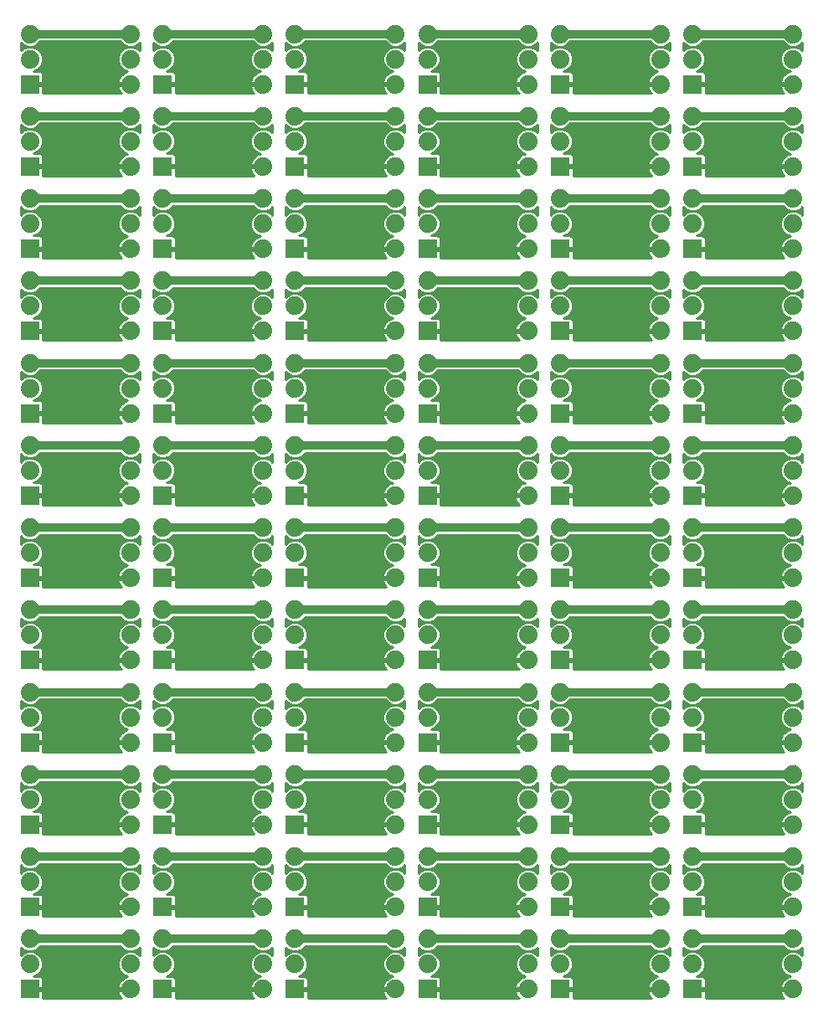
<source format=gbl>
G75*
%MOIN*%
%OFA0B0*%
%FSLAX24Y24*%
%IPPOS*%
%LPD*%
%AMOC8*
5,1,8,0,0,1.08239X$1,22.5*
%
%ADD10R,0.0740X0.0740*%
%ADD11C,0.0740*%
%ADD12C,0.0320*%
%ADD13C,0.0100*%
D10*
X002180Y000750D03*
X002180Y004026D03*
X002180Y007301D03*
X002180Y010577D03*
X002180Y013852D03*
X002180Y017128D03*
X002180Y020404D03*
X002180Y023679D03*
X002180Y026955D03*
X002180Y030230D03*
X002180Y033506D03*
X002180Y036781D03*
X007455Y036781D03*
X007455Y033506D03*
X007455Y030230D03*
X007455Y026955D03*
X007455Y023679D03*
X007455Y020404D03*
X007455Y017128D03*
X007455Y013852D03*
X007455Y010577D03*
X007455Y007301D03*
X007455Y004026D03*
X007455Y000750D03*
X012731Y000750D03*
X012731Y004026D03*
X012731Y007301D03*
X012731Y010577D03*
X012731Y013852D03*
X012731Y017128D03*
X012731Y020404D03*
X012731Y023679D03*
X012731Y026955D03*
X012731Y030230D03*
X012731Y033506D03*
X012731Y036781D03*
X018007Y036781D03*
X018007Y033506D03*
X018007Y030230D03*
X018007Y026955D03*
X018007Y023679D03*
X018007Y020404D03*
X018007Y017128D03*
X018007Y013852D03*
X018007Y010577D03*
X018007Y007301D03*
X018007Y004026D03*
X018007Y000750D03*
X023282Y000750D03*
X023282Y004026D03*
X023282Y007301D03*
X023282Y010577D03*
X023282Y013852D03*
X023282Y017128D03*
X023282Y020404D03*
X023282Y023679D03*
X023282Y026955D03*
X023282Y030230D03*
X023282Y033506D03*
X023282Y036781D03*
X028558Y036781D03*
X028558Y033506D03*
X028558Y030230D03*
X028558Y026955D03*
X028558Y023679D03*
X028558Y020404D03*
X028558Y017128D03*
X028558Y013852D03*
X028558Y010577D03*
X028558Y007301D03*
X028558Y004026D03*
X028558Y000750D03*
D11*
X028558Y001750D03*
X028558Y002750D03*
X027282Y002750D03*
X027282Y001750D03*
X027282Y000750D03*
X027282Y004026D03*
X027282Y005026D03*
X027282Y006026D03*
X027282Y007301D03*
X027282Y008301D03*
X027282Y009301D03*
X027282Y010577D03*
X027282Y011577D03*
X027282Y012577D03*
X027282Y013852D03*
X027282Y014852D03*
X027282Y015852D03*
X027282Y017128D03*
X027282Y018128D03*
X027282Y019128D03*
X027282Y020404D03*
X027282Y021404D03*
X027282Y022404D03*
X027282Y023679D03*
X027282Y024679D03*
X027282Y025679D03*
X027282Y026955D03*
X027282Y027955D03*
X027282Y028955D03*
X027282Y030230D03*
X027282Y031230D03*
X027282Y032230D03*
X027282Y033506D03*
X027282Y034506D03*
X027282Y035506D03*
X027282Y036781D03*
X027282Y037781D03*
X027282Y038781D03*
X028558Y038781D03*
X028558Y037781D03*
X028558Y035506D03*
X028558Y034506D03*
X028558Y032230D03*
X028558Y031230D03*
X028558Y028955D03*
X028558Y027955D03*
X028558Y025679D03*
X028558Y024679D03*
X028558Y022404D03*
X028558Y021404D03*
X028558Y019128D03*
X028558Y018128D03*
X028558Y015852D03*
X028558Y014852D03*
X028558Y012577D03*
X028558Y011577D03*
X028558Y009301D03*
X028558Y008301D03*
X028558Y006026D03*
X028558Y005026D03*
X032558Y005026D03*
X032558Y004026D03*
X032558Y002750D03*
X032558Y001750D03*
X032558Y000750D03*
X032558Y006026D03*
X032558Y007301D03*
X032558Y008301D03*
X032558Y009301D03*
X032558Y010577D03*
X032558Y011577D03*
X032558Y012577D03*
X032558Y013852D03*
X032558Y014852D03*
X032558Y015852D03*
X032558Y017128D03*
X032558Y018128D03*
X032558Y019128D03*
X032558Y020404D03*
X032558Y021404D03*
X032558Y022404D03*
X032558Y023679D03*
X032558Y024679D03*
X032558Y025679D03*
X032558Y026955D03*
X032558Y027955D03*
X032558Y028955D03*
X032558Y030230D03*
X032558Y031230D03*
X032558Y032230D03*
X032558Y033506D03*
X032558Y034506D03*
X032558Y035506D03*
X032558Y036781D03*
X032558Y037781D03*
X032558Y038781D03*
X023282Y038781D03*
X023282Y037781D03*
X022007Y037781D03*
X022007Y036781D03*
X022007Y035506D03*
X022007Y034506D03*
X022007Y033506D03*
X022007Y032230D03*
X022007Y031230D03*
X022007Y030230D03*
X022007Y028955D03*
X022007Y027955D03*
X022007Y026955D03*
X022007Y025679D03*
X022007Y024679D03*
X022007Y023679D03*
X022007Y022404D03*
X022007Y021404D03*
X022007Y020404D03*
X022007Y019128D03*
X022007Y018128D03*
X022007Y017128D03*
X022007Y015852D03*
X022007Y014852D03*
X022007Y013852D03*
X022007Y012577D03*
X022007Y011577D03*
X022007Y010577D03*
X022007Y009301D03*
X022007Y008301D03*
X022007Y007301D03*
X022007Y006026D03*
X022007Y005026D03*
X022007Y004026D03*
X022007Y002750D03*
X022007Y001750D03*
X022007Y000750D03*
X023282Y001750D03*
X023282Y002750D03*
X023282Y005026D03*
X023282Y006026D03*
X023282Y008301D03*
X023282Y009301D03*
X023282Y011577D03*
X023282Y012577D03*
X023282Y014852D03*
X023282Y015852D03*
X023282Y018128D03*
X023282Y019128D03*
X023282Y021404D03*
X023282Y022404D03*
X023282Y024679D03*
X023282Y025679D03*
X023282Y027955D03*
X023282Y028955D03*
X023282Y031230D03*
X023282Y032230D03*
X023282Y034506D03*
X023282Y035506D03*
X022007Y038781D03*
X018007Y038781D03*
X018007Y037781D03*
X016731Y037781D03*
X016731Y036781D03*
X016731Y035506D03*
X016731Y034506D03*
X016731Y033506D03*
X016731Y032230D03*
X016731Y031230D03*
X016731Y030230D03*
X016731Y028955D03*
X016731Y027955D03*
X016731Y026955D03*
X016731Y025679D03*
X016731Y024679D03*
X016731Y023679D03*
X018007Y024679D03*
X018007Y025679D03*
X018007Y027955D03*
X018007Y028955D03*
X018007Y031230D03*
X018007Y032230D03*
X018007Y034506D03*
X018007Y035506D03*
X016731Y038781D03*
X012731Y038781D03*
X012731Y037781D03*
X011455Y037781D03*
X011455Y036781D03*
X011455Y035506D03*
X011455Y034506D03*
X011455Y033506D03*
X011455Y032230D03*
X011455Y031230D03*
X011455Y030230D03*
X011455Y028955D03*
X011455Y027955D03*
X011455Y026955D03*
X011455Y025679D03*
X011455Y024679D03*
X011455Y023679D03*
X011455Y022404D03*
X011455Y021404D03*
X011455Y020404D03*
X011455Y019128D03*
X011455Y018128D03*
X011455Y017128D03*
X011455Y015852D03*
X011455Y014852D03*
X011455Y013852D03*
X011455Y012577D03*
X011455Y011577D03*
X011455Y010577D03*
X011455Y009301D03*
X011455Y008301D03*
X011455Y007301D03*
X011455Y006026D03*
X011455Y005026D03*
X011455Y004026D03*
X011455Y002750D03*
X011455Y001750D03*
X011455Y000750D03*
X012731Y001750D03*
X012731Y002750D03*
X012731Y005026D03*
X012731Y006026D03*
X012731Y008301D03*
X012731Y009301D03*
X012731Y011577D03*
X012731Y012577D03*
X012731Y014852D03*
X012731Y015852D03*
X012731Y018128D03*
X012731Y019128D03*
X012731Y021404D03*
X012731Y022404D03*
X012731Y024679D03*
X012731Y025679D03*
X012731Y027955D03*
X012731Y028955D03*
X012731Y031230D03*
X012731Y032230D03*
X012731Y034506D03*
X012731Y035506D03*
X011455Y038781D03*
X007455Y038781D03*
X007455Y037781D03*
X006180Y037781D03*
X006180Y036781D03*
X006180Y035506D03*
X006180Y034506D03*
X006180Y033506D03*
X006180Y032230D03*
X006180Y031230D03*
X006180Y030230D03*
X006180Y028955D03*
X006180Y027955D03*
X006180Y026955D03*
X006180Y025679D03*
X006180Y024679D03*
X006180Y023679D03*
X006180Y022404D03*
X006180Y021404D03*
X006180Y020404D03*
X006180Y019128D03*
X006180Y018128D03*
X006180Y017128D03*
X006180Y015852D03*
X006180Y014852D03*
X006180Y013852D03*
X006180Y012577D03*
X006180Y011577D03*
X006180Y010577D03*
X006180Y009301D03*
X006180Y008301D03*
X006180Y007301D03*
X006180Y006026D03*
X006180Y005026D03*
X006180Y004026D03*
X006180Y002750D03*
X006180Y001750D03*
X006180Y000750D03*
X007455Y001750D03*
X007455Y002750D03*
X007455Y005026D03*
X007455Y006026D03*
X007455Y008301D03*
X007455Y009301D03*
X007455Y011577D03*
X007455Y012577D03*
X007455Y014852D03*
X007455Y015852D03*
X007455Y018128D03*
X007455Y019128D03*
X007455Y021404D03*
X007455Y022404D03*
X007455Y024679D03*
X007455Y025679D03*
X007455Y027955D03*
X007455Y028955D03*
X007455Y031230D03*
X007455Y032230D03*
X007455Y034506D03*
X007455Y035506D03*
X006180Y038781D03*
X002180Y038781D03*
X002180Y037781D03*
X002180Y035506D03*
X002180Y034506D03*
X002180Y032230D03*
X002180Y031230D03*
X002180Y028955D03*
X002180Y027955D03*
X002180Y025679D03*
X002180Y024679D03*
X002180Y022404D03*
X002180Y021404D03*
X002180Y019128D03*
X002180Y018128D03*
X002180Y015852D03*
X002180Y014852D03*
X002180Y012577D03*
X002180Y011577D03*
X002180Y009301D03*
X002180Y008301D03*
X002180Y006026D03*
X002180Y005026D03*
X002180Y002750D03*
X002180Y001750D03*
X016731Y001750D03*
X016731Y002750D03*
X018007Y002750D03*
X018007Y001750D03*
X016731Y000750D03*
X016731Y004026D03*
X016731Y005026D03*
X016731Y006026D03*
X016731Y007301D03*
X016731Y008301D03*
X016731Y009301D03*
X018007Y009301D03*
X018007Y008301D03*
X016731Y010577D03*
X016731Y011577D03*
X016731Y012577D03*
X018007Y012577D03*
X018007Y011577D03*
X016731Y013852D03*
X016731Y014852D03*
X016731Y015852D03*
X018007Y015852D03*
X018007Y014852D03*
X016731Y017128D03*
X016731Y018128D03*
X016731Y019128D03*
X016731Y020404D03*
X016731Y021404D03*
X016731Y022404D03*
X018007Y022404D03*
X018007Y021404D03*
X018007Y019128D03*
X018007Y018128D03*
X018007Y006026D03*
X018007Y005026D03*
D12*
X018007Y006026D02*
X022007Y006026D01*
X023282Y006026D02*
X027282Y006026D01*
X028558Y006026D02*
X032558Y006026D01*
X032558Y009301D02*
X028558Y009301D01*
X027282Y009301D02*
X023282Y009301D01*
X022007Y009301D02*
X018007Y009301D01*
X016731Y009301D02*
X012731Y009301D01*
X011455Y009301D02*
X007455Y009301D01*
X006180Y009301D02*
X002180Y009301D01*
X002180Y006026D02*
X006180Y006026D01*
X007455Y006026D02*
X011455Y006026D01*
X012731Y006026D02*
X016731Y006026D01*
X016731Y002750D02*
X012731Y002750D01*
X011455Y002750D02*
X007455Y002750D01*
X006180Y002750D02*
X002180Y002750D01*
X002180Y012577D02*
X006180Y012577D01*
X007455Y012577D02*
X011455Y012577D01*
X012731Y012577D02*
X016731Y012577D01*
X018007Y012577D02*
X022007Y012577D01*
X023282Y012577D02*
X027282Y012577D01*
X028558Y012577D02*
X032558Y012577D01*
X032558Y015852D02*
X028558Y015852D01*
X027282Y015852D02*
X023282Y015852D01*
X022007Y015852D02*
X018007Y015852D01*
X016731Y015852D02*
X012731Y015852D01*
X011455Y015852D02*
X007455Y015852D01*
X006180Y015852D02*
X002180Y015852D01*
X002180Y019128D02*
X006180Y019128D01*
X007455Y019128D02*
X011455Y019128D01*
X012731Y019128D02*
X016731Y019128D01*
X018007Y019128D02*
X022007Y019128D01*
X023282Y019128D02*
X027282Y019128D01*
X028558Y019128D02*
X032558Y019128D01*
X032558Y022404D02*
X028558Y022404D01*
X027282Y022404D02*
X023282Y022404D01*
X022007Y022404D02*
X018007Y022404D01*
X016731Y022404D02*
X012731Y022404D01*
X011455Y022404D02*
X007455Y022404D01*
X006180Y022404D02*
X002180Y022404D01*
X002180Y025679D02*
X006180Y025679D01*
X007455Y025679D02*
X011455Y025679D01*
X012731Y025679D02*
X016731Y025679D01*
X018007Y025679D02*
X022007Y025679D01*
X023282Y025679D02*
X027282Y025679D01*
X028558Y025679D02*
X032558Y025679D01*
X032558Y028955D02*
X028558Y028955D01*
X027282Y028955D02*
X023282Y028955D01*
X022007Y028955D02*
X018007Y028955D01*
X016731Y028955D02*
X012731Y028955D01*
X011455Y028955D02*
X007455Y028955D01*
X006180Y028955D02*
X002180Y028955D01*
X002180Y032230D02*
X006180Y032230D01*
X007455Y032230D02*
X011455Y032230D01*
X012731Y032230D02*
X016731Y032230D01*
X018007Y032230D02*
X022007Y032230D01*
X023282Y032230D02*
X027282Y032230D01*
X028558Y032230D02*
X032558Y032230D01*
X032558Y035506D02*
X028558Y035506D01*
X027282Y035506D02*
X023282Y035506D01*
X022007Y035506D02*
X018007Y035506D01*
X016731Y035506D02*
X012731Y035506D01*
X011455Y035506D02*
X007455Y035506D01*
X006180Y035506D02*
X002180Y035506D01*
X002180Y038781D02*
X006180Y038781D01*
X007455Y038781D02*
X011455Y038781D01*
X012731Y038781D02*
X016731Y038781D01*
X018007Y038781D02*
X022007Y038781D01*
X023282Y038781D02*
X027282Y038781D01*
X028558Y038781D02*
X032558Y038781D01*
X032558Y002750D02*
X028558Y002750D01*
X027282Y002750D02*
X023282Y002750D01*
X022007Y002750D02*
X018007Y002750D01*
D13*
X001815Y002408D02*
X001815Y002092D01*
X001897Y002174D01*
X002080Y002250D01*
X002279Y002250D01*
X002463Y002326D01*
X002597Y002460D01*
X005763Y002460D01*
X005897Y002326D01*
X006080Y002250D01*
X005897Y002174D01*
X005756Y002033D01*
X005680Y001849D01*
X005680Y001651D01*
X005756Y001467D01*
X005897Y001326D01*
X006062Y001258D01*
X006058Y001257D01*
X005980Y001232D01*
X005907Y001195D01*
X005841Y001147D01*
X005783Y001089D01*
X005735Y001023D01*
X005698Y000950D01*
X005673Y000872D01*
X005661Y000800D01*
X006130Y000800D01*
X006130Y000700D01*
X005661Y000700D01*
X005673Y000628D01*
X005698Y000550D01*
X005735Y000477D01*
X005783Y000411D01*
X005809Y000385D01*
X002700Y000385D01*
X002700Y000700D01*
X002230Y000700D01*
X002230Y000800D01*
X002700Y000800D01*
X002700Y001140D01*
X002690Y001178D01*
X002670Y001212D01*
X002642Y001240D01*
X002608Y001260D01*
X002570Y001270D01*
X002328Y001270D01*
X002463Y001326D01*
X002604Y001467D01*
X002680Y001651D01*
X002680Y001849D01*
X002604Y002033D01*
X002463Y002174D01*
X002279Y002250D01*
X002080Y002250D01*
X001897Y002326D01*
X001815Y002408D01*
X001815Y002319D02*
X001915Y002319D01*
X002008Y002220D02*
X001815Y002220D01*
X001815Y002122D02*
X001844Y002122D01*
X002352Y002220D02*
X006008Y002220D01*
X006080Y002250D02*
X006279Y002250D01*
X006463Y002174D01*
X006545Y002092D01*
X006545Y002408D01*
X006463Y002326D01*
X006279Y002250D01*
X006080Y002250D01*
X005915Y002319D02*
X002445Y002319D01*
X002554Y002417D02*
X005806Y002417D01*
X005844Y002122D02*
X002515Y002122D01*
X002608Y002023D02*
X005752Y002023D01*
X005711Y001925D02*
X002649Y001925D01*
X002680Y001826D02*
X005680Y001826D01*
X005680Y001728D02*
X002680Y001728D01*
X002671Y001629D02*
X005689Y001629D01*
X005730Y001531D02*
X002630Y001531D01*
X002569Y001432D02*
X005791Y001432D01*
X005889Y001334D02*
X002470Y001334D01*
X002647Y001235D02*
X005990Y001235D01*
X005831Y001137D02*
X002700Y001137D01*
X002700Y001038D02*
X005746Y001038D01*
X005695Y000940D02*
X002700Y000940D01*
X002700Y000841D02*
X005668Y000841D01*
X005670Y000644D02*
X002700Y000644D01*
X002700Y000546D02*
X005700Y000546D01*
X005757Y000447D02*
X002700Y000447D01*
X002230Y000743D02*
X006130Y000743D01*
X007505Y000743D02*
X011405Y000743D01*
X011405Y000700D02*
X010937Y000700D01*
X010948Y000628D01*
X010973Y000550D01*
X011011Y000477D01*
X011059Y000411D01*
X011085Y000385D01*
X007975Y000385D01*
X007975Y000700D01*
X007505Y000700D01*
X007505Y000800D01*
X007975Y000800D01*
X007975Y001140D01*
X007965Y001178D01*
X007945Y001212D01*
X007917Y001240D01*
X007883Y001260D01*
X007845Y001270D01*
X007603Y001270D01*
X007739Y001326D01*
X007879Y001467D01*
X007955Y001651D01*
X007955Y001849D01*
X007879Y002033D01*
X007739Y002174D01*
X007555Y002250D01*
X007739Y002326D01*
X007872Y002460D01*
X011038Y002460D01*
X011172Y002326D01*
X011356Y002250D01*
X011172Y002174D01*
X011032Y002033D01*
X010955Y001849D01*
X010955Y001651D01*
X011032Y001467D01*
X011172Y001326D01*
X011337Y001258D01*
X011334Y001257D01*
X011256Y001232D01*
X011183Y001195D01*
X011117Y001147D01*
X011059Y001089D01*
X011011Y001023D01*
X010973Y000950D01*
X010948Y000872D01*
X010937Y000800D01*
X011405Y000800D01*
X011405Y000700D01*
X011033Y000447D02*
X007975Y000447D01*
X007975Y000546D02*
X010976Y000546D01*
X010946Y000644D02*
X007975Y000644D01*
X007975Y000841D02*
X010943Y000841D01*
X010970Y000940D02*
X007975Y000940D01*
X007975Y001038D02*
X011022Y001038D01*
X011107Y001137D02*
X007975Y001137D01*
X007923Y001235D02*
X011265Y001235D01*
X011165Y001334D02*
X007746Y001334D01*
X007845Y001432D02*
X011066Y001432D01*
X011005Y001531D02*
X007906Y001531D01*
X007946Y001629D02*
X010964Y001629D01*
X010955Y001728D02*
X007955Y001728D01*
X007955Y001826D02*
X010955Y001826D01*
X010986Y001925D02*
X007924Y001925D01*
X007884Y002023D02*
X011027Y002023D01*
X011120Y002122D02*
X007791Y002122D01*
X007627Y002220D02*
X011284Y002220D01*
X011356Y002250D02*
X011555Y002250D01*
X011739Y002174D01*
X011820Y002092D01*
X011820Y002408D01*
X011739Y002326D01*
X011555Y002250D01*
X011356Y002250D01*
X011191Y002319D02*
X007720Y002319D01*
X007830Y002417D02*
X011081Y002417D01*
X011627Y002220D02*
X011820Y002220D01*
X011820Y002122D02*
X011791Y002122D01*
X011820Y002319D02*
X011720Y002319D01*
X012366Y002319D02*
X012466Y002319D01*
X012448Y002326D02*
X012632Y002250D01*
X012830Y002250D01*
X013014Y002326D01*
X013148Y002460D01*
X016314Y002460D01*
X016448Y002326D01*
X016632Y002250D01*
X016448Y002174D01*
X016307Y002033D01*
X016231Y001849D01*
X016231Y001651D01*
X016307Y001467D01*
X016448Y001326D01*
X016613Y001258D01*
X016609Y001257D01*
X016531Y001232D01*
X016458Y001195D01*
X016392Y001147D01*
X016334Y001089D01*
X016286Y001023D01*
X016249Y000950D01*
X016224Y000872D01*
X016212Y000800D01*
X016681Y000800D01*
X016681Y000700D01*
X016212Y000700D01*
X016224Y000628D01*
X016249Y000550D01*
X016286Y000477D01*
X016334Y000411D01*
X016361Y000385D01*
X013251Y000385D01*
X013251Y000700D01*
X012781Y000700D01*
X012781Y000800D01*
X013251Y000800D01*
X013251Y001140D01*
X013241Y001178D01*
X013221Y001212D01*
X013193Y001240D01*
X013159Y001260D01*
X013121Y001270D01*
X012879Y001270D01*
X013014Y001326D01*
X013155Y001467D01*
X013231Y001651D01*
X013231Y001849D01*
X013155Y002033D01*
X013014Y002174D01*
X012830Y002250D01*
X012632Y002250D01*
X012448Y002174D01*
X012366Y002092D01*
X012366Y002408D01*
X012448Y002326D01*
X012366Y002220D02*
X012559Y002220D01*
X012395Y002122D02*
X012366Y002122D01*
X012903Y002220D02*
X016559Y002220D01*
X016632Y002250D02*
X016830Y002250D01*
X017014Y002174D01*
X017096Y002092D01*
X017096Y002408D01*
X017014Y002326D01*
X016830Y002250D01*
X016632Y002250D01*
X016466Y002319D02*
X012996Y002319D01*
X013105Y002417D02*
X016357Y002417D01*
X016395Y002122D02*
X013067Y002122D01*
X013159Y002023D02*
X016303Y002023D01*
X016262Y001925D02*
X013200Y001925D01*
X013231Y001826D02*
X016231Y001826D01*
X016231Y001728D02*
X013231Y001728D01*
X013222Y001629D02*
X016240Y001629D01*
X016281Y001531D02*
X013181Y001531D01*
X013120Y001432D02*
X016342Y001432D01*
X016440Y001334D02*
X013022Y001334D01*
X013198Y001235D02*
X016541Y001235D01*
X016382Y001137D02*
X013251Y001137D01*
X013251Y001038D02*
X016297Y001038D01*
X016246Y000940D02*
X013251Y000940D01*
X013251Y000841D02*
X016219Y000841D01*
X016221Y000644D02*
X013251Y000644D01*
X013251Y000546D02*
X016252Y000546D01*
X016308Y000447D02*
X013251Y000447D01*
X012781Y000743D02*
X016681Y000743D01*
X018057Y000743D02*
X021957Y000743D01*
X021957Y000700D02*
X021488Y000700D01*
X021499Y000628D01*
X021525Y000550D01*
X021562Y000477D01*
X021610Y000411D01*
X021636Y000385D01*
X018527Y000385D01*
X018527Y000700D01*
X018057Y000700D01*
X018057Y000800D01*
X018527Y000800D01*
X018527Y001140D01*
X018516Y001178D01*
X018497Y001212D01*
X018469Y001240D01*
X018434Y001260D01*
X018396Y001270D01*
X018154Y001270D01*
X018290Y001326D01*
X018430Y001467D01*
X018507Y001651D01*
X018507Y001849D01*
X018430Y002033D01*
X018290Y002174D01*
X018106Y002250D01*
X018290Y002326D01*
X018424Y002460D01*
X021589Y002460D01*
X021723Y002326D01*
X021907Y002250D01*
X021723Y002174D01*
X021583Y002033D01*
X021507Y001849D01*
X021507Y001651D01*
X021583Y001467D01*
X021723Y001326D01*
X021888Y001258D01*
X021885Y001257D01*
X021807Y001232D01*
X021734Y001195D01*
X021668Y001147D01*
X021610Y001089D01*
X021562Y001023D01*
X021525Y000950D01*
X021499Y000872D01*
X021488Y000800D01*
X021957Y000800D01*
X021957Y000700D01*
X021584Y000447D02*
X018527Y000447D01*
X018527Y000546D02*
X021527Y000546D01*
X021497Y000644D02*
X018527Y000644D01*
X018527Y000841D02*
X021495Y000841D01*
X021521Y000940D02*
X018527Y000940D01*
X018527Y001038D02*
X021573Y001038D01*
X021658Y001137D02*
X018527Y001137D01*
X018474Y001235D02*
X021817Y001235D01*
X021716Y001334D02*
X018297Y001334D01*
X018396Y001432D02*
X021617Y001432D01*
X021556Y001531D02*
X018457Y001531D01*
X018498Y001629D02*
X021515Y001629D01*
X021507Y001728D02*
X018507Y001728D01*
X018507Y001826D02*
X021507Y001826D01*
X021538Y001925D02*
X018475Y001925D01*
X018435Y002023D02*
X021578Y002023D01*
X021671Y002122D02*
X018342Y002122D01*
X018178Y002220D02*
X021835Y002220D01*
X021907Y002250D02*
X022106Y002250D01*
X022290Y002174D01*
X022372Y002092D01*
X022372Y002408D01*
X022290Y002326D01*
X022106Y002250D01*
X021907Y002250D01*
X021742Y002319D02*
X018271Y002319D01*
X018381Y002417D02*
X021632Y002417D01*
X022178Y002220D02*
X022372Y002220D01*
X022372Y002122D02*
X022342Y002122D01*
X022372Y002319D02*
X022271Y002319D01*
X022917Y002319D02*
X023017Y002319D01*
X022999Y002326D02*
X023183Y002250D01*
X023382Y002250D01*
X023565Y002326D01*
X023699Y002460D01*
X026865Y002460D01*
X026999Y002326D01*
X027183Y002250D01*
X026999Y002174D01*
X026858Y002033D01*
X026782Y001849D01*
X026782Y001651D01*
X026858Y001467D01*
X026999Y001326D01*
X027164Y001258D01*
X027160Y001257D01*
X027083Y001232D01*
X027010Y001195D01*
X026943Y001147D01*
X026886Y001089D01*
X026837Y001023D01*
X026800Y000950D01*
X026775Y000872D01*
X026764Y000800D01*
X027232Y000800D01*
X027232Y000700D01*
X026764Y000700D01*
X026775Y000628D01*
X026800Y000550D01*
X026837Y000477D01*
X026886Y000411D01*
X026912Y000385D01*
X023802Y000385D01*
X023802Y000700D01*
X023332Y000700D01*
X023332Y000800D01*
X023802Y000800D01*
X023802Y001140D01*
X023792Y001178D01*
X023772Y001212D01*
X023744Y001240D01*
X023710Y001260D01*
X023672Y001270D01*
X023430Y001270D01*
X023565Y001326D01*
X023706Y001467D01*
X023782Y001651D01*
X023782Y001849D01*
X023706Y002033D01*
X023565Y002174D01*
X023382Y002250D01*
X023183Y002250D01*
X022999Y002174D01*
X022917Y002092D01*
X022917Y002408D01*
X022999Y002326D01*
X022917Y002220D02*
X023110Y002220D01*
X022947Y002122D02*
X022917Y002122D01*
X023454Y002220D02*
X027110Y002220D01*
X027183Y002250D02*
X027382Y002250D01*
X027565Y002174D01*
X027647Y002092D01*
X027647Y002408D01*
X027565Y002326D01*
X027382Y002250D01*
X027183Y002250D01*
X027017Y002319D02*
X023547Y002319D01*
X023656Y002417D02*
X026908Y002417D01*
X026947Y002122D02*
X023618Y002122D01*
X023710Y002023D02*
X026854Y002023D01*
X026813Y001925D02*
X023751Y001925D01*
X023782Y001826D02*
X026782Y001826D01*
X026782Y001728D02*
X023782Y001728D01*
X023773Y001629D02*
X026791Y001629D01*
X026832Y001531D02*
X023732Y001531D01*
X023671Y001432D02*
X026893Y001432D01*
X026992Y001334D02*
X023573Y001334D01*
X023749Y001235D02*
X027092Y001235D01*
X026933Y001137D02*
X023802Y001137D01*
X023802Y001038D02*
X026849Y001038D01*
X026797Y000940D02*
X023802Y000940D01*
X023802Y000841D02*
X026770Y000841D01*
X026772Y000644D02*
X023802Y000644D01*
X023802Y000546D02*
X026803Y000546D01*
X026860Y000447D02*
X023802Y000447D01*
X023332Y000743D02*
X027232Y000743D01*
X028608Y000743D02*
X032508Y000743D01*
X032508Y000700D02*
X032039Y000700D01*
X032051Y000628D01*
X032076Y000550D01*
X032113Y000477D01*
X032161Y000411D01*
X032187Y000385D01*
X029078Y000385D01*
X029078Y000700D01*
X028608Y000700D01*
X028608Y000800D01*
X029078Y000800D01*
X029078Y001140D01*
X029068Y001178D01*
X029048Y001212D01*
X029020Y001240D01*
X028986Y001260D01*
X028948Y001270D01*
X028705Y001270D01*
X028841Y001326D01*
X028982Y001467D01*
X029058Y001651D01*
X029058Y001849D01*
X028982Y002033D01*
X028841Y002174D01*
X028657Y002250D01*
X028841Y002326D01*
X028975Y002460D01*
X032141Y002460D01*
X032275Y002326D01*
X032458Y002250D01*
X032275Y002174D01*
X032134Y002033D01*
X032058Y001849D01*
X032058Y001651D01*
X032134Y001467D01*
X032275Y001326D01*
X032440Y001258D01*
X032436Y001257D01*
X032358Y001232D01*
X032285Y001195D01*
X032219Y001147D01*
X032161Y001089D01*
X032113Y001023D01*
X032076Y000950D01*
X032051Y000872D01*
X032039Y000800D01*
X032508Y000800D01*
X032508Y000700D01*
X032135Y000447D02*
X029078Y000447D01*
X029078Y000546D02*
X032078Y000546D01*
X032048Y000644D02*
X029078Y000644D01*
X029078Y000841D02*
X032046Y000841D01*
X032073Y000940D02*
X029078Y000940D01*
X029078Y001038D02*
X032124Y001038D01*
X032209Y001137D02*
X029078Y001137D01*
X029025Y001235D02*
X032368Y001235D01*
X032267Y001334D02*
X028848Y001334D01*
X028947Y001432D02*
X032169Y001432D01*
X032107Y001531D02*
X029008Y001531D01*
X029049Y001629D02*
X032067Y001629D01*
X032058Y001728D02*
X029058Y001728D01*
X029058Y001826D02*
X032058Y001826D01*
X032089Y001925D02*
X029027Y001925D01*
X028986Y002023D02*
X032130Y002023D01*
X032222Y002122D02*
X028893Y002122D01*
X028730Y002220D02*
X032386Y002220D01*
X032458Y002250D02*
X032657Y002250D01*
X032841Y002174D01*
X032923Y002092D01*
X032923Y002408D01*
X032841Y002326D01*
X032657Y002250D01*
X032458Y002250D01*
X032293Y002319D02*
X028823Y002319D01*
X028932Y002417D02*
X032184Y002417D01*
X032730Y002220D02*
X032923Y002220D01*
X032923Y002122D02*
X032893Y002122D01*
X032923Y002319D02*
X032823Y002319D01*
X032187Y003661D02*
X029078Y003661D01*
X029078Y003976D01*
X028608Y003976D01*
X028608Y004076D01*
X029078Y004076D01*
X029078Y004415D01*
X029068Y004453D01*
X029048Y004488D01*
X029020Y004516D01*
X028986Y004535D01*
X028948Y004546D01*
X028705Y004546D01*
X028841Y004602D01*
X028982Y004742D01*
X029058Y004926D01*
X029058Y005125D01*
X028982Y005309D01*
X028841Y005449D01*
X028657Y005526D01*
X028841Y005602D01*
X028975Y005736D01*
X032141Y005736D01*
X032275Y005602D01*
X032458Y005526D01*
X032657Y005526D01*
X032841Y005602D01*
X032923Y005683D01*
X032923Y005368D01*
X032841Y005449D01*
X032657Y005526D01*
X032458Y005526D01*
X032275Y005449D01*
X032134Y005309D01*
X032058Y005125D01*
X032058Y004926D01*
X032134Y004742D01*
X032275Y004602D01*
X032440Y004533D01*
X032436Y004533D01*
X032358Y004507D01*
X032285Y004470D01*
X032219Y004422D01*
X032161Y004364D01*
X032113Y004298D01*
X032076Y004225D01*
X032051Y004147D01*
X032039Y004076D01*
X032508Y004076D01*
X032508Y003976D01*
X032039Y003976D01*
X032051Y003904D01*
X032076Y003826D01*
X032113Y003753D01*
X032161Y003687D01*
X032187Y003661D01*
X032153Y003698D02*
X029078Y003698D01*
X029078Y003796D02*
X032091Y003796D01*
X032054Y003895D02*
X029078Y003895D01*
X029078Y004092D02*
X032042Y004092D01*
X032064Y004190D02*
X029078Y004190D01*
X029078Y004289D02*
X032108Y004289D01*
X032184Y004387D02*
X029078Y004387D01*
X029049Y004486D02*
X032315Y004486D01*
X032317Y004584D02*
X028798Y004584D01*
X028922Y004683D02*
X032194Y004683D01*
X032118Y004781D02*
X028998Y004781D01*
X029038Y004880D02*
X032077Y004880D01*
X032058Y004978D02*
X029058Y004978D01*
X029058Y005077D02*
X032058Y005077D01*
X032078Y005175D02*
X029037Y005175D01*
X028996Y005274D02*
X032119Y005274D01*
X032197Y005372D02*
X028918Y005372D01*
X028790Y005471D02*
X032325Y005471D01*
X032353Y005569D02*
X028762Y005569D01*
X028657Y005526D02*
X028458Y005526D01*
X028275Y005602D01*
X028193Y005683D01*
X028193Y005368D01*
X028275Y005449D01*
X028458Y005526D01*
X028657Y005526D01*
X028907Y005668D02*
X032209Y005668D01*
X032762Y005569D02*
X032923Y005569D01*
X032923Y005471D02*
X032790Y005471D01*
X032918Y005372D02*
X032923Y005372D01*
X032907Y005668D02*
X032923Y005668D01*
X032187Y006936D02*
X029078Y006936D01*
X029078Y007251D01*
X028608Y007251D01*
X028608Y007351D01*
X029078Y007351D01*
X029078Y007691D01*
X029068Y007729D01*
X029048Y007763D01*
X029020Y007791D01*
X028986Y007811D01*
X028948Y007821D01*
X028705Y007821D01*
X028841Y007877D01*
X028982Y008018D01*
X029058Y008202D01*
X029058Y008401D01*
X028982Y008584D01*
X028841Y008725D01*
X028657Y008801D01*
X028458Y008801D01*
X028275Y008725D01*
X028193Y008643D01*
X028193Y008959D01*
X028275Y008877D01*
X028458Y008801D01*
X028657Y008801D01*
X028841Y008877D01*
X028975Y009011D01*
X032141Y009011D01*
X032275Y008877D01*
X032458Y008801D01*
X032275Y008725D01*
X032134Y008584D01*
X032058Y008401D01*
X032058Y008202D01*
X032134Y008018D01*
X032275Y007877D01*
X032440Y007809D01*
X032436Y007808D01*
X032358Y007783D01*
X032285Y007746D01*
X032219Y007698D01*
X032161Y007640D01*
X032113Y007574D01*
X032076Y007501D01*
X032051Y007423D01*
X032039Y007351D01*
X032508Y007351D01*
X032508Y007251D01*
X032039Y007251D01*
X032051Y007179D01*
X032076Y007102D01*
X032113Y007029D01*
X032161Y006962D01*
X032187Y006936D01*
X032176Y006948D02*
X029078Y006948D01*
X029078Y007047D02*
X032104Y007047D01*
X032062Y007145D02*
X029078Y007145D01*
X029078Y007244D02*
X032040Y007244D01*
X032056Y007441D02*
X029078Y007441D01*
X029078Y007539D02*
X032095Y007539D01*
X032159Y007638D02*
X029078Y007638D01*
X029064Y007736D02*
X032272Y007736D01*
X032378Y007835D02*
X028738Y007835D01*
X028897Y007933D02*
X032219Y007933D01*
X032128Y008032D02*
X028987Y008032D01*
X029028Y008130D02*
X032087Y008130D01*
X032058Y008229D02*
X029058Y008229D01*
X029058Y008327D02*
X032058Y008327D01*
X032068Y008426D02*
X029047Y008426D01*
X029007Y008524D02*
X032109Y008524D01*
X032172Y008623D02*
X028944Y008623D01*
X028845Y008721D02*
X032270Y008721D01*
X032414Y008820D02*
X028701Y008820D01*
X028882Y008918D02*
X032234Y008918D01*
X032458Y008801D02*
X032657Y008801D01*
X032458Y008801D01*
X032657Y008801D02*
X032841Y008725D01*
X032923Y008643D01*
X032923Y008959D01*
X032841Y008877D01*
X032657Y008801D01*
X032701Y008820D02*
X032923Y008820D01*
X032923Y008918D02*
X032882Y008918D01*
X032845Y008721D02*
X032923Y008721D01*
X032187Y010212D02*
X029078Y010212D01*
X029078Y010527D01*
X028608Y010527D01*
X028608Y010627D01*
X029078Y010627D01*
X029078Y010967D01*
X029068Y011005D01*
X029048Y011039D01*
X029020Y011067D01*
X028986Y011087D01*
X028948Y011097D01*
X028705Y011097D01*
X028841Y011153D01*
X028982Y011294D01*
X029058Y011477D01*
X029058Y011676D01*
X032058Y011676D01*
X032058Y011477D01*
X032134Y011294D01*
X032275Y011153D01*
X032440Y011085D01*
X032436Y011084D01*
X032358Y011059D01*
X032285Y011022D01*
X032219Y010973D01*
X032161Y010916D01*
X032113Y010849D01*
X032076Y010776D01*
X032051Y010699D01*
X032039Y010627D01*
X032508Y010627D01*
X032508Y010527D01*
X032039Y010527D01*
X032051Y010455D01*
X032076Y010377D01*
X032113Y010304D01*
X032161Y010238D01*
X032187Y010212D01*
X032118Y010297D02*
X029078Y010297D01*
X029078Y010396D02*
X032070Y010396D01*
X032044Y010494D02*
X029078Y010494D01*
X029078Y010691D02*
X032049Y010691D01*
X032083Y010790D02*
X029078Y010790D01*
X029078Y010888D02*
X032141Y010888D01*
X032237Y010987D02*
X029072Y010987D01*
X028988Y011085D02*
X032438Y011085D01*
X032244Y011184D02*
X028872Y011184D01*
X028970Y011282D02*
X032145Y011282D01*
X032098Y011381D02*
X029018Y011381D01*
X029058Y011479D02*
X032058Y011479D01*
X032058Y011578D02*
X029058Y011578D01*
X029058Y011676D02*
X028982Y011860D01*
X028841Y012001D01*
X028657Y012077D01*
X028841Y012153D01*
X028975Y012287D01*
X032141Y012287D01*
X032275Y012153D01*
X032458Y012077D01*
X032275Y012001D01*
X032134Y011860D01*
X032058Y011676D01*
X032098Y011775D02*
X029017Y011775D01*
X028969Y011873D02*
X032147Y011873D01*
X032245Y011972D02*
X028870Y011972D01*
X028857Y012169D02*
X032259Y012169D01*
X032160Y012267D02*
X028955Y012267D01*
X028673Y012070D02*
X032442Y012070D01*
X032458Y012077D02*
X032657Y012077D01*
X032841Y012153D01*
X032923Y012235D01*
X032923Y011919D01*
X032841Y012001D01*
X032657Y012077D01*
X032458Y012077D01*
X032673Y012070D02*
X032923Y012070D01*
X032923Y011972D02*
X032870Y011972D01*
X032857Y012169D02*
X032923Y012169D01*
X032187Y013487D02*
X029078Y013487D01*
X029078Y013802D01*
X028608Y013802D01*
X028608Y013902D01*
X029078Y013902D01*
X029078Y014242D01*
X029068Y014280D01*
X029048Y014314D01*
X029020Y014342D01*
X028986Y014362D01*
X028948Y014372D01*
X028705Y014372D01*
X028841Y014428D01*
X028982Y014569D01*
X029058Y014753D01*
X029058Y014952D01*
X028982Y015136D01*
X028841Y015276D01*
X028657Y015352D01*
X028458Y015352D01*
X028275Y015276D01*
X028193Y015194D01*
X028193Y015510D01*
X028275Y015428D01*
X028458Y015352D01*
X028657Y015352D01*
X028841Y015428D01*
X028975Y015562D01*
X032141Y015562D01*
X032275Y015428D01*
X032458Y015352D01*
X032275Y015276D01*
X032134Y015136D01*
X032058Y014952D01*
X032058Y014753D01*
X032134Y014569D01*
X032275Y014428D01*
X032440Y014360D01*
X032436Y014360D01*
X032358Y014334D01*
X032285Y014297D01*
X032219Y014249D01*
X032161Y014191D01*
X032113Y014125D01*
X032076Y014052D01*
X032051Y013974D01*
X032039Y013902D01*
X032508Y013902D01*
X032508Y013802D01*
X032039Y013802D01*
X032051Y013731D01*
X032076Y013653D01*
X032113Y013580D01*
X032161Y013514D01*
X032187Y013487D01*
X032136Y013548D02*
X029078Y013548D01*
X029078Y013646D02*
X032079Y013646D01*
X032048Y013745D02*
X029078Y013745D01*
X029078Y013942D02*
X032045Y013942D01*
X032072Y014040D02*
X029078Y014040D01*
X029078Y014139D02*
X032123Y014139D01*
X032207Y014237D02*
X029078Y014237D01*
X029027Y014336D02*
X032362Y014336D01*
X032269Y014434D02*
X028847Y014434D01*
X028945Y014533D02*
X032170Y014533D01*
X032108Y014631D02*
X029007Y014631D01*
X029048Y014730D02*
X032067Y014730D01*
X032058Y014828D02*
X029058Y014828D01*
X029058Y014927D02*
X032058Y014927D01*
X032088Y015025D02*
X029027Y015025D01*
X028987Y015124D02*
X032129Y015124D01*
X032220Y015222D02*
X028895Y015222D01*
X028734Y015321D02*
X032381Y015321D01*
X032458Y015352D02*
X032657Y015352D01*
X032841Y015276D01*
X032923Y015194D01*
X032923Y015510D01*
X032841Y015428D01*
X032657Y015352D01*
X032458Y015352D01*
X032297Y015419D02*
X028818Y015419D01*
X028930Y015518D02*
X032185Y015518D01*
X032734Y015321D02*
X032923Y015321D01*
X032923Y015419D02*
X032818Y015419D01*
X032895Y015222D02*
X032923Y015222D01*
X032508Y013843D02*
X028608Y013843D01*
X028220Y015222D02*
X028193Y015222D01*
X028193Y015321D02*
X028381Y015321D01*
X028297Y015419D02*
X028193Y015419D01*
X027647Y015419D02*
X027543Y015419D01*
X027565Y015428D02*
X027647Y015510D01*
X027647Y015194D01*
X027565Y015276D01*
X027382Y015352D01*
X027183Y015352D01*
X026999Y015276D01*
X026858Y015136D01*
X026782Y014952D01*
X026782Y014753D01*
X026858Y014569D01*
X026999Y014428D01*
X027164Y014360D01*
X027160Y014360D01*
X027083Y014334D01*
X027010Y014297D01*
X026943Y014249D01*
X026886Y014191D01*
X026837Y014125D01*
X026800Y014052D01*
X026775Y013974D01*
X026764Y013902D01*
X027232Y013902D01*
X027232Y013802D01*
X026764Y013802D01*
X026775Y013731D01*
X026800Y013653D01*
X026837Y013580D01*
X026886Y013514D01*
X026912Y013487D01*
X023802Y013487D01*
X023802Y013802D01*
X023332Y013802D01*
X023332Y013902D01*
X023802Y013902D01*
X023802Y014242D01*
X023792Y014280D01*
X023772Y014314D01*
X023744Y014342D01*
X023710Y014362D01*
X023672Y014372D01*
X023430Y014372D01*
X023565Y014428D01*
X023706Y014569D01*
X023782Y014753D01*
X023782Y014952D01*
X023706Y015136D01*
X023565Y015276D01*
X023382Y015352D01*
X023565Y015428D01*
X023699Y015562D01*
X026865Y015562D01*
X026999Y015428D01*
X027183Y015352D01*
X027382Y015352D01*
X027565Y015428D01*
X027647Y015321D02*
X027458Y015321D01*
X027620Y015222D02*
X027647Y015222D01*
X027106Y015321D02*
X023458Y015321D01*
X023382Y015352D02*
X023183Y015352D01*
X022999Y015276D01*
X022917Y015194D01*
X022917Y015510D01*
X022999Y015428D01*
X023183Y015352D01*
X023382Y015352D01*
X023543Y015419D02*
X027022Y015419D01*
X026910Y015518D02*
X023654Y015518D01*
X023620Y015222D02*
X026945Y015222D01*
X026853Y015124D02*
X023711Y015124D01*
X023752Y015025D02*
X026812Y015025D01*
X026782Y014927D02*
X023782Y014927D01*
X023782Y014828D02*
X026782Y014828D01*
X026792Y014730D02*
X023772Y014730D01*
X023732Y014631D02*
X026833Y014631D01*
X026895Y014533D02*
X023669Y014533D01*
X023571Y014434D02*
X026993Y014434D01*
X027086Y014336D02*
X023751Y014336D01*
X023802Y014237D02*
X026931Y014237D01*
X026847Y014139D02*
X023802Y014139D01*
X023802Y014040D02*
X026796Y014040D01*
X026770Y013942D02*
X023802Y013942D01*
X023802Y013745D02*
X026773Y013745D01*
X026804Y013646D02*
X023802Y013646D01*
X023802Y013548D02*
X026861Y013548D01*
X027232Y013843D02*
X023332Y013843D01*
X022945Y015222D02*
X022917Y015222D01*
X022917Y015321D02*
X023106Y015321D01*
X023022Y015419D02*
X022917Y015419D01*
X022372Y015419D02*
X022267Y015419D01*
X022290Y015428D02*
X022372Y015510D01*
X022372Y015194D01*
X022290Y015276D01*
X022106Y015352D01*
X021907Y015352D01*
X021723Y015276D01*
X021583Y015136D01*
X021507Y014952D01*
X021507Y014753D01*
X021583Y014569D01*
X021723Y014428D01*
X021888Y014360D01*
X021885Y014360D01*
X021807Y014334D01*
X021734Y014297D01*
X021668Y014249D01*
X021610Y014191D01*
X021562Y014125D01*
X021525Y014052D01*
X021499Y013974D01*
X021488Y013902D01*
X021957Y013902D01*
X021957Y013802D01*
X021488Y013802D01*
X021499Y013731D01*
X021525Y013653D01*
X021562Y013580D01*
X021610Y013514D01*
X021636Y013487D01*
X018527Y013487D01*
X018527Y013802D01*
X018057Y013802D01*
X018057Y013902D01*
X018527Y013902D01*
X018527Y014242D01*
X018516Y014280D01*
X018497Y014314D01*
X018469Y014342D01*
X018434Y014362D01*
X018396Y014372D01*
X018154Y014372D01*
X018290Y014428D01*
X018430Y014569D01*
X018507Y014753D01*
X018507Y014952D01*
X018430Y015136D01*
X018290Y015276D01*
X018106Y015352D01*
X017907Y015352D01*
X018106Y015352D01*
X018290Y015428D01*
X018424Y015562D01*
X021589Y015562D01*
X021723Y015428D01*
X021907Y015352D01*
X022106Y015352D01*
X022290Y015428D01*
X022372Y015321D02*
X022183Y015321D01*
X022344Y015222D02*
X022372Y015222D01*
X021830Y015321D02*
X018183Y015321D01*
X018267Y015419D02*
X021746Y015419D01*
X021634Y015518D02*
X018379Y015518D01*
X018344Y015222D02*
X021669Y015222D01*
X021578Y015124D02*
X018435Y015124D01*
X018476Y015025D02*
X021537Y015025D01*
X021507Y014927D02*
X018507Y014927D01*
X018507Y014828D02*
X021507Y014828D01*
X021516Y014730D02*
X018497Y014730D01*
X018456Y014631D02*
X021557Y014631D01*
X021619Y014533D02*
X018394Y014533D01*
X018295Y014434D02*
X021718Y014434D01*
X021811Y014336D02*
X018476Y014336D01*
X018527Y014237D02*
X021656Y014237D01*
X021572Y014139D02*
X018527Y014139D01*
X018527Y014040D02*
X021521Y014040D01*
X021494Y013942D02*
X018527Y013942D01*
X018527Y013745D02*
X021497Y013745D01*
X021528Y013646D02*
X018527Y013646D01*
X018527Y013548D02*
X021585Y013548D01*
X021957Y013843D02*
X018057Y013843D01*
X016681Y013843D02*
X012781Y013843D01*
X012781Y013802D02*
X012781Y013902D01*
X013251Y013902D01*
X013251Y014242D01*
X013241Y014280D01*
X013221Y014314D01*
X013193Y014342D01*
X013159Y014362D01*
X013121Y014372D01*
X012879Y014372D01*
X013014Y014428D01*
X013155Y014569D01*
X013231Y014753D01*
X013231Y014952D01*
X013155Y015136D01*
X013014Y015276D01*
X012830Y015352D01*
X012632Y015352D01*
X012448Y015276D01*
X012366Y015194D01*
X012366Y015510D01*
X012448Y015428D01*
X012632Y015352D01*
X012830Y015352D01*
X013014Y015428D01*
X013148Y015562D01*
X016314Y015562D01*
X016448Y015428D01*
X016632Y015352D01*
X016448Y015276D01*
X016307Y015136D01*
X016231Y014952D01*
X016231Y014753D01*
X016307Y014569D01*
X016448Y014428D01*
X016613Y014360D01*
X016609Y014360D01*
X016531Y014334D01*
X016458Y014297D01*
X016392Y014249D01*
X016334Y014191D01*
X016286Y014125D01*
X016249Y014052D01*
X016224Y013974D01*
X016212Y013902D01*
X016681Y013902D01*
X016681Y013802D01*
X016212Y013802D01*
X016224Y013731D01*
X016249Y013653D01*
X016286Y013580D01*
X016334Y013514D01*
X016361Y013487D01*
X013251Y013487D01*
X013251Y013802D01*
X012781Y013802D01*
X013020Y014434D02*
X016442Y014434D01*
X016535Y014336D02*
X013200Y014336D01*
X013251Y014237D02*
X016380Y014237D01*
X016296Y014139D02*
X013251Y014139D01*
X013251Y014040D02*
X016245Y014040D01*
X016219Y013942D02*
X013251Y013942D01*
X013251Y013745D02*
X016222Y013745D01*
X016253Y013646D02*
X013251Y013646D01*
X013251Y013548D02*
X016310Y013548D01*
X016344Y014533D02*
X013118Y014533D01*
X013181Y014631D02*
X016281Y014631D01*
X016241Y014730D02*
X013221Y014730D01*
X013231Y014828D02*
X016231Y014828D01*
X016231Y014927D02*
X013231Y014927D01*
X013201Y015025D02*
X016261Y015025D01*
X016302Y015124D02*
X013160Y015124D01*
X013068Y015222D02*
X016394Y015222D01*
X016555Y015321D02*
X012907Y015321D01*
X012991Y015419D02*
X016471Y015419D01*
X016359Y015518D02*
X013103Y015518D01*
X012555Y015321D02*
X012366Y015321D01*
X012366Y015419D02*
X012471Y015419D01*
X012394Y015222D02*
X012366Y015222D01*
X011820Y015222D02*
X011793Y015222D01*
X011820Y015194D02*
X011739Y015276D01*
X011555Y015352D01*
X011356Y015352D01*
X011172Y015276D01*
X011032Y015136D01*
X010955Y014952D01*
X010955Y014753D01*
X011032Y014569D01*
X011172Y014428D01*
X011337Y014360D01*
X011334Y014360D01*
X011256Y014334D01*
X011183Y014297D01*
X011117Y014249D01*
X011059Y014191D01*
X011011Y014125D01*
X010973Y014052D01*
X010948Y013974D01*
X010937Y013902D01*
X011405Y013902D01*
X011405Y013802D01*
X010937Y013802D01*
X010948Y013731D01*
X010973Y013653D01*
X011011Y013580D01*
X011059Y013514D01*
X011085Y013487D01*
X007975Y013487D01*
X007975Y013802D01*
X007505Y013802D01*
X007505Y013902D01*
X007975Y013902D01*
X007975Y014242D01*
X007965Y014280D01*
X007945Y014314D01*
X007917Y014342D01*
X007883Y014362D01*
X007845Y014372D01*
X007603Y014372D01*
X007739Y014428D01*
X007879Y014569D01*
X007955Y014753D01*
X007955Y014952D01*
X007879Y015136D01*
X007739Y015276D01*
X007555Y015352D01*
X007356Y015352D01*
X007172Y015276D01*
X007090Y015194D01*
X007090Y015510D01*
X007172Y015428D01*
X007356Y015352D01*
X007555Y015352D01*
X007739Y015428D01*
X007872Y015562D01*
X011038Y015562D01*
X011172Y015428D01*
X011356Y015352D01*
X011555Y015352D01*
X011739Y015428D01*
X011820Y015510D01*
X011820Y015194D01*
X011820Y015321D02*
X011632Y015321D01*
X011716Y015419D02*
X011820Y015419D01*
X011279Y015321D02*
X007632Y015321D01*
X007716Y015419D02*
X011195Y015419D01*
X011083Y015518D02*
X007828Y015518D01*
X007793Y015222D02*
X011118Y015222D01*
X011027Y015124D02*
X007884Y015124D01*
X007925Y015025D02*
X010986Y015025D01*
X010955Y014927D02*
X007955Y014927D01*
X007955Y014828D02*
X010955Y014828D01*
X010965Y014730D02*
X007946Y014730D01*
X007905Y014631D02*
X011006Y014631D01*
X011068Y014533D02*
X007843Y014533D01*
X007744Y014434D02*
X011167Y014434D01*
X011260Y014336D02*
X007924Y014336D01*
X007975Y014237D02*
X011105Y014237D01*
X011021Y014139D02*
X007975Y014139D01*
X007975Y014040D02*
X010970Y014040D01*
X010943Y013942D02*
X007975Y013942D01*
X007975Y013745D02*
X010946Y013745D01*
X010977Y013646D02*
X007975Y013646D01*
X007975Y013548D02*
X011034Y013548D01*
X011405Y013843D02*
X007505Y013843D01*
X007118Y015222D02*
X007090Y015222D01*
X007090Y015321D02*
X007279Y015321D01*
X007195Y015419D02*
X007090Y015419D01*
X006545Y015419D02*
X006440Y015419D01*
X006463Y015428D02*
X006545Y015510D01*
X006545Y015194D01*
X006463Y015276D01*
X006279Y015352D01*
X006080Y015352D01*
X005897Y015276D01*
X005756Y015136D01*
X005680Y014952D01*
X005680Y014753D01*
X005756Y014569D01*
X005897Y014428D01*
X006062Y014360D01*
X006058Y014360D01*
X005980Y014334D01*
X005907Y014297D01*
X005841Y014249D01*
X005783Y014191D01*
X005735Y014125D01*
X005698Y014052D01*
X005673Y013974D01*
X005661Y013902D01*
X006130Y013902D01*
X006130Y013802D01*
X005661Y013802D01*
X005673Y013731D01*
X005698Y013653D01*
X005735Y013580D01*
X005783Y013514D01*
X005809Y013487D01*
X002700Y013487D01*
X002700Y013802D01*
X002230Y013802D01*
X002230Y013902D01*
X002700Y013902D01*
X002700Y014242D01*
X002690Y014280D01*
X002670Y014314D01*
X002642Y014342D01*
X002608Y014362D01*
X002570Y014372D01*
X002328Y014372D01*
X002463Y014428D01*
X002604Y014569D01*
X002680Y014753D01*
X002680Y014952D01*
X002604Y015136D01*
X002463Y015276D01*
X002279Y015352D01*
X002463Y015428D01*
X002597Y015562D01*
X005763Y015562D01*
X005897Y015428D01*
X006080Y015352D01*
X006279Y015352D01*
X006463Y015428D01*
X006545Y015321D02*
X006356Y015321D01*
X006517Y015222D02*
X006545Y015222D01*
X006004Y015321D02*
X002356Y015321D01*
X002279Y015352D02*
X002080Y015352D01*
X001897Y015276D01*
X001815Y015194D01*
X001815Y015510D01*
X001897Y015428D01*
X002080Y015352D01*
X002279Y015352D01*
X002440Y015419D02*
X005919Y015419D01*
X005808Y015518D02*
X002552Y015518D01*
X002517Y015222D02*
X005842Y015222D01*
X005751Y015124D02*
X002609Y015124D01*
X002649Y015025D02*
X005710Y015025D01*
X005680Y014927D02*
X002680Y014927D01*
X002680Y014828D02*
X005680Y014828D01*
X005689Y014730D02*
X002670Y014730D01*
X002629Y014631D02*
X005730Y014631D01*
X005793Y014533D02*
X002567Y014533D01*
X002469Y014434D02*
X005891Y014434D01*
X005984Y014336D02*
X002649Y014336D01*
X002700Y014237D02*
X005829Y014237D01*
X005745Y014139D02*
X002700Y014139D01*
X002700Y014040D02*
X005694Y014040D01*
X005667Y013942D02*
X002700Y013942D01*
X002700Y013745D02*
X005670Y013745D01*
X005701Y013646D02*
X002700Y013646D01*
X002700Y013548D02*
X005759Y013548D01*
X006130Y013843D02*
X002230Y013843D01*
X001842Y015222D02*
X001815Y015222D01*
X001815Y015321D02*
X002004Y015321D01*
X001919Y015419D02*
X001815Y015419D01*
X002700Y016763D02*
X002700Y017078D01*
X002230Y017078D01*
X002230Y017178D01*
X002700Y017178D01*
X002700Y017518D01*
X002690Y017556D01*
X002670Y017590D01*
X002642Y017618D01*
X002608Y017638D01*
X002570Y017648D01*
X002328Y017648D01*
X002463Y017704D01*
X002604Y017845D01*
X002680Y018028D01*
X002680Y018227D01*
X002604Y018411D01*
X002463Y018552D01*
X002279Y018628D01*
X002463Y018704D01*
X002597Y018838D01*
X005763Y018838D01*
X005897Y018704D01*
X006080Y018628D01*
X005897Y018552D01*
X005756Y018411D01*
X005680Y018227D01*
X005680Y018028D01*
X005756Y017845D01*
X005897Y017704D01*
X006062Y017636D01*
X006058Y017635D01*
X005980Y017610D01*
X005907Y017573D01*
X005841Y017525D01*
X005783Y017467D01*
X005735Y017400D01*
X005698Y017328D01*
X005673Y017250D01*
X005661Y017178D01*
X006130Y017178D01*
X006130Y017078D01*
X005661Y017078D01*
X005673Y017006D01*
X005698Y016928D01*
X005735Y016855D01*
X005783Y016789D01*
X005809Y016763D01*
X002700Y016763D01*
X002700Y016798D02*
X005777Y016798D01*
X005714Y016897D02*
X002700Y016897D01*
X002700Y016995D02*
X005676Y016995D01*
X005663Y017192D02*
X002700Y017192D01*
X002700Y017291D02*
X005686Y017291D01*
X005729Y017389D02*
X002700Y017389D01*
X002700Y017488D02*
X005804Y017488D01*
X005933Y017586D02*
X002672Y017586D01*
X002542Y017783D02*
X005818Y017783D01*
X005741Y017882D02*
X002619Y017882D01*
X002660Y017980D02*
X005700Y017980D01*
X005680Y018079D02*
X002680Y018079D01*
X002680Y018177D02*
X005680Y018177D01*
X005700Y018276D02*
X002660Y018276D01*
X002619Y018374D02*
X005741Y018374D01*
X005817Y018473D02*
X002542Y018473D01*
X002417Y018571D02*
X005943Y018571D01*
X005980Y018670D02*
X002380Y018670D01*
X002279Y018628D02*
X002080Y018628D01*
X001897Y018704D01*
X001815Y018786D01*
X001815Y018470D01*
X001897Y018552D01*
X002080Y018628D01*
X002279Y018628D01*
X002527Y018768D02*
X005833Y018768D01*
X006080Y018628D02*
X006279Y018628D01*
X006463Y018552D01*
X006545Y018470D01*
X006545Y018786D01*
X006463Y018704D01*
X006279Y018628D01*
X006080Y018628D01*
X006380Y018670D02*
X006545Y018670D01*
X006545Y018768D02*
X006527Y018768D01*
X006545Y018571D02*
X006417Y018571D01*
X006542Y018473D02*
X006545Y018473D01*
X007090Y018473D02*
X007093Y018473D01*
X007090Y018470D02*
X007090Y018786D01*
X007172Y018704D01*
X007356Y018628D01*
X007555Y018628D01*
X007739Y018704D01*
X007872Y018838D01*
X011038Y018838D01*
X011172Y018704D01*
X011356Y018628D01*
X011555Y018628D01*
X011739Y018704D01*
X011820Y018786D01*
X011820Y018470D01*
X011739Y018552D01*
X011555Y018628D01*
X011356Y018628D01*
X011172Y018552D01*
X011032Y018411D01*
X010955Y018227D01*
X010955Y018028D01*
X011032Y017845D01*
X011172Y017704D01*
X011337Y017636D01*
X011334Y017635D01*
X011256Y017610D01*
X011183Y017573D01*
X011117Y017525D01*
X011059Y017467D01*
X011011Y017400D01*
X010973Y017328D01*
X010948Y017250D01*
X010937Y017178D01*
X011405Y017178D01*
X011405Y017078D01*
X010937Y017078D01*
X010948Y017006D01*
X010973Y016928D01*
X011011Y016855D01*
X011059Y016789D01*
X011085Y016763D01*
X007975Y016763D01*
X007975Y017078D01*
X007505Y017078D01*
X007505Y017178D01*
X007975Y017178D01*
X007975Y017518D01*
X007965Y017556D01*
X007945Y017590D01*
X007917Y017618D01*
X007883Y017638D01*
X007845Y017648D01*
X007603Y017648D01*
X007739Y017704D01*
X007879Y017845D01*
X007955Y018028D01*
X007955Y018227D01*
X007879Y018411D01*
X007739Y018552D01*
X007555Y018628D01*
X007356Y018628D01*
X007172Y018552D01*
X007090Y018470D01*
X007090Y018571D02*
X007219Y018571D01*
X007256Y018670D02*
X007090Y018670D01*
X007090Y018768D02*
X007108Y018768D01*
X007655Y018670D02*
X011256Y018670D01*
X011219Y018571D02*
X007692Y018571D01*
X007818Y018473D02*
X011093Y018473D01*
X011016Y018374D02*
X007895Y018374D01*
X007935Y018276D02*
X010975Y018276D01*
X010955Y018177D02*
X007955Y018177D01*
X007955Y018079D02*
X010955Y018079D01*
X010975Y017980D02*
X007935Y017980D01*
X007895Y017882D02*
X011016Y017882D01*
X011093Y017783D02*
X007818Y017783D01*
X007691Y017685D02*
X011219Y017685D01*
X011209Y017586D02*
X007948Y017586D01*
X007975Y017488D02*
X011080Y017488D01*
X011005Y017389D02*
X007975Y017389D01*
X007975Y017291D02*
X010961Y017291D01*
X010939Y017192D02*
X007975Y017192D01*
X007975Y016995D02*
X010952Y016995D01*
X010990Y016897D02*
X007975Y016897D01*
X007975Y016798D02*
X011052Y016798D01*
X011405Y017094D02*
X007505Y017094D01*
X006130Y017094D02*
X002230Y017094D01*
X002416Y017685D02*
X005944Y017685D01*
X007803Y018768D02*
X011108Y018768D01*
X011655Y018670D02*
X011820Y018670D01*
X011820Y018768D02*
X011803Y018768D01*
X011820Y018571D02*
X011692Y018571D01*
X011818Y018473D02*
X011820Y018473D01*
X012366Y018473D02*
X012368Y018473D01*
X012366Y018470D02*
X012366Y018786D01*
X012448Y018704D01*
X012632Y018628D01*
X012830Y018628D01*
X013014Y018704D01*
X013148Y018838D01*
X016314Y018838D01*
X016448Y018704D01*
X016632Y018628D01*
X016448Y018552D01*
X016307Y018411D01*
X016231Y018227D01*
X016231Y018028D01*
X016307Y017845D01*
X016448Y017704D01*
X016613Y017636D01*
X016609Y017635D01*
X016531Y017610D01*
X016458Y017573D01*
X016392Y017525D01*
X016334Y017467D01*
X016286Y017400D01*
X016249Y017328D01*
X016224Y017250D01*
X016212Y017178D01*
X016681Y017178D01*
X016681Y017078D01*
X016212Y017078D01*
X016224Y017006D01*
X016249Y016928D01*
X016286Y016855D01*
X016334Y016789D01*
X016361Y016763D01*
X013251Y016763D01*
X013251Y017078D01*
X012781Y017078D01*
X012781Y017178D01*
X013251Y017178D01*
X013251Y017518D01*
X013241Y017556D01*
X013221Y017590D01*
X013193Y017618D01*
X013159Y017638D01*
X013121Y017648D01*
X012879Y017648D01*
X013014Y017704D01*
X013155Y017845D01*
X013231Y018028D01*
X013231Y018227D01*
X013155Y018411D01*
X013014Y018552D01*
X012830Y018628D01*
X012632Y018628D01*
X012448Y018552D01*
X012366Y018470D01*
X012366Y018571D02*
X012494Y018571D01*
X012531Y018670D02*
X012366Y018670D01*
X012366Y018768D02*
X012384Y018768D01*
X012931Y018670D02*
X016531Y018670D01*
X016494Y018571D02*
X012968Y018571D01*
X013093Y018473D02*
X016368Y018473D01*
X016292Y018374D02*
X013170Y018374D01*
X013211Y018276D02*
X016251Y018276D01*
X016231Y018177D02*
X013231Y018177D01*
X013231Y018079D02*
X016231Y018079D01*
X016251Y017980D02*
X013211Y017980D01*
X013170Y017882D02*
X016292Y017882D01*
X016369Y017783D02*
X013093Y017783D01*
X012967Y017685D02*
X016495Y017685D01*
X016485Y017586D02*
X013223Y017586D01*
X013251Y017488D02*
X016355Y017488D01*
X016280Y017389D02*
X013251Y017389D01*
X013251Y017291D02*
X016237Y017291D01*
X016215Y017192D02*
X013251Y017192D01*
X013251Y016995D02*
X016227Y016995D01*
X016265Y016897D02*
X013251Y016897D01*
X013251Y016798D02*
X016328Y016798D01*
X016681Y017094D02*
X012781Y017094D01*
X013078Y018768D02*
X016384Y018768D01*
X016632Y018628D02*
X016830Y018628D01*
X017014Y018552D01*
X017096Y018470D01*
X017096Y018786D01*
X017014Y018704D01*
X016830Y018628D01*
X016632Y018628D01*
X016931Y018670D02*
X017096Y018670D01*
X017096Y018768D02*
X017078Y018768D01*
X017096Y018571D02*
X016968Y018571D01*
X017093Y018473D02*
X017096Y018473D01*
X017642Y018473D02*
X017644Y018473D01*
X017642Y018470D02*
X017642Y018786D01*
X017723Y018704D01*
X017907Y018628D01*
X018106Y018628D01*
X018290Y018704D01*
X018424Y018838D01*
X021589Y018838D01*
X021723Y018704D01*
X021907Y018628D01*
X021723Y018552D01*
X021583Y018411D01*
X021507Y018227D01*
X021507Y018028D01*
X021583Y017845D01*
X021723Y017704D01*
X021888Y017636D01*
X021885Y017635D01*
X021807Y017610D01*
X021734Y017573D01*
X021668Y017525D01*
X021610Y017467D01*
X021562Y017400D01*
X021525Y017328D01*
X021499Y017250D01*
X021488Y017178D01*
X021957Y017178D01*
X021957Y017078D01*
X021488Y017078D01*
X021499Y017006D01*
X021525Y016928D01*
X021562Y016855D01*
X021610Y016789D01*
X021636Y016763D01*
X018527Y016763D01*
X018527Y017078D01*
X018057Y017078D01*
X018057Y017178D01*
X018527Y017178D01*
X018527Y017518D01*
X018516Y017556D01*
X018497Y017590D01*
X018469Y017618D01*
X018434Y017638D01*
X018396Y017648D01*
X018154Y017648D01*
X018290Y017704D01*
X018430Y017845D01*
X018507Y018028D01*
X018507Y018227D01*
X018430Y018411D01*
X018290Y018552D01*
X018106Y018628D01*
X017907Y018628D01*
X017723Y018552D01*
X017642Y018470D01*
X017642Y018571D02*
X017770Y018571D01*
X017807Y018670D02*
X017642Y018670D01*
X017642Y018768D02*
X017659Y018768D01*
X018206Y018670D02*
X021807Y018670D01*
X021770Y018571D02*
X018243Y018571D01*
X018369Y018473D02*
X021644Y018473D01*
X021567Y018374D02*
X018446Y018374D01*
X018487Y018276D02*
X021527Y018276D01*
X021507Y018177D02*
X018507Y018177D01*
X018507Y018079D02*
X021507Y018079D01*
X021527Y017980D02*
X018487Y017980D01*
X018446Y017882D02*
X021567Y017882D01*
X021644Y017783D02*
X018369Y017783D01*
X018243Y017685D02*
X021770Y017685D01*
X021760Y017586D02*
X018499Y017586D01*
X018527Y017488D02*
X021631Y017488D01*
X021556Y017389D02*
X018527Y017389D01*
X018527Y017291D02*
X021513Y017291D01*
X021490Y017192D02*
X018527Y017192D01*
X018527Y016995D02*
X021503Y016995D01*
X021541Y016897D02*
X018527Y016897D01*
X018527Y016798D02*
X021604Y016798D01*
X021957Y017094D02*
X018057Y017094D01*
X017642Y015510D02*
X017723Y015428D01*
X017907Y015352D01*
X017723Y015276D01*
X017642Y015194D01*
X017642Y015510D01*
X017642Y015419D02*
X017746Y015419D01*
X017830Y015321D02*
X017642Y015321D01*
X017642Y015222D02*
X017669Y015222D01*
X017096Y015222D02*
X017068Y015222D01*
X017096Y015194D02*
X017014Y015276D01*
X016830Y015352D01*
X016632Y015352D01*
X016830Y015352D01*
X017014Y015428D01*
X017096Y015510D01*
X017096Y015194D01*
X017096Y015321D02*
X016907Y015321D01*
X016991Y015419D02*
X017096Y015419D01*
X017096Y012235D02*
X017096Y011919D01*
X017014Y012001D01*
X016830Y012077D01*
X016632Y012077D01*
X016830Y012077D01*
X017014Y012153D01*
X017096Y012235D01*
X017096Y012169D02*
X017030Y012169D01*
X017096Y012070D02*
X016847Y012070D01*
X016632Y012077D02*
X016448Y012001D01*
X016307Y011860D01*
X016231Y011676D01*
X013231Y011676D01*
X013155Y011860D01*
X013014Y012001D01*
X012830Y012077D01*
X013014Y012153D01*
X013148Y012287D01*
X016314Y012287D01*
X016448Y012153D01*
X016632Y012077D01*
X016615Y012070D02*
X012847Y012070D01*
X012830Y012077D02*
X012632Y012077D01*
X012448Y012153D01*
X012366Y012235D01*
X012366Y011919D01*
X012448Y012001D01*
X012632Y012077D01*
X012830Y012077D01*
X012615Y012070D02*
X012366Y012070D01*
X012366Y011972D02*
X012419Y011972D01*
X012432Y012169D02*
X012366Y012169D01*
X011820Y012169D02*
X011754Y012169D01*
X011739Y012153D02*
X011820Y012235D01*
X011820Y011919D01*
X011739Y012001D01*
X011555Y012077D01*
X011739Y012153D01*
X011820Y012070D02*
X011571Y012070D01*
X011555Y012077D02*
X011356Y012077D01*
X011555Y012077D01*
X011356Y012077D02*
X011172Y012001D01*
X011032Y011860D01*
X010955Y011676D01*
X007955Y011676D01*
X007879Y011860D01*
X007739Y012001D01*
X007555Y012077D01*
X007739Y012153D01*
X007873Y012287D01*
X011038Y012287D01*
X011172Y012153D01*
X011356Y012077D01*
X011340Y012070D02*
X007571Y012070D01*
X007555Y012077D02*
X007356Y012077D01*
X007555Y012077D01*
X007356Y012077D02*
X007172Y012153D01*
X007090Y012235D01*
X007090Y011919D01*
X007172Y012001D01*
X007356Y012077D01*
X007340Y012070D02*
X007090Y012070D01*
X007090Y011972D02*
X007143Y011972D01*
X007157Y012169D02*
X007090Y012169D01*
X006545Y012169D02*
X006479Y012169D01*
X006463Y012153D02*
X006545Y012235D01*
X006545Y011919D01*
X006463Y012001D01*
X006279Y012077D01*
X006080Y012077D01*
X006279Y012077D01*
X006463Y012153D01*
X006545Y012070D02*
X006296Y012070D01*
X006080Y012077D02*
X005897Y012001D01*
X005756Y011860D01*
X005680Y011676D01*
X002680Y011676D01*
X002604Y011860D01*
X002463Y012001D01*
X002279Y012077D01*
X002463Y012153D01*
X002597Y012287D01*
X005763Y012287D01*
X005897Y012153D01*
X006080Y012077D01*
X006064Y012070D02*
X002296Y012070D01*
X002279Y012077D02*
X002080Y012077D01*
X002279Y012077D01*
X002080Y012077D02*
X001897Y012153D01*
X001815Y012235D01*
X001815Y011919D01*
X001897Y012001D01*
X002080Y012077D01*
X002064Y012070D02*
X001815Y012070D01*
X001815Y011972D02*
X001867Y011972D01*
X001881Y012169D02*
X001815Y012169D01*
X002479Y012169D02*
X005881Y012169D01*
X005782Y012267D02*
X002577Y012267D01*
X002492Y011972D02*
X005867Y011972D01*
X005769Y011873D02*
X002591Y011873D01*
X002639Y011775D02*
X005721Y011775D01*
X005680Y011676D02*
X005680Y011477D01*
X005756Y011294D01*
X005897Y011153D01*
X006062Y011085D01*
X006058Y011084D01*
X005980Y011059D01*
X005907Y011022D01*
X005841Y010973D01*
X005783Y010916D01*
X005735Y010849D01*
X005698Y010776D01*
X005673Y010699D01*
X005661Y010627D01*
X006130Y010627D01*
X006130Y010527D01*
X005661Y010527D01*
X005673Y010455D01*
X005698Y010377D01*
X005735Y010304D01*
X005783Y010238D01*
X005809Y010212D01*
X002700Y010212D01*
X002700Y010527D01*
X002230Y010527D01*
X002230Y010627D01*
X002700Y010627D01*
X002700Y010967D01*
X002690Y011005D01*
X002670Y011039D01*
X002642Y011067D01*
X002608Y011087D01*
X002570Y011097D01*
X002328Y011097D01*
X002463Y011153D01*
X002604Y011294D01*
X002680Y011477D01*
X002680Y011676D01*
X002680Y011578D02*
X005680Y011578D01*
X005680Y011479D02*
X002680Y011479D01*
X002640Y011381D02*
X005720Y011381D01*
X005767Y011282D02*
X002592Y011282D01*
X002494Y011184D02*
X005866Y011184D01*
X005859Y010987D02*
X002694Y010987D01*
X002700Y010888D02*
X005763Y010888D01*
X005705Y010790D02*
X002700Y010790D01*
X002700Y010691D02*
X005671Y010691D01*
X005666Y010494D02*
X002700Y010494D01*
X002700Y010396D02*
X005692Y010396D01*
X005740Y010297D02*
X002700Y010297D01*
X002230Y010593D02*
X006130Y010593D01*
X006060Y011085D02*
X002610Y011085D01*
X002597Y009011D02*
X005763Y009011D01*
X005897Y008877D01*
X006080Y008801D01*
X005897Y008725D01*
X005756Y008584D01*
X005680Y008401D01*
X005680Y008202D01*
X005756Y008018D01*
X005897Y007877D01*
X006062Y007809D01*
X006058Y007808D01*
X005980Y007783D01*
X005907Y007746D01*
X005841Y007698D01*
X005783Y007640D01*
X005735Y007574D01*
X005698Y007501D01*
X005673Y007423D01*
X005661Y007351D01*
X006130Y007351D01*
X006130Y007251D01*
X005661Y007251D01*
X005673Y007179D01*
X005698Y007102D01*
X005735Y007029D01*
X005783Y006962D01*
X005809Y006936D01*
X002700Y006936D01*
X002700Y007251D01*
X002230Y007251D01*
X002230Y007351D01*
X002700Y007351D01*
X002700Y007691D01*
X002690Y007729D01*
X002670Y007763D01*
X002642Y007791D01*
X002608Y007811D01*
X002570Y007821D01*
X002328Y007821D01*
X002463Y007877D01*
X002604Y008018D01*
X002680Y008202D01*
X002680Y008401D01*
X002604Y008584D01*
X002463Y008725D01*
X002279Y008801D01*
X002080Y008801D01*
X001897Y008725D01*
X001815Y008643D01*
X001815Y008959D01*
X001897Y008877D01*
X002080Y008801D01*
X002279Y008801D01*
X002463Y008877D01*
X002597Y009011D01*
X002504Y008918D02*
X005856Y008918D01*
X005893Y008721D02*
X002467Y008721D01*
X002566Y008623D02*
X005794Y008623D01*
X005731Y008524D02*
X002629Y008524D01*
X002669Y008426D02*
X005690Y008426D01*
X005680Y008327D02*
X002680Y008327D01*
X002680Y008229D02*
X005680Y008229D01*
X005710Y008130D02*
X002650Y008130D01*
X002609Y008032D02*
X005750Y008032D01*
X005841Y007933D02*
X002519Y007933D01*
X002360Y007835D02*
X006000Y007835D01*
X005894Y007736D02*
X002686Y007736D01*
X002700Y007638D02*
X005781Y007638D01*
X005717Y007539D02*
X002700Y007539D01*
X002700Y007441D02*
X005678Y007441D01*
X005662Y007244D02*
X002700Y007244D01*
X002700Y007145D02*
X005684Y007145D01*
X005726Y007047D02*
X002700Y007047D01*
X002700Y006948D02*
X005798Y006948D01*
X006130Y007342D02*
X002230Y007342D01*
X001893Y008721D02*
X001815Y008721D01*
X001815Y008820D02*
X002036Y008820D01*
X001856Y008918D02*
X001815Y008918D01*
X002324Y008820D02*
X006036Y008820D01*
X006080Y008801D02*
X006279Y008801D01*
X006463Y008725D01*
X006545Y008643D01*
X006545Y008959D01*
X006463Y008877D01*
X006279Y008801D01*
X006080Y008801D01*
X006324Y008820D02*
X006545Y008820D01*
X006545Y008918D02*
X006504Y008918D01*
X006467Y008721D02*
X006545Y008721D01*
X007090Y008721D02*
X007168Y008721D01*
X007172Y008725D02*
X007090Y008643D01*
X007090Y008959D01*
X007172Y008877D01*
X007356Y008801D01*
X007172Y008725D01*
X007090Y008820D02*
X007312Y008820D01*
X007356Y008801D02*
X007555Y008801D01*
X007356Y008801D01*
X007555Y008801D02*
X007739Y008877D01*
X007873Y009011D01*
X011038Y009011D01*
X011172Y008877D01*
X011356Y008801D01*
X011172Y008725D01*
X011032Y008584D01*
X010955Y008401D01*
X010955Y008202D01*
X011032Y008018D01*
X011172Y007877D01*
X011337Y007809D01*
X011334Y007808D01*
X011256Y007783D01*
X011183Y007746D01*
X011117Y007698D01*
X011059Y007640D01*
X011011Y007574D01*
X010973Y007501D01*
X010948Y007423D01*
X010937Y007351D01*
X011405Y007351D01*
X011405Y007251D01*
X010937Y007251D01*
X010948Y007179D01*
X010973Y007102D01*
X011011Y007029D01*
X011059Y006962D01*
X011085Y006936D01*
X007975Y006936D01*
X007975Y007251D01*
X007505Y007251D01*
X007505Y007351D01*
X007975Y007351D01*
X007975Y007691D01*
X007965Y007729D01*
X007945Y007763D01*
X007917Y007791D01*
X007883Y007811D01*
X007845Y007821D01*
X007603Y007821D01*
X007739Y007877D01*
X007879Y008018D01*
X007955Y008202D01*
X007955Y008401D01*
X007879Y008584D01*
X007739Y008725D01*
X007555Y008801D01*
X007599Y008820D02*
X011312Y008820D01*
X011356Y008801D02*
X011555Y008801D01*
X011356Y008801D01*
X011555Y008801D02*
X011739Y008725D01*
X011820Y008643D01*
X011820Y008959D01*
X011739Y008877D01*
X011555Y008801D01*
X011599Y008820D02*
X011820Y008820D01*
X011820Y008918D02*
X011779Y008918D01*
X011743Y008721D02*
X011820Y008721D01*
X012366Y008721D02*
X012444Y008721D01*
X012448Y008725D02*
X012366Y008643D01*
X012366Y008959D01*
X012448Y008877D01*
X012632Y008801D01*
X012448Y008725D01*
X012366Y008820D02*
X012587Y008820D01*
X012632Y008801D02*
X012830Y008801D01*
X012632Y008801D01*
X012830Y008801D02*
X013014Y008877D01*
X013148Y009011D01*
X016314Y009011D01*
X016448Y008877D01*
X016632Y008801D01*
X016448Y008725D01*
X016307Y008584D01*
X016231Y008401D01*
X016231Y008202D01*
X016307Y008018D01*
X016448Y007877D01*
X016613Y007809D01*
X016609Y007808D01*
X016531Y007783D01*
X016458Y007746D01*
X016392Y007698D01*
X016334Y007640D01*
X016286Y007574D01*
X016249Y007501D01*
X016224Y007423D01*
X016212Y007351D01*
X016681Y007351D01*
X016681Y007251D01*
X016212Y007251D01*
X016224Y007179D01*
X016249Y007102D01*
X016286Y007029D01*
X016334Y006962D01*
X016361Y006936D01*
X013251Y006936D01*
X013251Y007251D01*
X012781Y007251D01*
X012781Y007351D01*
X013251Y007351D01*
X013251Y007691D01*
X013241Y007729D01*
X013221Y007763D01*
X013193Y007791D01*
X013159Y007811D01*
X013121Y007821D01*
X012879Y007821D01*
X013014Y007877D01*
X013155Y008018D01*
X013231Y008202D01*
X013231Y008401D01*
X013155Y008584D01*
X013014Y008725D01*
X012830Y008801D01*
X012875Y008820D02*
X016587Y008820D01*
X016632Y008801D02*
X016830Y008801D01*
X016632Y008801D01*
X016830Y008801D02*
X017014Y008725D01*
X017096Y008643D01*
X017096Y008959D01*
X017014Y008877D01*
X016830Y008801D01*
X016875Y008820D02*
X017096Y008820D01*
X017096Y008918D02*
X017055Y008918D01*
X017018Y008721D02*
X017096Y008721D01*
X017642Y008721D02*
X017719Y008721D01*
X017723Y008725D02*
X017642Y008643D01*
X017642Y008959D01*
X017723Y008877D01*
X017907Y008801D01*
X017723Y008725D01*
X017642Y008820D02*
X017863Y008820D01*
X017907Y008801D02*
X018106Y008801D01*
X017907Y008801D01*
X018106Y008801D02*
X018290Y008877D01*
X018424Y009011D01*
X021589Y009011D01*
X021723Y008877D01*
X021907Y008801D01*
X021723Y008725D01*
X021583Y008584D01*
X021507Y008401D01*
X021507Y008202D01*
X021583Y008018D01*
X021723Y007877D01*
X021888Y007809D01*
X021885Y007808D01*
X021807Y007783D01*
X021734Y007746D01*
X021668Y007698D01*
X021610Y007640D01*
X021562Y007574D01*
X021525Y007501D01*
X021499Y007423D01*
X021488Y007351D01*
X021957Y007351D01*
X021957Y007251D01*
X021488Y007251D01*
X021499Y007179D01*
X021525Y007102D01*
X021562Y007029D01*
X021610Y006962D01*
X021636Y006936D01*
X018527Y006936D01*
X018527Y007251D01*
X018057Y007251D01*
X018057Y007351D01*
X018527Y007351D01*
X018527Y007691D01*
X018516Y007729D01*
X018497Y007763D01*
X018469Y007791D01*
X018434Y007811D01*
X018396Y007821D01*
X018154Y007821D01*
X018290Y007877D01*
X018430Y008018D01*
X018507Y008202D01*
X018507Y008401D01*
X018430Y008584D01*
X018290Y008725D01*
X018106Y008801D01*
X018150Y008820D02*
X021863Y008820D01*
X021907Y008801D02*
X022106Y008801D01*
X022290Y008725D01*
X022372Y008643D01*
X022372Y008959D01*
X022290Y008877D01*
X022106Y008801D01*
X021907Y008801D01*
X021719Y008721D02*
X018294Y008721D01*
X018392Y008623D02*
X021621Y008623D01*
X021558Y008524D02*
X018455Y008524D01*
X018496Y008426D02*
X021517Y008426D01*
X021507Y008327D02*
X018507Y008327D01*
X018507Y008229D02*
X021507Y008229D01*
X021536Y008130D02*
X018477Y008130D01*
X018436Y008032D02*
X021577Y008032D01*
X021668Y007933D02*
X018346Y007933D01*
X018187Y007835D02*
X021827Y007835D01*
X021720Y007736D02*
X018512Y007736D01*
X018527Y007638D02*
X021608Y007638D01*
X021544Y007539D02*
X018527Y007539D01*
X018527Y007441D02*
X021505Y007441D01*
X021489Y007244D02*
X018527Y007244D01*
X018527Y007145D02*
X021511Y007145D01*
X021553Y007047D02*
X018527Y007047D01*
X018527Y006948D02*
X021624Y006948D01*
X021957Y007342D02*
X018057Y007342D01*
X016681Y007342D02*
X012781Y007342D01*
X012911Y007835D02*
X016551Y007835D01*
X016445Y007736D02*
X013237Y007736D01*
X013251Y007638D02*
X016333Y007638D01*
X016269Y007539D02*
X013251Y007539D01*
X013251Y007441D02*
X016229Y007441D01*
X016214Y007244D02*
X013251Y007244D01*
X013251Y007145D02*
X016235Y007145D01*
X016277Y007047D02*
X013251Y007047D01*
X013251Y006948D02*
X016349Y006948D01*
X016392Y007933D02*
X013070Y007933D01*
X013160Y008032D02*
X016301Y008032D01*
X016261Y008130D02*
X013201Y008130D01*
X013231Y008229D02*
X016231Y008229D01*
X016231Y008327D02*
X013231Y008327D01*
X013221Y008426D02*
X016241Y008426D01*
X016282Y008524D02*
X013180Y008524D01*
X013117Y008623D02*
X016345Y008623D01*
X016444Y008721D02*
X013018Y008721D01*
X013055Y008918D02*
X016407Y008918D01*
X017642Y008918D02*
X017683Y008918D01*
X018331Y008918D02*
X021683Y008918D01*
X022150Y008820D02*
X022372Y008820D01*
X022372Y008918D02*
X022331Y008918D01*
X022294Y008721D02*
X022372Y008721D01*
X022917Y008721D02*
X022995Y008721D01*
X022999Y008725D02*
X022917Y008643D01*
X022917Y008959D01*
X022999Y008877D01*
X023183Y008801D01*
X023382Y008801D01*
X023183Y008801D01*
X022999Y008725D01*
X022917Y008820D02*
X023138Y008820D01*
X022958Y008918D02*
X022917Y008918D01*
X023382Y008801D02*
X023565Y008877D01*
X023699Y009011D01*
X026865Y009011D01*
X026999Y008877D01*
X027183Y008801D01*
X026999Y008725D01*
X026858Y008584D01*
X026782Y008401D01*
X026782Y008202D01*
X026858Y008018D01*
X026999Y007877D01*
X027164Y007809D01*
X027160Y007808D01*
X027083Y007783D01*
X027010Y007746D01*
X026943Y007698D01*
X026886Y007640D01*
X026837Y007574D01*
X026800Y007501D01*
X026775Y007423D01*
X026764Y007351D01*
X027232Y007351D01*
X027232Y007251D01*
X026764Y007251D01*
X026775Y007179D01*
X026800Y007102D01*
X026837Y007029D01*
X026886Y006962D01*
X026912Y006936D01*
X023802Y006936D01*
X023802Y007251D01*
X023332Y007251D01*
X023332Y007351D01*
X023802Y007351D01*
X023802Y007691D01*
X023792Y007729D01*
X023772Y007763D01*
X023744Y007791D01*
X023710Y007811D01*
X023672Y007821D01*
X023430Y007821D01*
X023565Y007877D01*
X023706Y008018D01*
X023782Y008202D01*
X023782Y008401D01*
X023706Y008584D01*
X023565Y008725D01*
X023382Y008801D01*
X023426Y008820D02*
X027138Y008820D01*
X027183Y008801D02*
X027382Y008801D01*
X027565Y008725D01*
X027647Y008643D01*
X027647Y008959D01*
X027565Y008877D01*
X027382Y008801D01*
X027183Y008801D01*
X026995Y008721D02*
X023569Y008721D01*
X023668Y008623D02*
X026896Y008623D01*
X026833Y008524D02*
X023731Y008524D01*
X023772Y008426D02*
X026792Y008426D01*
X026782Y008327D02*
X023782Y008327D01*
X023782Y008229D02*
X026782Y008229D01*
X026812Y008130D02*
X023752Y008130D01*
X023712Y008032D02*
X026853Y008032D01*
X026943Y007933D02*
X023621Y007933D01*
X023462Y007835D02*
X027102Y007835D01*
X026996Y007736D02*
X023788Y007736D01*
X023802Y007638D02*
X026884Y007638D01*
X026820Y007539D02*
X023802Y007539D01*
X023802Y007441D02*
X026781Y007441D01*
X026765Y007244D02*
X023802Y007244D01*
X023802Y007145D02*
X026786Y007145D01*
X026828Y007047D02*
X023802Y007047D01*
X023802Y006948D02*
X026900Y006948D01*
X027232Y007342D02*
X023332Y007342D01*
X023606Y008918D02*
X026958Y008918D01*
X027426Y008820D02*
X027647Y008820D01*
X027647Y008918D02*
X027606Y008918D01*
X027569Y008721D02*
X027647Y008721D01*
X028193Y008721D02*
X028270Y008721D01*
X028193Y008820D02*
X028414Y008820D01*
X028234Y008918D02*
X028193Y008918D01*
X028608Y007342D02*
X032508Y007342D01*
X032508Y010593D02*
X028608Y010593D01*
X027232Y010593D02*
X023332Y010593D01*
X023332Y010627D02*
X023802Y010627D01*
X023802Y010967D01*
X023792Y011005D01*
X023772Y011039D01*
X023744Y011067D01*
X023710Y011087D01*
X023672Y011097D01*
X023430Y011097D01*
X023565Y011153D01*
X023706Y011294D01*
X023782Y011477D01*
X023782Y011676D01*
X026782Y011676D01*
X026782Y011477D01*
X026858Y011294D01*
X026999Y011153D01*
X027164Y011085D01*
X027160Y011084D01*
X027083Y011059D01*
X027010Y011022D01*
X026943Y010973D01*
X026886Y010916D01*
X026837Y010849D01*
X026800Y010776D01*
X026775Y010699D01*
X026764Y010627D01*
X027232Y010627D01*
X027232Y010527D01*
X026764Y010527D01*
X026775Y010455D01*
X026800Y010377D01*
X026837Y010304D01*
X026886Y010238D01*
X026912Y010212D01*
X023802Y010212D01*
X023802Y010527D01*
X023332Y010527D01*
X023332Y010627D01*
X023802Y010691D02*
X026774Y010691D01*
X026807Y010790D02*
X023802Y010790D01*
X023802Y010888D02*
X026866Y010888D01*
X026961Y010987D02*
X023797Y010987D01*
X023713Y011085D02*
X027163Y011085D01*
X026968Y011184D02*
X023596Y011184D01*
X023695Y011282D02*
X026870Y011282D01*
X026822Y011381D02*
X023742Y011381D01*
X023782Y011479D02*
X026782Y011479D01*
X026782Y011578D02*
X023782Y011578D01*
X023782Y011676D02*
X023706Y011860D01*
X023565Y012001D01*
X023382Y012077D01*
X023565Y012153D01*
X023699Y012287D01*
X026865Y012287D01*
X026999Y012153D01*
X027183Y012077D01*
X026999Y012001D01*
X026858Y011860D01*
X026782Y011676D01*
X026823Y011775D02*
X023741Y011775D01*
X023693Y011873D02*
X026871Y011873D01*
X026970Y011972D02*
X023595Y011972D01*
X023581Y012169D02*
X026983Y012169D01*
X026885Y012267D02*
X023680Y012267D01*
X023398Y012070D02*
X027166Y012070D01*
X027183Y012077D02*
X027382Y012077D01*
X027565Y012153D01*
X027647Y012235D01*
X027647Y011919D01*
X027565Y012001D01*
X027382Y012077D01*
X027183Y012077D01*
X027398Y012070D02*
X027647Y012070D01*
X027647Y011972D02*
X027595Y011972D01*
X027581Y012169D02*
X027647Y012169D01*
X028193Y012169D02*
X028259Y012169D01*
X028275Y012153D02*
X028458Y012077D01*
X028657Y012077D01*
X028458Y012077D01*
X028275Y012001D01*
X028193Y011919D01*
X028193Y012235D01*
X028275Y012153D01*
X028193Y012070D02*
X028442Y012070D01*
X028245Y011972D02*
X028193Y011972D01*
X026769Y010494D02*
X023802Y010494D01*
X023802Y010396D02*
X026794Y010396D01*
X026843Y010297D02*
X023802Y010297D01*
X023382Y012077D02*
X023183Y012077D01*
X023382Y012077D01*
X023183Y012077D02*
X022999Y012153D01*
X022917Y012235D01*
X022917Y011919D01*
X022999Y012001D01*
X023183Y012077D01*
X023166Y012070D02*
X022917Y012070D01*
X022917Y011972D02*
X022970Y011972D01*
X022983Y012169D02*
X022917Y012169D01*
X022372Y012169D02*
X022305Y012169D01*
X022290Y012153D02*
X022372Y012235D01*
X022372Y011919D01*
X022290Y012001D01*
X022106Y012077D01*
X022290Y012153D01*
X022372Y012070D02*
X022122Y012070D01*
X022106Y012077D02*
X021907Y012077D01*
X022106Y012077D01*
X021907Y012077D02*
X021723Y012001D01*
X021583Y011860D01*
X021507Y011676D01*
X018507Y011676D01*
X018430Y011860D01*
X018290Y012001D01*
X018106Y012077D01*
X018290Y012153D01*
X018424Y012287D01*
X021589Y012287D01*
X021723Y012153D01*
X021907Y012077D01*
X021891Y012070D02*
X018122Y012070D01*
X018106Y012077D02*
X017907Y012077D01*
X017723Y012153D01*
X017642Y012235D01*
X017642Y011919D01*
X017723Y012001D01*
X017907Y012077D01*
X018106Y012077D01*
X017891Y012070D02*
X017642Y012070D01*
X017642Y011972D02*
X017694Y011972D01*
X017708Y012169D02*
X017642Y012169D01*
X017096Y011972D02*
X017043Y011972D01*
X016419Y011972D02*
X013043Y011972D01*
X013142Y011873D02*
X016320Y011873D01*
X016272Y011775D02*
X013190Y011775D01*
X013231Y011676D02*
X013231Y011477D01*
X013155Y011294D01*
X013014Y011153D01*
X012879Y011097D01*
X013121Y011097D01*
X013159Y011087D01*
X013193Y011067D01*
X013221Y011039D01*
X013241Y011005D01*
X013251Y010967D01*
X013251Y010627D01*
X012781Y010627D01*
X012781Y010527D01*
X013251Y010527D01*
X013251Y010212D01*
X016361Y010212D01*
X016334Y010238D01*
X016286Y010304D01*
X016249Y010377D01*
X016224Y010455D01*
X016212Y010527D01*
X016681Y010527D01*
X016681Y010627D01*
X016212Y010627D01*
X016224Y010699D01*
X016249Y010776D01*
X016286Y010849D01*
X016334Y010916D01*
X016392Y010973D01*
X016458Y011022D01*
X016531Y011059D01*
X016609Y011084D01*
X016613Y011085D01*
X016448Y011153D01*
X016307Y011294D01*
X016231Y011477D01*
X016231Y011676D01*
X016231Y011578D02*
X013231Y011578D01*
X013231Y011479D02*
X016231Y011479D01*
X016271Y011381D02*
X013191Y011381D01*
X013143Y011282D02*
X016319Y011282D01*
X016417Y011184D02*
X013045Y011184D01*
X013162Y011085D02*
X016612Y011085D01*
X016410Y010987D02*
X013246Y010987D01*
X013251Y010888D02*
X016314Y010888D01*
X016256Y010790D02*
X013251Y010790D01*
X013251Y010691D02*
X016223Y010691D01*
X016218Y010494D02*
X013251Y010494D01*
X013251Y010396D02*
X016243Y010396D01*
X016291Y010297D02*
X013251Y010297D01*
X012781Y010593D02*
X016681Y010593D01*
X018057Y010593D02*
X021957Y010593D01*
X021957Y010627D02*
X021957Y010527D01*
X021488Y010527D01*
X021499Y010455D01*
X021525Y010377D01*
X021562Y010304D01*
X021610Y010238D01*
X021636Y010212D01*
X018527Y010212D01*
X018527Y010527D01*
X018057Y010527D01*
X018057Y010627D01*
X018527Y010627D01*
X018527Y010967D01*
X018516Y011005D01*
X018497Y011039D01*
X018469Y011067D01*
X018434Y011087D01*
X018396Y011097D01*
X018154Y011097D01*
X018290Y011153D01*
X018430Y011294D01*
X018507Y011477D01*
X018507Y011676D01*
X018507Y011578D02*
X021507Y011578D01*
X021507Y011676D02*
X021507Y011477D01*
X021583Y011294D01*
X021723Y011153D01*
X021888Y011085D01*
X021885Y011084D01*
X021807Y011059D01*
X021734Y011022D01*
X021668Y010973D01*
X021610Y010916D01*
X021562Y010849D01*
X021525Y010776D01*
X021499Y010699D01*
X021488Y010627D01*
X021957Y010627D01*
X021686Y010987D02*
X018521Y010987D01*
X018527Y010888D02*
X021590Y010888D01*
X021531Y010790D02*
X018527Y010790D01*
X018527Y010691D02*
X021498Y010691D01*
X021493Y010494D02*
X018527Y010494D01*
X018527Y010396D02*
X021519Y010396D01*
X021567Y010297D02*
X018527Y010297D01*
X018437Y011085D02*
X021887Y011085D01*
X021693Y011184D02*
X018320Y011184D01*
X018419Y011282D02*
X021594Y011282D01*
X021547Y011381D02*
X018466Y011381D01*
X018507Y011479D02*
X021507Y011479D01*
X021547Y011775D02*
X018466Y011775D01*
X018417Y011873D02*
X021596Y011873D01*
X021694Y011972D02*
X018319Y011972D01*
X018305Y012169D02*
X021708Y012169D01*
X021609Y012267D02*
X018404Y012267D01*
X016432Y012169D02*
X013030Y012169D01*
X013128Y012267D02*
X016334Y012267D01*
X012407Y008918D02*
X012366Y008918D01*
X011168Y008721D02*
X007743Y008721D01*
X007841Y008623D02*
X011070Y008623D01*
X011007Y008524D02*
X007904Y008524D01*
X007945Y008426D02*
X010966Y008426D01*
X010955Y008327D02*
X007955Y008327D01*
X007955Y008229D02*
X010955Y008229D01*
X010985Y008130D02*
X007926Y008130D01*
X007885Y008032D02*
X011026Y008032D01*
X011116Y007933D02*
X007794Y007933D01*
X007635Y007835D02*
X011275Y007835D01*
X011169Y007736D02*
X007961Y007736D01*
X007975Y007638D02*
X011057Y007638D01*
X010993Y007539D02*
X007975Y007539D01*
X007975Y007441D02*
X010954Y007441D01*
X010938Y007244D02*
X007975Y007244D01*
X007975Y007145D02*
X010959Y007145D01*
X011002Y007047D02*
X007975Y007047D01*
X007975Y006948D02*
X011073Y006948D01*
X011405Y007342D02*
X007505Y007342D01*
X007779Y008918D02*
X011131Y008918D01*
X011085Y010212D02*
X007975Y010212D01*
X007975Y010527D01*
X007505Y010527D01*
X007505Y010627D01*
X007975Y010627D01*
X007975Y010967D01*
X007965Y011005D01*
X007945Y011039D01*
X007917Y011067D01*
X007883Y011087D01*
X007845Y011097D01*
X007603Y011097D01*
X007739Y011153D01*
X007879Y011294D01*
X007955Y011477D01*
X007955Y011676D01*
X007955Y011578D02*
X010955Y011578D01*
X010955Y011676D02*
X010955Y011477D01*
X011032Y011294D01*
X011172Y011153D01*
X011337Y011085D01*
X011334Y011084D01*
X011256Y011059D01*
X011183Y011022D01*
X011117Y010973D01*
X011059Y010916D01*
X011011Y010849D01*
X010973Y010776D01*
X010948Y010699D01*
X010937Y010627D01*
X011405Y010627D01*
X011405Y010527D01*
X010937Y010527D01*
X010948Y010455D01*
X010973Y010377D01*
X011011Y010304D01*
X011059Y010238D01*
X011085Y010212D01*
X011016Y010297D02*
X007975Y010297D01*
X007975Y010396D02*
X010968Y010396D01*
X010942Y010494D02*
X007975Y010494D01*
X007975Y010691D02*
X010947Y010691D01*
X010980Y010790D02*
X007975Y010790D01*
X007975Y010888D02*
X011039Y010888D01*
X011135Y010987D02*
X007970Y010987D01*
X007886Y011085D02*
X011336Y011085D01*
X011142Y011184D02*
X007769Y011184D01*
X007868Y011282D02*
X011043Y011282D01*
X010995Y011381D02*
X007915Y011381D01*
X007955Y011479D02*
X010955Y011479D01*
X010996Y011775D02*
X007915Y011775D01*
X007866Y011873D02*
X011045Y011873D01*
X011143Y011972D02*
X007768Y011972D01*
X007754Y012169D02*
X011157Y012169D01*
X011058Y012267D02*
X007853Y012267D01*
X006545Y011972D02*
X006492Y011972D01*
X007505Y010593D02*
X011405Y010593D01*
X011768Y011972D02*
X011820Y011972D01*
X007131Y008918D02*
X007090Y008918D01*
X007090Y005683D02*
X007172Y005602D01*
X007356Y005526D01*
X007555Y005526D01*
X007739Y005602D01*
X007872Y005736D01*
X011038Y005736D01*
X011172Y005602D01*
X011356Y005526D01*
X011555Y005526D01*
X011739Y005602D01*
X011820Y005683D01*
X011820Y005368D01*
X011739Y005449D01*
X011555Y005526D01*
X011356Y005526D01*
X011172Y005449D01*
X011032Y005309D01*
X010955Y005125D01*
X010955Y004926D01*
X011032Y004742D01*
X011172Y004602D01*
X011337Y004533D01*
X011334Y004533D01*
X011256Y004507D01*
X011183Y004470D01*
X011117Y004422D01*
X011059Y004364D01*
X011011Y004298D01*
X010973Y004225D01*
X010948Y004147D01*
X010937Y004076D01*
X011405Y004076D01*
X011405Y003976D01*
X010937Y003976D01*
X010948Y003904D01*
X010973Y003826D01*
X011011Y003753D01*
X011059Y003687D01*
X011085Y003661D01*
X007975Y003661D01*
X007975Y003976D01*
X007505Y003976D01*
X007505Y004076D01*
X007975Y004076D01*
X007975Y004415D01*
X007965Y004453D01*
X007945Y004488D01*
X007917Y004516D01*
X007883Y004535D01*
X007845Y004546D01*
X007603Y004546D01*
X007739Y004602D01*
X007879Y004742D01*
X007955Y004926D01*
X007955Y005125D01*
X007879Y005309D01*
X007739Y005449D01*
X007555Y005526D01*
X007356Y005526D01*
X007172Y005449D01*
X007090Y005368D01*
X007090Y005683D01*
X007090Y005668D02*
X007106Y005668D01*
X007090Y005569D02*
X007251Y005569D01*
X007223Y005471D02*
X007090Y005471D01*
X007090Y005372D02*
X007095Y005372D01*
X006545Y005372D02*
X006540Y005372D01*
X006545Y005368D02*
X006463Y005449D01*
X006279Y005526D01*
X006463Y005602D01*
X006545Y005683D01*
X006545Y005368D01*
X006545Y005471D02*
X006412Y005471D01*
X006384Y005569D02*
X006545Y005569D01*
X006545Y005668D02*
X006529Y005668D01*
X006279Y005526D02*
X006080Y005526D01*
X005897Y005602D01*
X005763Y005736D01*
X002597Y005736D01*
X002463Y005602D01*
X002279Y005526D01*
X002080Y005526D01*
X001897Y005602D01*
X001815Y005683D01*
X001815Y005368D01*
X001897Y005449D01*
X002080Y005526D01*
X002279Y005526D01*
X002463Y005449D01*
X002604Y005309D01*
X002680Y005125D01*
X002680Y004926D01*
X002604Y004742D01*
X002463Y004602D01*
X002328Y004546D01*
X002570Y004546D01*
X002608Y004535D01*
X002642Y004516D01*
X002670Y004488D01*
X002690Y004453D01*
X002700Y004415D01*
X002700Y004076D01*
X002230Y004076D01*
X002230Y003976D01*
X002700Y003976D01*
X002700Y003661D01*
X005809Y003661D01*
X005783Y003687D01*
X005735Y003753D01*
X005698Y003826D01*
X005673Y003904D01*
X005661Y003976D01*
X006130Y003976D01*
X006130Y004076D01*
X005661Y004076D01*
X005673Y004147D01*
X005698Y004225D01*
X005735Y004298D01*
X005783Y004364D01*
X005841Y004422D01*
X005907Y004470D01*
X005980Y004507D01*
X006058Y004533D01*
X006062Y004533D01*
X005897Y004602D01*
X005756Y004742D01*
X005680Y004926D01*
X005680Y005125D01*
X005756Y005309D01*
X005897Y005449D01*
X006080Y005526D01*
X006279Y005526D01*
X005976Y005569D02*
X002384Y005569D01*
X002412Y005471D02*
X005947Y005471D01*
X005819Y005372D02*
X002540Y005372D01*
X002618Y005274D02*
X005741Y005274D01*
X005701Y005175D02*
X002659Y005175D01*
X002680Y005077D02*
X005680Y005077D01*
X005680Y004978D02*
X002680Y004978D01*
X002660Y004880D02*
X005699Y004880D01*
X005740Y004781D02*
X002620Y004781D01*
X002544Y004683D02*
X005816Y004683D01*
X005939Y004584D02*
X002420Y004584D01*
X002671Y004486D02*
X005937Y004486D01*
X005806Y004387D02*
X002700Y004387D01*
X002700Y004289D02*
X005730Y004289D01*
X005686Y004190D02*
X002700Y004190D01*
X002700Y004092D02*
X005664Y004092D01*
X005676Y003895D02*
X002700Y003895D01*
X002700Y003796D02*
X005713Y003796D01*
X005775Y003698D02*
X002700Y003698D01*
X002230Y003993D02*
X006130Y003993D01*
X007505Y003993D02*
X011405Y003993D01*
X010989Y003796D02*
X007975Y003796D01*
X007975Y003698D02*
X011051Y003698D01*
X010951Y003895D02*
X007975Y003895D01*
X007975Y004092D02*
X010939Y004092D01*
X010962Y004190D02*
X007975Y004190D01*
X007975Y004289D02*
X011006Y004289D01*
X011081Y004387D02*
X007975Y004387D01*
X007947Y004486D02*
X011213Y004486D01*
X011215Y004584D02*
X007696Y004584D01*
X007819Y004683D02*
X011091Y004683D01*
X011016Y004781D02*
X007895Y004781D01*
X007936Y004880D02*
X010975Y004880D01*
X010955Y004978D02*
X007955Y004978D01*
X007955Y005077D02*
X010955Y005077D01*
X010976Y005175D02*
X007935Y005175D01*
X007894Y005274D02*
X011017Y005274D01*
X011095Y005372D02*
X007816Y005372D01*
X007688Y005471D02*
X011223Y005471D01*
X011251Y005569D02*
X007660Y005569D01*
X007804Y005668D02*
X011106Y005668D01*
X011660Y005569D02*
X011820Y005569D01*
X011820Y005471D02*
X011688Y005471D01*
X011816Y005372D02*
X011820Y005372D01*
X011804Y005668D02*
X011820Y005668D01*
X012366Y005668D02*
X012382Y005668D01*
X012366Y005683D02*
X012448Y005602D01*
X012632Y005526D01*
X012830Y005526D01*
X013014Y005602D01*
X013148Y005736D01*
X016314Y005736D01*
X016448Y005602D01*
X016632Y005526D01*
X016448Y005449D01*
X016307Y005309D01*
X016231Y005125D01*
X016231Y004926D01*
X016307Y004742D01*
X016448Y004602D01*
X016613Y004533D01*
X016609Y004533D01*
X016531Y004507D01*
X016458Y004470D01*
X016392Y004422D01*
X016334Y004364D01*
X016286Y004298D01*
X016249Y004225D01*
X016224Y004147D01*
X016212Y004076D01*
X016681Y004076D01*
X016681Y003976D01*
X016212Y003976D01*
X016224Y003904D01*
X016249Y003826D01*
X016286Y003753D01*
X016334Y003687D01*
X016361Y003661D01*
X013251Y003661D01*
X013251Y003976D01*
X012781Y003976D01*
X012781Y004076D01*
X013251Y004076D01*
X013251Y004415D01*
X013241Y004453D01*
X013221Y004488D01*
X013193Y004516D01*
X013159Y004535D01*
X013121Y004546D01*
X012879Y004546D01*
X013014Y004602D01*
X013155Y004742D01*
X013231Y004926D01*
X013231Y005125D01*
X013155Y005309D01*
X013014Y005449D01*
X012830Y005526D01*
X012632Y005526D01*
X012448Y005449D01*
X012366Y005368D01*
X012366Y005683D01*
X012366Y005569D02*
X012527Y005569D01*
X012499Y005471D02*
X012366Y005471D01*
X012366Y005372D02*
X012370Y005372D01*
X012935Y005569D02*
X016527Y005569D01*
X016499Y005471D02*
X012963Y005471D01*
X013092Y005372D02*
X016370Y005372D01*
X016292Y005274D02*
X013169Y005274D01*
X013210Y005175D02*
X016252Y005175D01*
X016231Y005077D02*
X013231Y005077D01*
X013231Y004978D02*
X016231Y004978D01*
X016250Y004880D02*
X013212Y004880D01*
X013171Y004781D02*
X016291Y004781D01*
X016367Y004683D02*
X013095Y004683D01*
X012971Y004584D02*
X016490Y004584D01*
X016488Y004486D02*
X013222Y004486D01*
X013251Y004387D02*
X016357Y004387D01*
X016281Y004289D02*
X013251Y004289D01*
X013251Y004190D02*
X016238Y004190D01*
X016215Y004092D02*
X013251Y004092D01*
X013251Y003895D02*
X016227Y003895D01*
X016264Y003796D02*
X013251Y003796D01*
X013251Y003698D02*
X016327Y003698D01*
X016681Y003993D02*
X012781Y003993D01*
X013080Y005668D02*
X016382Y005668D01*
X016632Y005526D02*
X016830Y005526D01*
X017014Y005602D01*
X017096Y005683D01*
X017096Y005368D01*
X017014Y005449D01*
X016830Y005526D01*
X016632Y005526D01*
X016935Y005569D02*
X017096Y005569D01*
X017096Y005471D02*
X016963Y005471D01*
X017092Y005372D02*
X017096Y005372D01*
X017080Y005668D02*
X017096Y005668D01*
X017642Y005668D02*
X017658Y005668D01*
X017642Y005683D02*
X017723Y005602D01*
X017907Y005526D01*
X018106Y005526D01*
X018290Y005602D01*
X018424Y005736D01*
X021589Y005736D01*
X021723Y005602D01*
X021907Y005526D01*
X022106Y005526D01*
X022290Y005602D01*
X022372Y005683D01*
X022372Y005368D01*
X022290Y005449D01*
X022106Y005526D01*
X021907Y005526D01*
X021723Y005449D01*
X021583Y005309D01*
X021507Y005125D01*
X021507Y004926D01*
X021583Y004742D01*
X021723Y004602D01*
X021888Y004533D01*
X021885Y004533D01*
X021807Y004507D01*
X021734Y004470D01*
X021668Y004422D01*
X021610Y004364D01*
X021562Y004298D01*
X021525Y004225D01*
X021499Y004147D01*
X021488Y004076D01*
X021957Y004076D01*
X021957Y003976D01*
X021488Y003976D01*
X021499Y003904D01*
X021525Y003826D01*
X021562Y003753D01*
X021610Y003687D01*
X021636Y003661D01*
X018527Y003661D01*
X018527Y003976D01*
X018057Y003976D01*
X018057Y004076D01*
X018527Y004076D01*
X018527Y004415D01*
X018516Y004453D01*
X018497Y004488D01*
X018469Y004516D01*
X018434Y004535D01*
X018396Y004546D01*
X018154Y004546D01*
X018290Y004602D01*
X018430Y004742D01*
X018507Y004926D01*
X018507Y005125D01*
X018430Y005309D01*
X018290Y005449D01*
X018106Y005526D01*
X017907Y005526D01*
X017723Y005449D01*
X017642Y005368D01*
X017642Y005683D01*
X017642Y005569D02*
X017802Y005569D01*
X017774Y005471D02*
X017642Y005471D01*
X017642Y005372D02*
X017646Y005372D01*
X018211Y005569D02*
X021802Y005569D01*
X021774Y005471D02*
X018239Y005471D01*
X018367Y005372D02*
X021646Y005372D01*
X021568Y005274D02*
X018445Y005274D01*
X018486Y005175D02*
X021527Y005175D01*
X021507Y005077D02*
X018507Y005077D01*
X018507Y004978D02*
X021507Y004978D01*
X021526Y004880D02*
X018487Y004880D01*
X018446Y004781D02*
X021567Y004781D01*
X021643Y004683D02*
X018371Y004683D01*
X018247Y004584D02*
X021766Y004584D01*
X021764Y004486D02*
X018498Y004486D01*
X018527Y004387D02*
X021633Y004387D01*
X021557Y004289D02*
X018527Y004289D01*
X018527Y004190D02*
X021513Y004190D01*
X021491Y004092D02*
X018527Y004092D01*
X018527Y003895D02*
X021502Y003895D01*
X021540Y003796D02*
X018527Y003796D01*
X018527Y003698D02*
X021602Y003698D01*
X021957Y003993D02*
X018057Y003993D01*
X017642Y002408D02*
X017723Y002326D01*
X017907Y002250D01*
X018106Y002250D01*
X017907Y002250D01*
X017723Y002174D01*
X017642Y002092D01*
X017642Y002408D01*
X017642Y002319D02*
X017742Y002319D01*
X017835Y002220D02*
X017642Y002220D01*
X017642Y002122D02*
X017671Y002122D01*
X017096Y002122D02*
X017067Y002122D01*
X017096Y002220D02*
X016903Y002220D01*
X016996Y002319D02*
X017096Y002319D01*
X018356Y005668D02*
X021658Y005668D01*
X022211Y005569D02*
X022372Y005569D01*
X022372Y005471D02*
X022239Y005471D01*
X022367Y005372D02*
X022372Y005372D01*
X022356Y005668D02*
X022372Y005668D01*
X022917Y005668D02*
X022933Y005668D01*
X022917Y005683D02*
X022999Y005602D01*
X023183Y005526D01*
X023382Y005526D01*
X023565Y005602D01*
X023699Y005736D01*
X026865Y005736D01*
X026999Y005602D01*
X027183Y005526D01*
X027382Y005526D01*
X027565Y005602D01*
X027647Y005683D01*
X027647Y005368D01*
X027565Y005449D01*
X027382Y005526D01*
X027183Y005526D01*
X026999Y005449D01*
X026858Y005309D01*
X026782Y005125D01*
X026782Y004926D01*
X026858Y004742D01*
X026999Y004602D01*
X027164Y004533D01*
X027160Y004533D01*
X027083Y004507D01*
X027010Y004470D01*
X026943Y004422D01*
X026886Y004364D01*
X026837Y004298D01*
X026800Y004225D01*
X026775Y004147D01*
X026764Y004076D01*
X027232Y004076D01*
X027232Y003976D01*
X026764Y003976D01*
X026775Y003904D01*
X026800Y003826D01*
X026837Y003753D01*
X026886Y003687D01*
X026912Y003661D01*
X023802Y003661D01*
X023802Y003976D01*
X023332Y003976D01*
X023332Y004076D01*
X023802Y004076D01*
X023802Y004415D01*
X023792Y004453D01*
X023772Y004488D01*
X023744Y004516D01*
X023710Y004535D01*
X023672Y004546D01*
X023430Y004546D01*
X023565Y004602D01*
X023706Y004742D01*
X023782Y004926D01*
X023782Y005125D01*
X023706Y005309D01*
X023565Y005449D01*
X023382Y005526D01*
X023183Y005526D01*
X022999Y005449D01*
X022917Y005368D01*
X022917Y005683D01*
X022917Y005569D02*
X023078Y005569D01*
X023050Y005471D02*
X022917Y005471D01*
X022917Y005372D02*
X022921Y005372D01*
X023486Y005569D02*
X027078Y005569D01*
X027050Y005471D02*
X023515Y005471D01*
X023643Y005372D02*
X026921Y005372D01*
X026844Y005274D02*
X023721Y005274D01*
X023761Y005175D02*
X026803Y005175D01*
X026782Y005077D02*
X023782Y005077D01*
X023782Y004978D02*
X026782Y004978D01*
X026801Y004880D02*
X023763Y004880D01*
X023722Y004781D02*
X026842Y004781D01*
X026918Y004683D02*
X023646Y004683D01*
X023523Y004584D02*
X027042Y004584D01*
X027039Y004486D02*
X023773Y004486D01*
X023802Y004387D02*
X026908Y004387D01*
X026833Y004289D02*
X023802Y004289D01*
X023802Y004190D02*
X026789Y004190D01*
X026766Y004092D02*
X023802Y004092D01*
X023802Y003895D02*
X026778Y003895D01*
X026816Y003796D02*
X023802Y003796D01*
X023802Y003698D02*
X026878Y003698D01*
X027232Y003993D02*
X023332Y003993D01*
X023631Y005668D02*
X026933Y005668D01*
X027486Y005569D02*
X027647Y005569D01*
X027647Y005471D02*
X027515Y005471D01*
X027643Y005372D02*
X027647Y005372D01*
X027631Y005668D02*
X027647Y005668D01*
X028193Y005668D02*
X028209Y005668D01*
X028193Y005569D02*
X028353Y005569D01*
X028325Y005471D02*
X028193Y005471D01*
X028193Y005372D02*
X028197Y005372D01*
X028608Y003993D02*
X032508Y003993D01*
X028657Y002250D02*
X028458Y002250D01*
X028275Y002326D01*
X028193Y002408D01*
X028193Y002092D01*
X028275Y002174D01*
X028458Y002250D01*
X028657Y002250D01*
X028386Y002220D02*
X028193Y002220D01*
X028193Y002122D02*
X028222Y002122D01*
X028193Y002319D02*
X028293Y002319D01*
X027647Y002319D02*
X027547Y002319D01*
X027454Y002220D02*
X027647Y002220D01*
X027647Y002122D02*
X027618Y002122D01*
X022372Y011972D02*
X022319Y011972D01*
X023802Y016763D02*
X023802Y017078D01*
X023332Y017078D01*
X023332Y017178D01*
X023802Y017178D01*
X023802Y017518D01*
X023792Y017556D01*
X023772Y017590D01*
X023744Y017618D01*
X023710Y017638D01*
X023672Y017648D01*
X023430Y017648D01*
X023565Y017704D01*
X023706Y017845D01*
X023782Y018028D01*
X023782Y018227D01*
X023706Y018411D01*
X023565Y018552D01*
X023382Y018628D01*
X023565Y018704D01*
X023699Y018838D01*
X026865Y018838D01*
X026999Y018704D01*
X027183Y018628D01*
X026999Y018552D01*
X026858Y018411D01*
X026782Y018227D01*
X026782Y018028D01*
X026858Y017845D01*
X026999Y017704D01*
X027164Y017636D01*
X027160Y017635D01*
X027083Y017610D01*
X027010Y017573D01*
X026943Y017525D01*
X026886Y017467D01*
X026837Y017400D01*
X026800Y017328D01*
X026775Y017250D01*
X026764Y017178D01*
X027232Y017178D01*
X027232Y017078D01*
X026764Y017078D01*
X026775Y017006D01*
X026800Y016928D01*
X026837Y016855D01*
X026886Y016789D01*
X026912Y016763D01*
X023802Y016763D01*
X023802Y016798D02*
X026879Y016798D01*
X026816Y016897D02*
X023802Y016897D01*
X023802Y016995D02*
X026779Y016995D01*
X026766Y017192D02*
X023802Y017192D01*
X023802Y017291D02*
X026788Y017291D01*
X026832Y017389D02*
X023802Y017389D01*
X023802Y017488D02*
X026906Y017488D01*
X027036Y017586D02*
X023775Y017586D01*
X023644Y017783D02*
X026920Y017783D01*
X026843Y017882D02*
X023721Y017882D01*
X023762Y017980D02*
X026802Y017980D01*
X026782Y018079D02*
X023782Y018079D01*
X023782Y018177D02*
X026782Y018177D01*
X026802Y018276D02*
X023762Y018276D01*
X023721Y018374D02*
X026843Y018374D01*
X026920Y018473D02*
X023645Y018473D01*
X023519Y018571D02*
X027045Y018571D01*
X027082Y018670D02*
X023482Y018670D01*
X023382Y018628D02*
X023183Y018628D01*
X022999Y018704D01*
X022917Y018786D01*
X022917Y018470D01*
X022999Y018552D01*
X023183Y018628D01*
X023382Y018628D01*
X023629Y018768D02*
X026935Y018768D01*
X027183Y018628D02*
X027382Y018628D01*
X027565Y018552D01*
X027647Y018470D01*
X027647Y018786D01*
X027565Y018704D01*
X027382Y018628D01*
X027183Y018628D01*
X027482Y018670D02*
X027647Y018670D01*
X027647Y018768D02*
X027629Y018768D01*
X027647Y018571D02*
X027519Y018571D01*
X027645Y018473D02*
X027647Y018473D01*
X028193Y018473D02*
X028195Y018473D01*
X028193Y018470D02*
X028193Y018786D01*
X028275Y018704D01*
X028458Y018628D01*
X028657Y018628D01*
X028841Y018704D01*
X028975Y018838D01*
X032141Y018838D01*
X032275Y018704D01*
X032458Y018628D01*
X032657Y018628D01*
X032458Y018628D01*
X032275Y018552D01*
X032134Y018411D01*
X032058Y018227D01*
X032058Y018028D01*
X032134Y017845D01*
X032275Y017704D01*
X032440Y017636D01*
X032436Y017635D01*
X032358Y017610D01*
X032285Y017573D01*
X032219Y017525D01*
X032161Y017467D01*
X032113Y017400D01*
X032076Y017328D01*
X032051Y017250D01*
X032039Y017178D01*
X032508Y017178D01*
X032508Y017078D01*
X032039Y017078D01*
X032051Y017006D01*
X032076Y016928D01*
X032113Y016855D01*
X032161Y016789D01*
X032187Y016763D01*
X029078Y016763D01*
X029078Y017078D01*
X028608Y017078D01*
X028608Y017178D01*
X029078Y017178D01*
X029078Y017518D01*
X029068Y017556D01*
X029048Y017590D01*
X029020Y017618D01*
X028986Y017638D01*
X028948Y017648D01*
X028705Y017648D01*
X028841Y017704D01*
X028982Y017845D01*
X029058Y018028D01*
X029058Y018227D01*
X028982Y018411D01*
X028841Y018552D01*
X028657Y018628D01*
X028458Y018628D01*
X028275Y018552D01*
X028193Y018470D01*
X028193Y018571D02*
X028321Y018571D01*
X028358Y018670D02*
X028193Y018670D01*
X028193Y018768D02*
X028211Y018768D01*
X028758Y018670D02*
X032358Y018670D01*
X032321Y018571D02*
X028795Y018571D01*
X028920Y018473D02*
X032195Y018473D01*
X032118Y018374D02*
X028997Y018374D01*
X029038Y018276D02*
X032078Y018276D01*
X032058Y018177D02*
X029058Y018177D01*
X029058Y018079D02*
X032058Y018079D01*
X032078Y017980D02*
X029038Y017980D01*
X028997Y017882D02*
X032119Y017882D01*
X032196Y017783D02*
X028920Y017783D01*
X028794Y017685D02*
X032322Y017685D01*
X032311Y017586D02*
X029050Y017586D01*
X029078Y017488D02*
X032182Y017488D01*
X032107Y017389D02*
X029078Y017389D01*
X029078Y017291D02*
X032064Y017291D01*
X032041Y017192D02*
X029078Y017192D01*
X029078Y016995D02*
X032054Y016995D01*
X032092Y016897D02*
X029078Y016897D01*
X029078Y016798D02*
X032155Y016798D01*
X032508Y017094D02*
X028608Y017094D01*
X027232Y017094D02*
X023332Y017094D01*
X023518Y017685D02*
X027046Y017685D01*
X028905Y018768D02*
X032211Y018768D01*
X032657Y018628D02*
X032841Y018552D01*
X032923Y018470D01*
X032923Y018786D01*
X032841Y018704D01*
X032657Y018628D01*
X032758Y018670D02*
X032923Y018670D01*
X032923Y018768D02*
X032905Y018768D01*
X032923Y018571D02*
X032795Y018571D01*
X032920Y018473D02*
X032923Y018473D01*
X032187Y020039D02*
X029078Y020039D01*
X029078Y020354D01*
X028608Y020354D01*
X028608Y020454D01*
X029078Y020454D01*
X029078Y020793D01*
X029068Y020831D01*
X029048Y020866D01*
X029020Y020894D01*
X028986Y020913D01*
X028948Y020924D01*
X028705Y020924D01*
X028841Y020980D01*
X028982Y021120D01*
X029058Y021304D01*
X029058Y021503D01*
X028982Y021687D01*
X028841Y021827D01*
X028657Y021904D01*
X028841Y021980D01*
X028975Y022114D01*
X032141Y022114D01*
X032275Y021980D01*
X032458Y021904D01*
X032657Y021904D01*
X032841Y021980D01*
X032923Y022061D01*
X032923Y021746D01*
X032841Y021827D01*
X032657Y021904D01*
X032458Y021904D01*
X032275Y021827D01*
X032134Y021687D01*
X032058Y021503D01*
X032058Y021304D01*
X032134Y021120D01*
X032275Y020980D01*
X032440Y020911D01*
X032436Y020911D01*
X032358Y020885D01*
X032285Y020848D01*
X032219Y020800D01*
X032161Y020742D01*
X032113Y020676D01*
X032076Y020603D01*
X032051Y020525D01*
X032039Y020454D01*
X032508Y020454D01*
X032508Y020354D01*
X032039Y020354D01*
X032051Y020282D01*
X032076Y020204D01*
X032113Y020131D01*
X032161Y020065D01*
X032187Y020039D01*
X032177Y020049D02*
X029078Y020049D01*
X029078Y020147D02*
X032105Y020147D01*
X032062Y020246D02*
X029078Y020246D01*
X029078Y020344D02*
X032041Y020344D01*
X032056Y020541D02*
X029078Y020541D01*
X029078Y020640D02*
X032094Y020640D01*
X032158Y020738D02*
X029078Y020738D01*
X029065Y020837D02*
X032269Y020837D01*
X032382Y020935D02*
X028733Y020935D01*
X028895Y021034D02*
X032221Y021034D01*
X032129Y021132D02*
X028986Y021132D01*
X029027Y021231D02*
X032088Y021231D01*
X032058Y021329D02*
X029058Y021329D01*
X029058Y021428D02*
X032058Y021428D01*
X032067Y021526D02*
X029048Y021526D01*
X029007Y021625D02*
X032108Y021625D01*
X032170Y021723D02*
X028945Y021723D01*
X028847Y021822D02*
X032269Y021822D01*
X032418Y021920D02*
X028697Y021920D01*
X028657Y021904D02*
X028458Y021904D01*
X028275Y021980D01*
X028193Y022061D01*
X028193Y021746D01*
X028275Y021827D01*
X028458Y021904D01*
X028657Y021904D01*
X028418Y021920D02*
X028193Y021920D01*
X028193Y021822D02*
X028269Y021822D01*
X028236Y022019D02*
X028193Y022019D01*
X027647Y022019D02*
X027604Y022019D01*
X027565Y021980D02*
X027647Y022061D01*
X027647Y021746D01*
X027565Y021827D01*
X027382Y021904D01*
X027183Y021904D01*
X027382Y021904D01*
X027565Y021980D01*
X027647Y021920D02*
X027421Y021920D01*
X027571Y021822D02*
X027647Y021822D01*
X027183Y021904D02*
X026999Y021827D01*
X026858Y021687D01*
X026782Y021503D01*
X026782Y021304D01*
X026858Y021120D01*
X026999Y020980D01*
X027164Y020911D01*
X027160Y020911D01*
X027083Y020885D01*
X027010Y020848D01*
X026943Y020800D01*
X026886Y020742D01*
X026837Y020676D01*
X026800Y020603D01*
X026775Y020525D01*
X026764Y020454D01*
X027232Y020454D01*
X027232Y020354D01*
X026764Y020354D01*
X026775Y020282D01*
X026800Y020204D01*
X026837Y020131D01*
X026886Y020065D01*
X026912Y020039D01*
X023802Y020039D01*
X023802Y020354D01*
X023332Y020354D01*
X023332Y020454D01*
X023802Y020454D01*
X023802Y020793D01*
X023792Y020831D01*
X023772Y020866D01*
X023744Y020894D01*
X023710Y020913D01*
X023672Y020924D01*
X023430Y020924D01*
X023565Y020980D01*
X023706Y021120D01*
X023782Y021304D01*
X023782Y021503D01*
X023706Y021687D01*
X023565Y021827D01*
X023382Y021904D01*
X023565Y021980D01*
X023699Y022114D01*
X026865Y022114D01*
X026999Y021980D01*
X027183Y021904D01*
X027143Y021920D02*
X023421Y021920D01*
X023382Y021904D02*
X023183Y021904D01*
X022999Y021980D01*
X022917Y022061D01*
X022917Y021746D01*
X022999Y021827D01*
X023183Y021904D01*
X023382Y021904D01*
X023571Y021822D02*
X026993Y021822D01*
X026895Y021723D02*
X023670Y021723D01*
X023732Y021625D02*
X026833Y021625D01*
X026792Y021526D02*
X023773Y021526D01*
X023782Y021428D02*
X026782Y021428D01*
X026782Y021329D02*
X023782Y021329D01*
X023752Y021231D02*
X026813Y021231D01*
X026853Y021132D02*
X023711Y021132D01*
X023619Y021034D02*
X026945Y021034D01*
X027107Y020935D02*
X023458Y020935D01*
X023789Y020837D02*
X026993Y020837D01*
X026882Y020738D02*
X023802Y020738D01*
X023802Y020640D02*
X026819Y020640D01*
X026780Y020541D02*
X023802Y020541D01*
X023802Y020344D02*
X026765Y020344D01*
X026787Y020246D02*
X023802Y020246D01*
X023802Y020147D02*
X026829Y020147D01*
X026902Y020049D02*
X023802Y020049D01*
X023332Y020443D02*
X027232Y020443D01*
X028608Y020443D02*
X032508Y020443D01*
X032847Y021822D02*
X032923Y021822D01*
X032923Y021920D02*
X032697Y021920D01*
X032880Y022019D02*
X032923Y022019D01*
X032236Y022019D02*
X028880Y022019D01*
X029078Y023314D02*
X029078Y023629D01*
X028608Y023629D01*
X028608Y023729D01*
X029078Y023729D01*
X029078Y024069D01*
X029068Y024107D01*
X029048Y024141D01*
X029020Y024169D01*
X028986Y024189D01*
X028948Y024199D01*
X028705Y024199D01*
X028841Y024255D01*
X028982Y024396D01*
X029058Y024580D01*
X029058Y024779D01*
X028982Y024962D01*
X028841Y025103D01*
X028657Y025179D01*
X028841Y025255D01*
X028975Y025389D01*
X032141Y025389D01*
X032275Y025255D01*
X032458Y025179D01*
X032275Y025103D01*
X032134Y024962D01*
X032058Y024779D01*
X032058Y024580D01*
X032134Y024396D01*
X032275Y024255D01*
X032440Y024187D01*
X032436Y024186D01*
X032358Y024161D01*
X032285Y024124D01*
X032219Y024076D01*
X032161Y024018D01*
X032113Y023952D01*
X032076Y023879D01*
X032051Y023801D01*
X032039Y023729D01*
X032508Y023729D01*
X032508Y023629D01*
X032039Y023629D01*
X032051Y023557D01*
X032076Y023480D01*
X032113Y023407D01*
X032161Y023340D01*
X032187Y023314D01*
X029078Y023314D01*
X029078Y023398D02*
X032120Y023398D01*
X032070Y023496D02*
X029078Y023496D01*
X029078Y023595D02*
X032045Y023595D01*
X032049Y023792D02*
X029078Y023792D01*
X029078Y023890D02*
X032082Y023890D01*
X032140Y023989D02*
X029078Y023989D01*
X029073Y024087D02*
X032235Y024087D01*
X032246Y024284D02*
X028870Y024284D01*
X028968Y024383D02*
X032147Y024383D01*
X032099Y024481D02*
X029017Y024481D01*
X029058Y024580D02*
X032058Y024580D01*
X032058Y024678D02*
X029058Y024678D01*
X029058Y024777D02*
X032058Y024777D01*
X032098Y024875D02*
X029018Y024875D01*
X028970Y024974D02*
X032145Y024974D01*
X032244Y025072D02*
X028872Y025072D01*
X028855Y025269D02*
X032261Y025269D01*
X032162Y025368D02*
X028953Y025368D01*
X028678Y025171D02*
X032438Y025171D01*
X032458Y025179D02*
X032657Y025179D01*
X032841Y025103D01*
X032923Y025021D01*
X032923Y025337D01*
X032841Y025255D01*
X032657Y025179D01*
X032458Y025179D01*
X032678Y025171D02*
X032923Y025171D01*
X032923Y025269D02*
X032855Y025269D01*
X032872Y025072D02*
X032923Y025072D01*
X032434Y024186D02*
X028991Y024186D01*
X028608Y023693D02*
X032508Y023693D01*
X032187Y026590D02*
X029078Y026590D01*
X029078Y026905D01*
X028608Y026905D01*
X028608Y027005D01*
X029078Y027005D01*
X029078Y027344D01*
X029068Y027383D01*
X029048Y027417D01*
X029020Y027445D01*
X028986Y027465D01*
X028948Y027475D01*
X028705Y027475D01*
X028841Y027531D01*
X028982Y027671D01*
X029058Y027855D01*
X029058Y028054D01*
X028982Y028238D01*
X028841Y028379D01*
X028657Y028455D01*
X028841Y028531D01*
X028975Y028665D01*
X032141Y028665D01*
X032275Y028531D01*
X032458Y028455D01*
X032657Y028455D01*
X032841Y028531D01*
X032923Y028613D01*
X032923Y028297D01*
X032841Y028379D01*
X032657Y028455D01*
X032458Y028455D01*
X032275Y028379D01*
X032134Y028238D01*
X032058Y028054D01*
X032058Y027855D01*
X032134Y027671D01*
X032275Y027531D01*
X032440Y027462D01*
X032436Y027462D01*
X032358Y027437D01*
X032285Y027399D01*
X032219Y027351D01*
X032161Y027293D01*
X032113Y027227D01*
X032076Y027154D01*
X032051Y027076D01*
X032039Y027005D01*
X032508Y027005D01*
X032508Y026905D01*
X032039Y026905D01*
X032051Y026833D01*
X032076Y026755D01*
X032113Y026682D01*
X032161Y026616D01*
X032187Y026590D01*
X032138Y026648D02*
X029078Y026648D01*
X029078Y026747D02*
X032080Y026747D01*
X032049Y026845D02*
X029078Y026845D01*
X029078Y027042D02*
X032045Y027042D01*
X032071Y027141D02*
X029078Y027141D01*
X029078Y027239D02*
X032122Y027239D01*
X032205Y027338D02*
X029078Y027338D01*
X029029Y027436D02*
X032357Y027436D01*
X032271Y027535D02*
X028845Y027535D01*
X028943Y027633D02*
X032172Y027633D01*
X032109Y027732D02*
X029007Y027732D01*
X029047Y027830D02*
X032068Y027830D01*
X032058Y027929D02*
X029058Y027929D01*
X029058Y028027D02*
X032058Y028027D01*
X032087Y028126D02*
X029028Y028126D01*
X028987Y028224D02*
X032128Y028224D01*
X032218Y028323D02*
X028897Y028323D01*
X028738Y028421D02*
X032377Y028421D01*
X032302Y028520D02*
X028814Y028520D01*
X028928Y028618D02*
X032187Y028618D01*
X032738Y028421D02*
X032923Y028421D01*
X032923Y028323D02*
X032897Y028323D01*
X032923Y028520D02*
X032814Y028520D01*
X032187Y029865D02*
X029078Y029865D01*
X029078Y030180D01*
X028608Y030180D01*
X028608Y030280D01*
X029078Y030280D01*
X029078Y030620D01*
X029068Y030658D01*
X029048Y030692D01*
X029020Y030720D01*
X028986Y030740D01*
X028948Y030750D01*
X028705Y030750D01*
X028841Y030806D01*
X028982Y030947D01*
X029058Y031131D01*
X029058Y031330D01*
X028982Y031514D01*
X028841Y031654D01*
X028657Y031730D01*
X028458Y031730D01*
X028657Y031730D01*
X028841Y031806D01*
X028975Y031940D01*
X032141Y031940D01*
X032275Y031806D01*
X032458Y031730D01*
X032275Y031654D01*
X032134Y031514D01*
X032058Y031330D01*
X032058Y031131D01*
X032134Y030947D01*
X032275Y030806D01*
X032440Y030738D01*
X032436Y030738D01*
X032358Y030712D01*
X032285Y030675D01*
X032219Y030627D01*
X032161Y030569D01*
X032113Y030503D01*
X032076Y030430D01*
X032051Y030352D01*
X032039Y030280D01*
X032508Y030280D01*
X032508Y030180D01*
X032039Y030180D01*
X032051Y030109D01*
X032076Y030031D01*
X032113Y029958D01*
X032161Y029892D01*
X032187Y029865D01*
X032156Y029899D02*
X029078Y029899D01*
X029078Y029997D02*
X032093Y029997D01*
X032055Y030096D02*
X029078Y030096D01*
X029078Y030293D02*
X032041Y030293D01*
X032063Y030391D02*
X029078Y030391D01*
X029078Y030490D02*
X032106Y030490D01*
X032180Y030588D02*
X029078Y030588D01*
X029051Y030687D02*
X032308Y030687D01*
X032326Y030785D02*
X028789Y030785D01*
X028918Y030884D02*
X032197Y030884D01*
X032119Y030982D02*
X028996Y030982D01*
X029037Y031081D02*
X032079Y031081D01*
X032058Y031179D02*
X029058Y031179D01*
X029058Y031278D02*
X032058Y031278D01*
X032077Y031376D02*
X029039Y031376D01*
X028998Y031475D02*
X032118Y031475D01*
X032193Y031573D02*
X028922Y031573D01*
X028799Y031672D02*
X032317Y031672D01*
X032362Y031770D02*
X028753Y031770D01*
X028903Y031869D02*
X032212Y031869D01*
X032458Y031730D02*
X032657Y031730D01*
X032841Y031654D01*
X032923Y031572D01*
X032923Y031888D01*
X032841Y031806D01*
X032657Y031730D01*
X032458Y031730D01*
X032753Y031770D02*
X032923Y031770D01*
X032923Y031672D02*
X032799Y031672D01*
X032922Y031573D02*
X032923Y031573D01*
X032903Y031869D02*
X032923Y031869D01*
X032187Y033141D02*
X029078Y033141D01*
X029078Y033456D01*
X028608Y033456D01*
X028608Y033556D01*
X029078Y033556D01*
X029078Y033896D01*
X029068Y033934D01*
X029048Y033968D01*
X029020Y033996D01*
X028986Y034016D01*
X028948Y034026D01*
X028705Y034026D01*
X028841Y034082D01*
X028982Y034223D01*
X029058Y034406D01*
X029058Y034605D01*
X028982Y034789D01*
X028841Y034930D01*
X028657Y035006D01*
X028841Y035082D01*
X028975Y035216D01*
X032141Y035216D01*
X032275Y035082D01*
X032458Y035006D01*
X032657Y035006D01*
X032458Y035006D01*
X032275Y034930D01*
X032134Y034789D01*
X032058Y034605D01*
X032058Y034406D01*
X032134Y034223D01*
X032275Y034082D01*
X032440Y034014D01*
X032436Y034013D01*
X032358Y033988D01*
X032285Y033951D01*
X032219Y033903D01*
X032161Y033845D01*
X032113Y033778D01*
X032076Y033706D01*
X032051Y033628D01*
X032039Y033556D01*
X032508Y033556D01*
X032508Y033456D01*
X032039Y033456D01*
X032051Y033384D01*
X032076Y033306D01*
X032113Y033233D01*
X032161Y033167D01*
X032187Y033141D01*
X032179Y033149D02*
X029078Y033149D01*
X029078Y033248D02*
X032106Y033248D01*
X032063Y033346D02*
X029078Y033346D01*
X029078Y033445D02*
X032041Y033445D01*
X032055Y033642D02*
X029078Y033642D01*
X029078Y033740D02*
X032093Y033740D01*
X032157Y033839D02*
X029078Y033839D01*
X029066Y033937D02*
X032267Y033937D01*
X032387Y034036D02*
X028729Y034036D01*
X028893Y034134D02*
X032222Y034134D01*
X032130Y034233D02*
X028986Y034233D01*
X029027Y034331D02*
X032089Y034331D01*
X032058Y034430D02*
X029058Y034430D01*
X029058Y034528D02*
X032058Y034528D01*
X032067Y034627D02*
X029049Y034627D01*
X029008Y034725D02*
X032107Y034725D01*
X032168Y034824D02*
X028947Y034824D01*
X028849Y034922D02*
X032267Y034922D01*
X032423Y035021D02*
X028693Y035021D01*
X028657Y035006D02*
X028458Y035006D01*
X028275Y035082D01*
X028193Y035164D01*
X028193Y034848D01*
X028275Y034930D01*
X028458Y035006D01*
X028657Y035006D01*
X028423Y035021D02*
X028193Y035021D01*
X028193Y035119D02*
X028237Y035119D01*
X028267Y034922D02*
X028193Y034922D01*
X027647Y034922D02*
X027573Y034922D01*
X027565Y034930D02*
X027382Y035006D01*
X027183Y035006D01*
X026999Y034930D01*
X026858Y034789D01*
X026782Y034605D01*
X026782Y034406D01*
X026858Y034223D01*
X026999Y034082D01*
X027164Y034014D01*
X027160Y034013D01*
X027083Y033988D01*
X027010Y033951D01*
X026943Y033903D01*
X026886Y033845D01*
X026837Y033778D01*
X026800Y033706D01*
X026775Y033628D01*
X026764Y033556D01*
X027232Y033556D01*
X027232Y033456D01*
X026764Y033456D01*
X026775Y033384D01*
X026800Y033306D01*
X026837Y033233D01*
X026886Y033167D01*
X026912Y033141D01*
X023802Y033141D01*
X023802Y033456D01*
X023332Y033456D01*
X023332Y033556D01*
X023802Y033556D01*
X023802Y033896D01*
X023792Y033934D01*
X023772Y033968D01*
X023744Y033996D01*
X023710Y034016D01*
X023672Y034026D01*
X023430Y034026D01*
X023565Y034082D01*
X023706Y034223D01*
X023782Y034406D01*
X023782Y034605D01*
X023706Y034789D01*
X023565Y034930D01*
X023382Y035006D01*
X023565Y035082D01*
X023699Y035216D01*
X026865Y035216D01*
X026999Y035082D01*
X027183Y035006D01*
X027382Y035006D01*
X027565Y035082D01*
X027647Y035164D01*
X027647Y034848D01*
X027565Y034930D01*
X027647Y035021D02*
X027417Y035021D01*
X027602Y035119D02*
X027647Y035119D01*
X027147Y035021D02*
X023417Y035021D01*
X023382Y035006D02*
X023183Y035006D01*
X022999Y035082D01*
X022917Y035164D01*
X022917Y034848D01*
X022999Y034930D01*
X023183Y035006D01*
X023382Y035006D01*
X023573Y034922D02*
X026991Y034922D01*
X026893Y034824D02*
X023672Y034824D01*
X023733Y034725D02*
X026832Y034725D01*
X026791Y034627D02*
X023773Y034627D01*
X023782Y034528D02*
X026782Y034528D01*
X026782Y034430D02*
X023782Y034430D01*
X023751Y034331D02*
X026813Y034331D01*
X026854Y034233D02*
X023710Y034233D01*
X023617Y034134D02*
X026947Y034134D01*
X027111Y034036D02*
X023453Y034036D01*
X023790Y033937D02*
X026991Y033937D01*
X026881Y033839D02*
X023802Y033839D01*
X023802Y033740D02*
X026818Y033740D01*
X026779Y033642D02*
X023802Y033642D01*
X023802Y033445D02*
X026765Y033445D01*
X026787Y033346D02*
X023802Y033346D01*
X023802Y033248D02*
X026830Y033248D01*
X026904Y033149D02*
X023802Y033149D01*
X023332Y033543D02*
X027232Y033543D01*
X028608Y033543D02*
X032508Y033543D01*
X032923Y034848D02*
X032841Y034930D01*
X032657Y035006D01*
X032841Y035082D01*
X032923Y035164D01*
X032923Y034848D01*
X032923Y034922D02*
X032849Y034922D01*
X032923Y035021D02*
X032693Y035021D01*
X032878Y035119D02*
X032923Y035119D01*
X032237Y035119D02*
X028878Y035119D01*
X029078Y036416D02*
X029078Y036731D01*
X028608Y036731D01*
X028608Y036831D01*
X029078Y036831D01*
X029078Y037171D01*
X029068Y037209D01*
X029048Y037244D01*
X029020Y037272D01*
X028986Y037291D01*
X028948Y037301D01*
X028705Y037301D01*
X028841Y037358D01*
X028982Y037498D01*
X029058Y037682D01*
X029058Y037881D01*
X028982Y038065D01*
X028841Y038205D01*
X028657Y038281D01*
X028458Y038281D01*
X028275Y038205D01*
X028193Y038124D01*
X028193Y038439D01*
X028275Y038358D01*
X028458Y038281D01*
X028657Y038281D01*
X028841Y038358D01*
X028975Y038491D01*
X032141Y038491D01*
X032275Y038358D01*
X032458Y038281D01*
X032275Y038205D01*
X032134Y038065D01*
X032058Y037881D01*
X032058Y037682D01*
X032134Y037498D01*
X032275Y037358D01*
X032440Y037289D01*
X032436Y037289D01*
X032358Y037263D01*
X032285Y037226D01*
X032219Y037178D01*
X032161Y037120D01*
X032113Y037054D01*
X032076Y036981D01*
X032051Y036903D01*
X032039Y036831D01*
X032508Y036831D01*
X032508Y036731D01*
X032039Y036731D01*
X032051Y036660D01*
X032076Y036582D01*
X032113Y036509D01*
X032161Y036443D01*
X032187Y036416D01*
X029078Y036416D01*
X029078Y036498D02*
X032121Y036498D01*
X032071Y036597D02*
X029078Y036597D01*
X029078Y036695D02*
X032045Y036695D01*
X032049Y036892D02*
X029078Y036892D01*
X029078Y036991D02*
X032081Y036991D01*
X032138Y037089D02*
X029078Y037089D01*
X029073Y037188D02*
X032232Y037188D01*
X032248Y037385D02*
X028868Y037385D01*
X028966Y037483D02*
X032149Y037483D01*
X032099Y037582D02*
X029016Y037582D01*
X029057Y037680D02*
X032059Y037680D01*
X032058Y037779D02*
X029058Y037779D01*
X029058Y037877D02*
X032058Y037877D01*
X032097Y037976D02*
X029019Y037976D01*
X028972Y038074D02*
X032143Y038074D01*
X032242Y038173D02*
X028874Y038173D01*
X028853Y038370D02*
X032263Y038370D01*
X032164Y038468D02*
X028951Y038468D01*
X028682Y038271D02*
X032433Y038271D01*
X032458Y038281D02*
X032657Y038281D01*
X032841Y038205D01*
X032923Y038124D01*
X032923Y038439D01*
X032841Y038358D01*
X032657Y038281D01*
X032458Y038281D01*
X032682Y038271D02*
X032923Y038271D01*
X032923Y038173D02*
X032874Y038173D01*
X032853Y038370D02*
X032923Y038370D01*
X032428Y037286D02*
X028995Y037286D01*
X028608Y036794D02*
X032508Y036794D01*
X028433Y038271D02*
X028193Y038271D01*
X028193Y038173D02*
X028242Y038173D01*
X028263Y038370D02*
X028193Y038370D01*
X027647Y038370D02*
X027577Y038370D01*
X027565Y038358D02*
X027647Y038439D01*
X027647Y038124D01*
X027565Y038205D01*
X027382Y038281D01*
X027183Y038281D01*
X026999Y038205D01*
X026858Y038065D01*
X026782Y037881D01*
X026782Y037682D01*
X026858Y037498D01*
X026999Y037358D01*
X027164Y037289D01*
X027160Y037289D01*
X027083Y037263D01*
X027010Y037226D01*
X026943Y037178D01*
X026886Y037120D01*
X026837Y037054D01*
X026800Y036981D01*
X026775Y036903D01*
X026764Y036831D01*
X027232Y036831D01*
X027232Y036731D01*
X026764Y036731D01*
X026775Y036660D01*
X026800Y036582D01*
X026837Y036509D01*
X026886Y036443D01*
X026912Y036416D01*
X023802Y036416D01*
X023802Y036731D01*
X023332Y036731D01*
X023332Y036831D01*
X023802Y036831D01*
X023802Y037171D01*
X023792Y037209D01*
X023772Y037244D01*
X023744Y037272D01*
X023710Y037291D01*
X023672Y037301D01*
X023430Y037301D01*
X023565Y037358D01*
X023706Y037498D01*
X023782Y037682D01*
X023782Y037881D01*
X023706Y038065D01*
X023565Y038205D01*
X023382Y038281D01*
X023183Y038281D01*
X022999Y038205D01*
X022917Y038124D01*
X022917Y038439D01*
X022999Y038358D01*
X023183Y038281D01*
X023382Y038281D01*
X023565Y038358D01*
X023699Y038491D01*
X026865Y038491D01*
X026999Y038358D01*
X027183Y038281D01*
X027382Y038281D01*
X027565Y038358D01*
X027647Y038271D02*
X027407Y038271D01*
X027598Y038173D02*
X027647Y038173D01*
X027158Y038271D02*
X023407Y038271D01*
X023577Y038370D02*
X026987Y038370D01*
X026888Y038468D02*
X023676Y038468D01*
X023598Y038173D02*
X026966Y038173D01*
X026868Y038074D02*
X023697Y038074D01*
X023743Y037976D02*
X026821Y037976D01*
X026782Y037877D02*
X023782Y037877D01*
X023782Y037779D02*
X026782Y037779D01*
X026783Y037680D02*
X023781Y037680D01*
X023741Y037582D02*
X026824Y037582D01*
X026873Y037483D02*
X023691Y037483D01*
X023592Y037385D02*
X026972Y037385D01*
X026956Y037188D02*
X023798Y037188D01*
X023802Y037089D02*
X026863Y037089D01*
X026805Y036991D02*
X023802Y036991D01*
X023802Y036892D02*
X026773Y036892D01*
X026769Y036695D02*
X023802Y036695D01*
X023802Y036597D02*
X026795Y036597D01*
X026845Y036498D02*
X023802Y036498D01*
X023332Y036794D02*
X027232Y036794D01*
X027152Y037286D02*
X023719Y037286D01*
X022966Y038173D02*
X022917Y038173D01*
X022917Y038271D02*
X023158Y038271D01*
X022987Y038370D02*
X022917Y038370D01*
X022372Y038370D02*
X022302Y038370D01*
X022290Y038358D02*
X022372Y038439D01*
X022372Y038124D01*
X022290Y038205D01*
X022106Y038281D01*
X021907Y038281D01*
X021723Y038205D01*
X021583Y038065D01*
X021507Y037881D01*
X021507Y037682D01*
X021583Y037498D01*
X021723Y037358D01*
X021888Y037289D01*
X021885Y037289D01*
X021807Y037263D01*
X021734Y037226D01*
X021668Y037178D01*
X021610Y037120D01*
X021562Y037054D01*
X021525Y036981D01*
X021499Y036903D01*
X021488Y036831D01*
X021957Y036831D01*
X021957Y036731D01*
X021488Y036731D01*
X021499Y036660D01*
X021525Y036582D01*
X021562Y036509D01*
X021610Y036443D01*
X021636Y036416D01*
X018527Y036416D01*
X018527Y036731D01*
X018057Y036731D01*
X018057Y036831D01*
X018527Y036831D01*
X018527Y037171D01*
X018516Y037209D01*
X018497Y037244D01*
X018469Y037272D01*
X018434Y037291D01*
X018396Y037301D01*
X018154Y037301D01*
X018290Y037358D01*
X018430Y037498D01*
X018507Y037682D01*
X018507Y037881D01*
X018430Y038065D01*
X018290Y038205D01*
X018106Y038281D01*
X017907Y038281D01*
X017723Y038205D01*
X017642Y038124D01*
X017642Y038439D01*
X017723Y038358D01*
X017907Y038281D01*
X018106Y038281D01*
X018290Y038358D01*
X018424Y038491D01*
X021589Y038491D01*
X021723Y038358D01*
X021907Y038281D01*
X022106Y038281D01*
X022290Y038358D01*
X022372Y038271D02*
X022131Y038271D01*
X022323Y038173D02*
X022372Y038173D01*
X021882Y038271D02*
X018131Y038271D01*
X018302Y038370D02*
X021711Y038370D01*
X021613Y038468D02*
X018400Y038468D01*
X018323Y038173D02*
X021691Y038173D01*
X021592Y038074D02*
X018421Y038074D01*
X018467Y037976D02*
X021546Y037976D01*
X021507Y037877D02*
X018507Y037877D01*
X018507Y037779D02*
X021507Y037779D01*
X021507Y037680D02*
X018506Y037680D01*
X018465Y037582D02*
X021548Y037582D01*
X021598Y037483D02*
X018415Y037483D01*
X018317Y037385D02*
X021696Y037385D01*
X021681Y037188D02*
X018522Y037188D01*
X018527Y037089D02*
X021587Y037089D01*
X021530Y036991D02*
X018527Y036991D01*
X018527Y036892D02*
X021498Y036892D01*
X021494Y036695D02*
X018527Y036695D01*
X018527Y036597D02*
X021520Y036597D01*
X021570Y036498D02*
X018527Y036498D01*
X018057Y036794D02*
X021957Y036794D01*
X021877Y037286D02*
X018443Y037286D01*
X017882Y038271D02*
X017642Y038271D01*
X017642Y038173D02*
X017691Y038173D01*
X017711Y038370D02*
X017642Y038370D01*
X017096Y038370D02*
X017026Y038370D01*
X017014Y038358D02*
X017096Y038439D01*
X017096Y038124D01*
X017014Y038205D01*
X016830Y038281D01*
X016632Y038281D01*
X016448Y038205D01*
X016307Y038065D01*
X016231Y037881D01*
X016231Y037682D01*
X016307Y037498D01*
X016448Y037358D01*
X016613Y037289D01*
X016609Y037289D01*
X016531Y037263D01*
X016458Y037226D01*
X016392Y037178D01*
X016334Y037120D01*
X016286Y037054D01*
X016249Y036981D01*
X016224Y036903D01*
X016212Y036831D01*
X016681Y036831D01*
X016681Y036731D01*
X016212Y036731D01*
X016224Y036660D01*
X016249Y036582D01*
X016286Y036509D01*
X016334Y036443D01*
X016361Y036416D01*
X013251Y036416D01*
X013251Y036731D01*
X012781Y036731D01*
X012781Y036831D01*
X013251Y036831D01*
X013251Y037171D01*
X013241Y037209D01*
X013221Y037244D01*
X013193Y037272D01*
X013159Y037291D01*
X013121Y037301D01*
X012879Y037301D01*
X013014Y037358D01*
X013155Y037498D01*
X013231Y037682D01*
X013231Y037881D01*
X013155Y038065D01*
X013014Y038205D01*
X012830Y038281D01*
X012632Y038281D01*
X012448Y038205D01*
X012366Y038124D01*
X012366Y038439D01*
X012448Y038358D01*
X012632Y038281D01*
X012830Y038281D01*
X013014Y038358D01*
X013148Y038491D01*
X016314Y038491D01*
X016448Y038358D01*
X016632Y038281D01*
X016830Y038281D01*
X017014Y038358D01*
X017096Y038271D02*
X016856Y038271D01*
X017047Y038173D02*
X017096Y038173D01*
X016606Y038271D02*
X012856Y038271D01*
X013026Y038370D02*
X016436Y038370D01*
X016337Y038468D02*
X013125Y038468D01*
X013047Y038173D02*
X016415Y038173D01*
X016316Y038074D02*
X013145Y038074D01*
X013192Y037976D02*
X016270Y037976D01*
X016231Y037877D02*
X013231Y037877D01*
X013231Y037779D02*
X016231Y037779D01*
X016232Y037680D02*
X013230Y037680D01*
X013189Y037582D02*
X016273Y037582D01*
X016322Y037483D02*
X013140Y037483D01*
X013041Y037385D02*
X016421Y037385D01*
X016405Y037188D02*
X013247Y037188D01*
X013251Y037089D02*
X016312Y037089D01*
X016254Y036991D02*
X013251Y036991D01*
X013251Y036892D02*
X016222Y036892D01*
X016218Y036695D02*
X013251Y036695D01*
X013251Y036597D02*
X016244Y036597D01*
X016294Y036498D02*
X013251Y036498D01*
X012781Y036794D02*
X016681Y036794D01*
X016601Y037286D02*
X013168Y037286D01*
X012415Y038173D02*
X012366Y038173D01*
X012366Y038271D02*
X012606Y038271D01*
X012436Y038370D02*
X012366Y038370D01*
X011820Y038370D02*
X011751Y038370D01*
X011739Y038358D02*
X011820Y038439D01*
X011820Y038124D01*
X011739Y038205D01*
X011555Y038281D01*
X011356Y038281D01*
X011172Y038205D01*
X011032Y038065D01*
X010955Y037881D01*
X010955Y037682D01*
X011032Y037498D01*
X011172Y037358D01*
X011337Y037289D01*
X011334Y037289D01*
X011256Y037263D01*
X011183Y037226D01*
X011117Y037178D01*
X011059Y037120D01*
X011011Y037054D01*
X010973Y036981D01*
X010948Y036903D01*
X010937Y036831D01*
X011405Y036831D01*
X011405Y036731D01*
X010937Y036731D01*
X010948Y036660D01*
X010973Y036582D01*
X011011Y036509D01*
X011059Y036443D01*
X011085Y036416D01*
X007975Y036416D01*
X007975Y036731D01*
X007505Y036731D01*
X007505Y036831D01*
X007975Y036831D01*
X007975Y037171D01*
X007965Y037209D01*
X007945Y037244D01*
X007917Y037272D01*
X007883Y037291D01*
X007845Y037301D01*
X007603Y037301D01*
X007739Y037358D01*
X007879Y037498D01*
X007955Y037682D01*
X007955Y037881D01*
X007879Y038065D01*
X007739Y038205D01*
X007555Y038281D01*
X007356Y038281D01*
X007172Y038205D01*
X007090Y038124D01*
X007090Y038439D01*
X007172Y038358D01*
X007356Y038281D01*
X007555Y038281D01*
X007739Y038358D01*
X007873Y038491D01*
X011038Y038491D01*
X011172Y038358D01*
X011356Y038281D01*
X011555Y038281D01*
X011739Y038358D01*
X011820Y038271D02*
X011580Y038271D01*
X011771Y038173D02*
X011820Y038173D01*
X011331Y038271D02*
X007580Y038271D01*
X007751Y038370D02*
X011160Y038370D01*
X011062Y038468D02*
X007849Y038468D01*
X007771Y038173D02*
X011139Y038173D01*
X011041Y038074D02*
X007870Y038074D01*
X007916Y037976D02*
X010995Y037976D01*
X010955Y037877D02*
X007955Y037877D01*
X007955Y037779D02*
X010955Y037779D01*
X010956Y037680D02*
X007955Y037680D01*
X007914Y037582D02*
X010997Y037582D01*
X011047Y037483D02*
X007864Y037483D01*
X007766Y037385D02*
X011145Y037385D01*
X011130Y037188D02*
X007971Y037188D01*
X007975Y037089D02*
X011036Y037089D01*
X010978Y036991D02*
X007975Y036991D01*
X007975Y036892D02*
X010946Y036892D01*
X010943Y036695D02*
X007975Y036695D01*
X007975Y036597D02*
X010969Y036597D01*
X011019Y036498D02*
X007975Y036498D01*
X007505Y036794D02*
X011405Y036794D01*
X011326Y037286D02*
X007892Y037286D01*
X007139Y038173D02*
X007090Y038173D01*
X007090Y038271D02*
X007331Y038271D01*
X007160Y038370D02*
X007090Y038370D01*
X006545Y038370D02*
X006475Y038370D01*
X006463Y038358D02*
X006545Y038439D01*
X006545Y038124D01*
X006463Y038205D01*
X006279Y038281D01*
X006080Y038281D01*
X005897Y038205D01*
X005756Y038065D01*
X005680Y037881D01*
X005680Y037682D01*
X005756Y037498D01*
X005897Y037358D01*
X006062Y037289D01*
X006058Y037289D01*
X005980Y037263D01*
X005907Y037226D01*
X005841Y037178D01*
X005783Y037120D01*
X005735Y037054D01*
X005698Y036981D01*
X005673Y036903D01*
X005661Y036831D01*
X006130Y036831D01*
X006130Y036731D01*
X005661Y036731D01*
X005673Y036660D01*
X005698Y036582D01*
X005735Y036509D01*
X005783Y036443D01*
X005809Y036416D01*
X002700Y036416D01*
X002700Y036731D01*
X002230Y036731D01*
X002230Y036831D01*
X002700Y036831D01*
X002700Y037171D01*
X002690Y037209D01*
X002670Y037244D01*
X002642Y037272D01*
X002608Y037291D01*
X002570Y037301D01*
X002328Y037301D01*
X002463Y037358D01*
X002604Y037498D01*
X002680Y037682D01*
X002680Y037881D01*
X002604Y038065D01*
X002463Y038205D01*
X002279Y038281D01*
X002463Y038358D01*
X002597Y038491D01*
X005763Y038491D01*
X005897Y038358D01*
X006080Y038281D01*
X006279Y038281D01*
X006463Y038358D01*
X006545Y038271D02*
X006304Y038271D01*
X006496Y038173D02*
X006545Y038173D01*
X006055Y038271D02*
X002304Y038271D01*
X002279Y038281D02*
X002080Y038281D01*
X001897Y038205D01*
X001815Y038124D01*
X001815Y038439D01*
X001897Y038358D01*
X002080Y038281D01*
X002279Y038281D01*
X002475Y038370D02*
X005885Y038370D01*
X005786Y038468D02*
X002574Y038468D01*
X002496Y038173D02*
X005864Y038173D01*
X005765Y038074D02*
X002594Y038074D01*
X002641Y037976D02*
X005719Y037976D01*
X005680Y037877D02*
X002680Y037877D01*
X002680Y037779D02*
X005680Y037779D01*
X005681Y037680D02*
X002679Y037680D01*
X002638Y037582D02*
X005721Y037582D01*
X005771Y037483D02*
X002589Y037483D01*
X002490Y037385D02*
X005870Y037385D01*
X005854Y037188D02*
X002695Y037188D01*
X002700Y037089D02*
X005761Y037089D01*
X005703Y036991D02*
X002700Y036991D01*
X002700Y036892D02*
X005671Y036892D01*
X005667Y036695D02*
X002700Y036695D01*
X002700Y036597D02*
X005693Y036597D01*
X005743Y036498D02*
X002700Y036498D01*
X002230Y036794D02*
X006130Y036794D01*
X006050Y037286D02*
X002617Y037286D01*
X001864Y038173D02*
X001815Y038173D01*
X001815Y038271D02*
X002055Y038271D01*
X001885Y038370D02*
X001815Y038370D01*
X001815Y035164D02*
X001897Y035082D01*
X002080Y035006D01*
X002279Y035006D01*
X002463Y035082D01*
X002597Y035216D01*
X005763Y035216D01*
X005897Y035082D01*
X006080Y035006D01*
X005897Y034930D01*
X005756Y034789D01*
X005680Y034605D01*
X005680Y034406D01*
X005756Y034223D01*
X005897Y034082D01*
X006062Y034014D01*
X006058Y034013D01*
X005980Y033988D01*
X005907Y033951D01*
X005841Y033903D01*
X005783Y033845D01*
X005735Y033778D01*
X005698Y033706D01*
X005673Y033628D01*
X005661Y033556D01*
X006130Y033556D01*
X006130Y033456D01*
X005661Y033456D01*
X005673Y033384D01*
X005698Y033306D01*
X005735Y033233D01*
X005783Y033167D01*
X005809Y033141D01*
X002700Y033141D01*
X002700Y033456D01*
X002230Y033456D01*
X002230Y033556D01*
X002700Y033556D01*
X002700Y033896D01*
X002690Y033934D01*
X002670Y033968D01*
X002642Y033996D01*
X002608Y034016D01*
X002570Y034026D01*
X002328Y034026D01*
X002463Y034082D01*
X002604Y034223D01*
X002680Y034406D01*
X002680Y034605D01*
X002604Y034789D01*
X002463Y034930D01*
X002279Y035006D01*
X002080Y035006D01*
X001897Y034930D01*
X001815Y034848D01*
X001815Y035164D01*
X001815Y035119D02*
X001860Y035119D01*
X001815Y035021D02*
X002045Y035021D01*
X001889Y034922D02*
X001815Y034922D01*
X002315Y035021D02*
X006045Y035021D01*
X006080Y035006D02*
X006279Y035006D01*
X006463Y034930D01*
X006545Y034848D01*
X006545Y035164D01*
X006463Y035082D01*
X006279Y035006D01*
X006080Y035006D01*
X005889Y034922D02*
X002471Y034922D01*
X002569Y034824D02*
X005790Y034824D01*
X005729Y034725D02*
X002630Y034725D01*
X002671Y034627D02*
X005689Y034627D01*
X005680Y034528D02*
X002680Y034528D01*
X002680Y034430D02*
X005680Y034430D01*
X005711Y034331D02*
X002649Y034331D01*
X002608Y034233D02*
X005752Y034233D01*
X005845Y034134D02*
X002515Y034134D01*
X002351Y034036D02*
X006009Y034036D01*
X005889Y033937D02*
X002688Y033937D01*
X002700Y033839D02*
X005779Y033839D01*
X005716Y033740D02*
X002700Y033740D01*
X002700Y033642D02*
X005677Y033642D01*
X005663Y033445D02*
X002700Y033445D01*
X002700Y033346D02*
X005685Y033346D01*
X005728Y033248D02*
X002700Y033248D01*
X002700Y033149D02*
X005801Y033149D01*
X006130Y033543D02*
X002230Y033543D01*
X002500Y035119D02*
X005860Y035119D01*
X006315Y035021D02*
X006545Y035021D01*
X006545Y035119D02*
X006500Y035119D01*
X006471Y034922D02*
X006545Y034922D01*
X007090Y034922D02*
X007164Y034922D01*
X007172Y034930D02*
X007090Y034848D01*
X007090Y035164D01*
X007172Y035082D01*
X007356Y035006D01*
X007555Y035006D01*
X007739Y035082D01*
X007873Y035216D01*
X011038Y035216D01*
X011172Y035082D01*
X011356Y035006D01*
X011555Y035006D01*
X011356Y035006D01*
X011172Y034930D01*
X011032Y034789D01*
X010955Y034605D01*
X010955Y034406D01*
X011032Y034223D01*
X011172Y034082D01*
X011337Y034014D01*
X011334Y034013D01*
X011256Y033988D01*
X011183Y033951D01*
X011117Y033903D01*
X011059Y033845D01*
X011011Y033778D01*
X010973Y033706D01*
X010948Y033628D01*
X010937Y033556D01*
X011405Y033556D01*
X011405Y033456D01*
X010937Y033456D01*
X010948Y033384D01*
X010973Y033306D01*
X011011Y033233D01*
X011059Y033167D01*
X011085Y033141D01*
X007975Y033141D01*
X007975Y033456D01*
X007505Y033456D01*
X007505Y033556D01*
X007975Y033556D01*
X007975Y033896D01*
X007965Y033934D01*
X007945Y033968D01*
X007917Y033996D01*
X007883Y034016D01*
X007845Y034026D01*
X007603Y034026D01*
X007739Y034082D01*
X007879Y034223D01*
X007955Y034406D01*
X007955Y034605D01*
X007879Y034789D01*
X007739Y034930D01*
X007555Y035006D01*
X007356Y035006D01*
X007172Y034930D01*
X007090Y035021D02*
X007320Y035021D01*
X007135Y035119D02*
X007090Y035119D01*
X007590Y035021D02*
X011320Y035021D01*
X011164Y034922D02*
X007746Y034922D01*
X007845Y034824D02*
X011066Y034824D01*
X011005Y034725D02*
X007906Y034725D01*
X007947Y034627D02*
X010964Y034627D01*
X010955Y034528D02*
X007955Y034528D01*
X007955Y034430D02*
X010955Y034430D01*
X010987Y034331D02*
X007924Y034331D01*
X007883Y034233D02*
X011027Y034233D01*
X011120Y034134D02*
X007791Y034134D01*
X007626Y034036D02*
X011284Y034036D01*
X011164Y033937D02*
X007963Y033937D01*
X007975Y033839D02*
X011054Y033839D01*
X010991Y033740D02*
X007975Y033740D01*
X007975Y033642D02*
X010953Y033642D01*
X010939Y033445D02*
X007975Y033445D01*
X007975Y033346D02*
X010961Y033346D01*
X011003Y033248D02*
X007975Y033248D01*
X007975Y033149D02*
X011077Y033149D01*
X011405Y033543D02*
X007505Y033543D01*
X007776Y035119D02*
X011135Y035119D01*
X011555Y035006D02*
X011739Y035082D01*
X011820Y035164D01*
X011820Y034848D01*
X011739Y034930D01*
X011555Y035006D01*
X011590Y035021D02*
X011820Y035021D01*
X011820Y035119D02*
X011776Y035119D01*
X011746Y034922D02*
X011820Y034922D01*
X012366Y034922D02*
X012440Y034922D01*
X012448Y034930D02*
X012366Y034848D01*
X012366Y035164D01*
X012448Y035082D01*
X012632Y035006D01*
X012830Y035006D01*
X013014Y035082D01*
X013148Y035216D01*
X016314Y035216D01*
X016448Y035082D01*
X016632Y035006D01*
X016448Y034930D01*
X016307Y034789D01*
X016231Y034605D01*
X016231Y034406D01*
X016307Y034223D01*
X016448Y034082D01*
X016613Y034014D01*
X016609Y034013D01*
X016531Y033988D01*
X016458Y033951D01*
X016392Y033903D01*
X016334Y033845D01*
X016286Y033778D01*
X016249Y033706D01*
X016224Y033628D01*
X016212Y033556D01*
X016681Y033556D01*
X016681Y033456D01*
X016212Y033456D01*
X016224Y033384D01*
X016249Y033306D01*
X016286Y033233D01*
X016334Y033167D01*
X016361Y033141D01*
X013251Y033141D01*
X013251Y033456D01*
X012781Y033456D01*
X012781Y033556D01*
X013251Y033556D01*
X013251Y033896D01*
X013241Y033934D01*
X013221Y033968D01*
X013193Y033996D01*
X013159Y034016D01*
X013121Y034026D01*
X012879Y034026D01*
X013014Y034082D01*
X013155Y034223D01*
X013231Y034406D01*
X013231Y034605D01*
X013155Y034789D01*
X013014Y034930D01*
X012830Y035006D01*
X012632Y035006D01*
X012448Y034930D01*
X012366Y035021D02*
X012596Y035021D01*
X012411Y035119D02*
X012366Y035119D01*
X012866Y035021D02*
X016596Y035021D01*
X016632Y035006D02*
X016830Y035006D01*
X017014Y034930D01*
X017096Y034848D01*
X017096Y035164D01*
X017014Y035082D01*
X016830Y035006D01*
X016632Y035006D01*
X016440Y034922D02*
X013022Y034922D01*
X013120Y034824D02*
X016342Y034824D01*
X016281Y034725D02*
X013181Y034725D01*
X013222Y034627D02*
X016240Y034627D01*
X016231Y034528D02*
X013231Y034528D01*
X013231Y034430D02*
X016231Y034430D01*
X016262Y034331D02*
X013200Y034331D01*
X013159Y034233D02*
X016303Y034233D01*
X016396Y034134D02*
X013066Y034134D01*
X012902Y034036D02*
X016560Y034036D01*
X016440Y033937D02*
X013239Y033937D01*
X013251Y033839D02*
X016330Y033839D01*
X016267Y033740D02*
X013251Y033740D01*
X013251Y033642D02*
X016228Y033642D01*
X016214Y033445D02*
X013251Y033445D01*
X013251Y033346D02*
X016236Y033346D01*
X016279Y033248D02*
X013251Y033248D01*
X013251Y033149D02*
X016352Y033149D01*
X016681Y033543D02*
X012781Y033543D01*
X013051Y035119D02*
X016411Y035119D01*
X016866Y035021D02*
X017096Y035021D01*
X017096Y035119D02*
X017051Y035119D01*
X017022Y034922D02*
X017096Y034922D01*
X017642Y034922D02*
X017716Y034922D01*
X017723Y034930D02*
X017642Y034848D01*
X017642Y035164D01*
X017723Y035082D01*
X017907Y035006D01*
X018106Y035006D01*
X018290Y035082D01*
X018424Y035216D01*
X021589Y035216D01*
X021723Y035082D01*
X021907Y035006D01*
X021723Y034930D01*
X021583Y034789D01*
X021507Y034605D01*
X021507Y034406D01*
X021583Y034223D01*
X021723Y034082D01*
X021888Y034014D01*
X021885Y034013D01*
X021807Y033988D01*
X021734Y033951D01*
X021668Y033903D01*
X021610Y033845D01*
X021562Y033778D01*
X021525Y033706D01*
X021499Y033628D01*
X021488Y033556D01*
X021957Y033556D01*
X021957Y033456D01*
X021488Y033456D01*
X021499Y033384D01*
X021525Y033306D01*
X021562Y033233D01*
X021610Y033167D01*
X021636Y033141D01*
X018527Y033141D01*
X018527Y033456D01*
X018057Y033456D01*
X018057Y033556D01*
X018527Y033556D01*
X018527Y033896D01*
X018516Y033934D01*
X018497Y033968D01*
X018469Y033996D01*
X018434Y034016D01*
X018396Y034026D01*
X018154Y034026D01*
X018290Y034082D01*
X018430Y034223D01*
X018507Y034406D01*
X018507Y034605D01*
X018430Y034789D01*
X018290Y034930D01*
X018106Y035006D01*
X017907Y035006D01*
X017723Y034930D01*
X017642Y035021D02*
X017872Y035021D01*
X017686Y035119D02*
X017642Y035119D01*
X018141Y035021D02*
X021872Y035021D01*
X021907Y035006D02*
X022106Y035006D01*
X022290Y035082D01*
X022372Y035164D01*
X022372Y034848D01*
X022290Y034930D01*
X022106Y035006D01*
X021907Y035006D01*
X021716Y034922D02*
X018297Y034922D01*
X018396Y034824D02*
X021617Y034824D01*
X021556Y034725D02*
X018457Y034725D01*
X018498Y034627D02*
X021515Y034627D01*
X021507Y034528D02*
X018507Y034528D01*
X018507Y034430D02*
X021507Y034430D01*
X021538Y034331D02*
X018475Y034331D01*
X018435Y034233D02*
X021579Y034233D01*
X021671Y034134D02*
X018342Y034134D01*
X018178Y034036D02*
X021835Y034036D01*
X021715Y033937D02*
X018514Y033937D01*
X018527Y033839D02*
X021606Y033839D01*
X021542Y033740D02*
X018527Y033740D01*
X018527Y033642D02*
X021504Y033642D01*
X021490Y033445D02*
X018527Y033445D01*
X018527Y033346D02*
X021512Y033346D01*
X021555Y033248D02*
X018527Y033248D01*
X018527Y033149D02*
X021628Y033149D01*
X021957Y033543D02*
X018057Y033543D01*
X018327Y035119D02*
X021686Y035119D01*
X022141Y035021D02*
X022372Y035021D01*
X022372Y035119D02*
X022327Y035119D01*
X022297Y034922D02*
X022372Y034922D01*
X022917Y034922D02*
X022991Y034922D01*
X022917Y035021D02*
X023147Y035021D01*
X022962Y035119D02*
X022917Y035119D01*
X023602Y035119D02*
X026962Y035119D01*
X026865Y031940D02*
X026999Y031806D01*
X027183Y031730D01*
X026999Y031654D01*
X026858Y031514D01*
X026782Y031330D01*
X026782Y031131D01*
X026858Y030947D01*
X026999Y030806D01*
X027164Y030738D01*
X027160Y030738D01*
X027083Y030712D01*
X027010Y030675D01*
X026943Y030627D01*
X026886Y030569D01*
X026837Y030503D01*
X026800Y030430D01*
X026775Y030352D01*
X026764Y030280D01*
X027232Y030280D01*
X027232Y030180D01*
X026764Y030180D01*
X026775Y030109D01*
X026800Y030031D01*
X026837Y029958D01*
X026886Y029892D01*
X026912Y029865D01*
X023802Y029865D01*
X023802Y030180D01*
X023332Y030180D01*
X023332Y030280D01*
X023802Y030280D01*
X023802Y030620D01*
X023792Y030658D01*
X023772Y030692D01*
X023744Y030720D01*
X023710Y030740D01*
X023672Y030750D01*
X023430Y030750D01*
X023565Y030806D01*
X023706Y030947D01*
X023782Y031131D01*
X023782Y031330D01*
X023706Y031514D01*
X023565Y031654D01*
X023382Y031730D01*
X023183Y031730D01*
X023382Y031730D01*
X023565Y031806D01*
X023699Y031940D01*
X026865Y031940D01*
X026937Y031869D02*
X023628Y031869D01*
X023478Y031770D02*
X027087Y031770D01*
X027183Y031730D02*
X027382Y031730D01*
X027565Y031654D01*
X027647Y031572D01*
X027647Y031888D01*
X027565Y031806D01*
X027382Y031730D01*
X027183Y031730D01*
X027041Y031672D02*
X023523Y031672D01*
X023647Y031573D02*
X026918Y031573D01*
X026842Y031475D02*
X023722Y031475D01*
X023763Y031376D02*
X026801Y031376D01*
X026782Y031278D02*
X023782Y031278D01*
X023782Y031179D02*
X026782Y031179D01*
X026803Y031081D02*
X023761Y031081D01*
X023721Y030982D02*
X026844Y030982D01*
X026922Y030884D02*
X023643Y030884D01*
X023514Y030785D02*
X027051Y030785D01*
X027032Y030687D02*
X023776Y030687D01*
X023802Y030588D02*
X026905Y030588D01*
X026831Y030490D02*
X023802Y030490D01*
X023802Y030391D02*
X026788Y030391D01*
X026766Y030293D02*
X023802Y030293D01*
X023802Y030096D02*
X026779Y030096D01*
X026817Y029997D02*
X023802Y029997D01*
X023802Y029899D02*
X026880Y029899D01*
X027232Y030194D02*
X023332Y030194D01*
X021957Y030194D02*
X018057Y030194D01*
X018057Y030180D02*
X018057Y030280D01*
X018527Y030280D01*
X018527Y030620D01*
X018516Y030658D01*
X018497Y030692D01*
X018469Y030720D01*
X018434Y030740D01*
X018396Y030750D01*
X018154Y030750D01*
X018290Y030806D01*
X018430Y030947D01*
X018507Y031131D01*
X018507Y031330D01*
X018430Y031514D01*
X018290Y031654D01*
X018106Y031730D01*
X017907Y031730D01*
X017723Y031654D01*
X017642Y031572D01*
X017642Y031888D01*
X017723Y031806D01*
X017907Y031730D01*
X018106Y031730D01*
X018290Y031806D01*
X018424Y031940D01*
X021589Y031940D01*
X021723Y031806D01*
X021907Y031730D01*
X021723Y031654D01*
X021583Y031514D01*
X021507Y031330D01*
X021507Y031131D01*
X021583Y030947D01*
X021723Y030806D01*
X021888Y030738D01*
X021885Y030738D01*
X021807Y030712D01*
X021734Y030675D01*
X021668Y030627D01*
X021610Y030569D01*
X021562Y030503D01*
X021525Y030430D01*
X021499Y030352D01*
X021488Y030280D01*
X021957Y030280D01*
X021957Y030180D01*
X021488Y030180D01*
X021499Y030109D01*
X021525Y030031D01*
X021562Y029958D01*
X021610Y029892D01*
X021636Y029865D01*
X018527Y029865D01*
X018527Y030180D01*
X018057Y030180D01*
X018527Y030096D02*
X021504Y030096D01*
X021542Y029997D02*
X018527Y029997D01*
X018527Y029899D02*
X021605Y029899D01*
X021490Y030293D02*
X018527Y030293D01*
X018527Y030391D02*
X021512Y030391D01*
X021555Y030490D02*
X018527Y030490D01*
X018527Y030588D02*
X021629Y030588D01*
X021757Y030687D02*
X018500Y030687D01*
X018367Y030884D02*
X021646Y030884D01*
X021568Y030982D02*
X018445Y030982D01*
X018486Y031081D02*
X021527Y031081D01*
X021507Y031179D02*
X018507Y031179D01*
X018507Y031278D02*
X021507Y031278D01*
X021526Y031376D02*
X018487Y031376D01*
X018447Y031475D02*
X021567Y031475D01*
X021642Y031573D02*
X018371Y031573D01*
X018248Y031672D02*
X021765Y031672D01*
X021811Y031770D02*
X018202Y031770D01*
X018352Y031869D02*
X021661Y031869D01*
X021907Y031730D02*
X022106Y031730D01*
X022290Y031654D01*
X022372Y031572D01*
X022372Y031888D01*
X022290Y031806D01*
X022106Y031730D01*
X021907Y031730D01*
X022202Y031770D02*
X022372Y031770D01*
X022372Y031672D02*
X022248Y031672D01*
X022371Y031573D02*
X022372Y031573D01*
X022352Y031869D02*
X022372Y031869D01*
X022917Y031869D02*
X022937Y031869D01*
X022917Y031888D02*
X022999Y031806D01*
X023183Y031730D01*
X022999Y031654D01*
X022917Y031572D01*
X022917Y031888D01*
X022917Y031770D02*
X023087Y031770D01*
X023041Y031672D02*
X022917Y031672D01*
X022917Y031573D02*
X022918Y031573D01*
X021775Y030785D02*
X018238Y030785D01*
X017642Y031573D02*
X017642Y031573D01*
X017642Y031672D02*
X017765Y031672D01*
X017811Y031770D02*
X017642Y031770D01*
X017642Y031869D02*
X017661Y031869D01*
X017096Y031869D02*
X017076Y031869D01*
X017096Y031888D02*
X017096Y031572D01*
X017014Y031654D01*
X016830Y031730D01*
X016632Y031730D01*
X016448Y031654D01*
X016307Y031514D01*
X016231Y031330D01*
X016231Y031131D01*
X016307Y030947D01*
X016448Y030806D01*
X016613Y030738D01*
X016609Y030738D01*
X016531Y030712D01*
X016458Y030675D01*
X016392Y030627D01*
X016334Y030569D01*
X016286Y030503D01*
X016249Y030430D01*
X016224Y030352D01*
X016212Y030280D01*
X016681Y030280D01*
X016681Y030180D01*
X016212Y030180D01*
X016224Y030109D01*
X016249Y030031D01*
X016286Y029958D01*
X016334Y029892D01*
X016361Y029865D01*
X013251Y029865D01*
X013251Y030180D01*
X012781Y030180D01*
X012781Y030280D01*
X013251Y030280D01*
X013251Y030620D01*
X013241Y030658D01*
X013221Y030692D01*
X013193Y030720D01*
X013159Y030740D01*
X013121Y030750D01*
X012879Y030750D01*
X013014Y030806D01*
X013155Y030947D01*
X013231Y031131D01*
X013231Y031330D01*
X013155Y031514D01*
X013014Y031654D01*
X012830Y031730D01*
X012632Y031730D01*
X012448Y031654D01*
X012366Y031572D01*
X012366Y031888D01*
X012448Y031806D01*
X012632Y031730D01*
X012830Y031730D01*
X013014Y031806D01*
X013148Y031940D01*
X016314Y031940D01*
X016448Y031806D01*
X016632Y031730D01*
X016830Y031730D01*
X017014Y031806D01*
X017096Y031888D01*
X017096Y031770D02*
X016926Y031770D01*
X016972Y031672D02*
X017096Y031672D01*
X017095Y031573D02*
X017096Y031573D01*
X016536Y031770D02*
X012926Y031770D01*
X012972Y031672D02*
X016490Y031672D01*
X016367Y031573D02*
X013095Y031573D01*
X013171Y031475D02*
X016291Y031475D01*
X016250Y031376D02*
X013212Y031376D01*
X013231Y031278D02*
X016231Y031278D01*
X016231Y031179D02*
X013231Y031179D01*
X013210Y031081D02*
X016252Y031081D01*
X016293Y030982D02*
X013169Y030982D01*
X013091Y030884D02*
X016371Y030884D01*
X016499Y030785D02*
X012963Y030785D01*
X013224Y030687D02*
X016481Y030687D01*
X016353Y030588D02*
X013251Y030588D01*
X013251Y030490D02*
X016279Y030490D01*
X016236Y030391D02*
X013251Y030391D01*
X013251Y030293D02*
X016214Y030293D01*
X016228Y030096D02*
X013251Y030096D01*
X013251Y029997D02*
X016266Y029997D01*
X016329Y029899D02*
X013251Y029899D01*
X012781Y030194D02*
X016681Y030194D01*
X016314Y028665D02*
X016448Y028531D01*
X016632Y028455D01*
X016448Y028379D01*
X016307Y028238D01*
X016231Y028054D01*
X016231Y027855D01*
X016307Y027671D01*
X016448Y027531D01*
X016613Y027462D01*
X016609Y027462D01*
X016531Y027437D01*
X016458Y027399D01*
X016392Y027351D01*
X016334Y027293D01*
X016286Y027227D01*
X016249Y027154D01*
X016224Y027076D01*
X016212Y027005D01*
X016681Y027005D01*
X016681Y026905D01*
X016212Y026905D01*
X016224Y026833D01*
X016249Y026755D01*
X016286Y026682D01*
X016334Y026616D01*
X016361Y026590D01*
X013251Y026590D01*
X013251Y026905D01*
X012781Y026905D01*
X012781Y027005D01*
X013251Y027005D01*
X013251Y027344D01*
X013241Y027383D01*
X013221Y027417D01*
X013193Y027445D01*
X013159Y027465D01*
X013121Y027475D01*
X012879Y027475D01*
X013014Y027531D01*
X013155Y027671D01*
X013231Y027855D01*
X013231Y028054D01*
X013155Y028238D01*
X013014Y028379D01*
X012830Y028455D01*
X013014Y028531D01*
X013148Y028665D01*
X016314Y028665D01*
X016361Y028618D02*
X013101Y028618D01*
X012987Y028520D02*
X016475Y028520D01*
X016550Y028421D02*
X012912Y028421D01*
X012830Y028455D02*
X012632Y028455D01*
X012448Y028531D01*
X012366Y028613D01*
X012366Y028297D01*
X012448Y028379D01*
X012632Y028455D01*
X012830Y028455D01*
X013070Y028323D02*
X016392Y028323D01*
X016301Y028224D02*
X013161Y028224D01*
X013201Y028126D02*
X016261Y028126D01*
X016231Y028027D02*
X013231Y028027D01*
X013231Y027929D02*
X016231Y027929D01*
X016241Y027830D02*
X013221Y027830D01*
X013180Y027732D02*
X016282Y027732D01*
X016346Y027633D02*
X013116Y027633D01*
X013018Y027535D02*
X016444Y027535D01*
X016530Y027436D02*
X013202Y027436D01*
X013251Y027338D02*
X016378Y027338D01*
X016295Y027239D02*
X013251Y027239D01*
X013251Y027141D02*
X016245Y027141D01*
X016218Y027042D02*
X013251Y027042D01*
X013251Y026845D02*
X016222Y026845D01*
X016253Y026747D02*
X013251Y026747D01*
X013251Y026648D02*
X016311Y026648D01*
X016681Y026944D02*
X012781Y026944D01*
X012392Y028323D02*
X012366Y028323D01*
X012366Y028421D02*
X012550Y028421D01*
X012475Y028520D02*
X012366Y028520D01*
X011820Y028520D02*
X011711Y028520D01*
X011739Y028531D02*
X011820Y028613D01*
X011820Y028297D01*
X011739Y028379D01*
X011555Y028455D01*
X011356Y028455D01*
X011555Y028455D01*
X011739Y028531D01*
X011820Y028421D02*
X011636Y028421D01*
X011795Y028323D02*
X011820Y028323D01*
X011356Y028455D02*
X011172Y028379D01*
X011032Y028238D01*
X010955Y028054D01*
X010955Y027855D01*
X011032Y027671D01*
X011172Y027531D01*
X011337Y027462D01*
X011334Y027462D01*
X011256Y027437D01*
X011183Y027399D01*
X011117Y027351D01*
X011059Y027293D01*
X011011Y027227D01*
X010973Y027154D01*
X010948Y027076D01*
X010937Y027005D01*
X011405Y027005D01*
X011405Y026905D01*
X010937Y026905D01*
X010948Y026833D01*
X010973Y026755D01*
X011011Y026682D01*
X011059Y026616D01*
X011085Y026590D01*
X007975Y026590D01*
X007975Y026905D01*
X007505Y026905D01*
X007505Y027005D01*
X007975Y027005D01*
X007975Y027344D01*
X007965Y027383D01*
X007945Y027417D01*
X007917Y027445D01*
X007883Y027465D01*
X007845Y027475D01*
X007603Y027475D01*
X007739Y027531D01*
X007879Y027671D01*
X007955Y027855D01*
X007955Y028054D01*
X007879Y028238D01*
X007739Y028379D01*
X007555Y028455D01*
X007739Y028531D01*
X007873Y028665D01*
X011038Y028665D01*
X011172Y028531D01*
X011356Y028455D01*
X011275Y028421D02*
X007636Y028421D01*
X007555Y028455D02*
X007356Y028455D01*
X007172Y028531D01*
X007090Y028613D01*
X007090Y028297D01*
X007172Y028379D01*
X007356Y028455D01*
X007555Y028455D01*
X007711Y028520D02*
X011199Y028520D01*
X011085Y028618D02*
X007826Y028618D01*
X007795Y028323D02*
X011116Y028323D01*
X011026Y028224D02*
X007885Y028224D01*
X007926Y028126D02*
X010985Y028126D01*
X010955Y028027D02*
X007955Y028027D01*
X007955Y027929D02*
X010955Y027929D01*
X010966Y027830D02*
X007945Y027830D01*
X007904Y027732D02*
X011007Y027732D01*
X011070Y027633D02*
X007841Y027633D01*
X007742Y027535D02*
X011168Y027535D01*
X011255Y027436D02*
X007926Y027436D01*
X007975Y027338D02*
X011103Y027338D01*
X011019Y027239D02*
X007975Y027239D01*
X007975Y027141D02*
X010969Y027141D01*
X010943Y027042D02*
X007975Y027042D01*
X007975Y026845D02*
X010946Y026845D01*
X010978Y026747D02*
X007975Y026747D01*
X007975Y026648D02*
X011035Y026648D01*
X011405Y026944D02*
X007505Y026944D01*
X007116Y028323D02*
X007090Y028323D01*
X007090Y028421D02*
X007275Y028421D01*
X007199Y028520D02*
X007090Y028520D01*
X006545Y028520D02*
X006436Y028520D01*
X006463Y028531D02*
X006545Y028613D01*
X006545Y028297D01*
X006463Y028379D01*
X006279Y028455D01*
X006463Y028531D01*
X006545Y028421D02*
X006361Y028421D01*
X006279Y028455D02*
X006080Y028455D01*
X005897Y028379D01*
X005756Y028238D01*
X005680Y028054D01*
X005680Y027855D01*
X005756Y027671D01*
X005897Y027531D01*
X006062Y027462D01*
X006058Y027462D01*
X005980Y027437D01*
X005907Y027399D01*
X005841Y027351D01*
X005783Y027293D01*
X005735Y027227D01*
X005698Y027154D01*
X005673Y027076D01*
X005661Y027005D01*
X006130Y027005D01*
X006130Y026905D01*
X005661Y026905D01*
X005673Y026833D01*
X005698Y026755D01*
X005735Y026682D01*
X005783Y026616D01*
X005809Y026590D01*
X002700Y026590D01*
X002700Y026905D01*
X002230Y026905D01*
X002230Y027005D01*
X002700Y027005D01*
X002700Y027344D01*
X002690Y027383D01*
X002670Y027417D01*
X002642Y027445D01*
X002608Y027465D01*
X002570Y027475D01*
X002328Y027475D01*
X002463Y027531D01*
X002604Y027671D01*
X002680Y027855D01*
X002680Y028054D01*
X002604Y028238D01*
X002463Y028379D01*
X002279Y028455D01*
X002463Y028531D01*
X002597Y028665D01*
X005763Y028665D01*
X005897Y028531D01*
X006080Y028455D01*
X006279Y028455D01*
X006519Y028323D02*
X006545Y028323D01*
X005999Y028421D02*
X002361Y028421D01*
X002279Y028455D02*
X002080Y028455D01*
X001897Y028531D01*
X001815Y028613D01*
X001815Y028297D01*
X001897Y028379D01*
X002080Y028455D01*
X002279Y028455D01*
X002436Y028520D02*
X005924Y028520D01*
X005809Y028618D02*
X002550Y028618D01*
X002519Y028323D02*
X005841Y028323D01*
X005750Y028224D02*
X002609Y028224D01*
X002650Y028126D02*
X005709Y028126D01*
X005680Y028027D02*
X002680Y028027D01*
X002680Y027929D02*
X005680Y027929D01*
X005690Y027830D02*
X002669Y027830D01*
X002629Y027732D02*
X005731Y027732D01*
X005794Y027633D02*
X002565Y027633D01*
X002467Y027535D02*
X005893Y027535D01*
X005979Y027436D02*
X002651Y027436D01*
X002700Y027338D02*
X005827Y027338D01*
X005744Y027239D02*
X002700Y027239D01*
X002700Y027141D02*
X005693Y027141D01*
X005667Y027042D02*
X002700Y027042D01*
X002700Y026845D02*
X005671Y026845D01*
X005702Y026747D02*
X002700Y026747D01*
X002700Y026648D02*
X005760Y026648D01*
X006130Y026944D02*
X002230Y026944D01*
X001841Y028323D02*
X001815Y028323D01*
X001815Y028421D02*
X001999Y028421D01*
X001924Y028520D02*
X001815Y028520D01*
X002700Y029865D02*
X002700Y030180D01*
X002230Y030180D01*
X002230Y030280D01*
X002700Y030280D01*
X002700Y030620D01*
X002690Y030658D01*
X002670Y030692D01*
X002642Y030720D01*
X002608Y030740D01*
X002570Y030750D01*
X002328Y030750D01*
X002463Y030806D01*
X002604Y030947D01*
X002680Y031131D01*
X002680Y031330D01*
X002604Y031514D01*
X002463Y031654D01*
X002279Y031730D01*
X002080Y031730D01*
X001897Y031654D01*
X001815Y031572D01*
X001815Y031888D01*
X001897Y031806D01*
X002080Y031730D01*
X002279Y031730D01*
X002463Y031806D01*
X002597Y031940D01*
X005763Y031940D01*
X005897Y031806D01*
X006080Y031730D01*
X005897Y031654D01*
X005756Y031514D01*
X005680Y031330D01*
X005680Y031131D01*
X005756Y030947D01*
X005897Y030806D01*
X006062Y030738D01*
X006058Y030738D01*
X005980Y030712D01*
X005907Y030675D01*
X005841Y030627D01*
X005783Y030569D01*
X005735Y030503D01*
X005698Y030430D01*
X005673Y030352D01*
X005661Y030280D01*
X006130Y030280D01*
X006130Y030180D01*
X005661Y030180D01*
X005673Y030109D01*
X005698Y030031D01*
X005735Y029958D01*
X005783Y029892D01*
X005809Y029865D01*
X002700Y029865D01*
X002700Y029899D02*
X005778Y029899D01*
X005715Y029997D02*
X002700Y029997D01*
X002700Y030096D02*
X005677Y030096D01*
X005663Y030293D02*
X002700Y030293D01*
X002700Y030391D02*
X005685Y030391D01*
X005728Y030490D02*
X002700Y030490D01*
X002700Y030588D02*
X005802Y030588D01*
X005930Y030687D02*
X002673Y030687D01*
X002540Y030884D02*
X005819Y030884D01*
X005741Y030982D02*
X002618Y030982D01*
X002659Y031081D02*
X005701Y031081D01*
X005680Y031179D02*
X002680Y031179D01*
X002680Y031278D02*
X005680Y031278D01*
X005699Y031376D02*
X002661Y031376D01*
X002620Y031475D02*
X005740Y031475D01*
X005815Y031573D02*
X002544Y031573D01*
X002421Y031672D02*
X005939Y031672D01*
X005984Y031770D02*
X002375Y031770D01*
X002525Y031869D02*
X005834Y031869D01*
X006080Y031730D02*
X006279Y031730D01*
X006463Y031654D01*
X006545Y031572D01*
X006545Y031888D01*
X006463Y031806D01*
X006279Y031730D01*
X006080Y031730D01*
X006375Y031770D02*
X006545Y031770D01*
X006545Y031672D02*
X006421Y031672D01*
X006544Y031573D02*
X006545Y031573D01*
X006525Y031869D02*
X006545Y031869D01*
X007090Y031869D02*
X007110Y031869D01*
X007090Y031888D02*
X007172Y031806D01*
X007356Y031730D01*
X007172Y031654D01*
X007090Y031572D01*
X007090Y031888D01*
X007090Y031770D02*
X007260Y031770D01*
X007356Y031730D02*
X007555Y031730D01*
X007356Y031730D01*
X007214Y031672D02*
X007090Y031672D01*
X007090Y031573D02*
X007091Y031573D01*
X007555Y031730D02*
X007739Y031806D01*
X007873Y031940D01*
X011038Y031940D01*
X011172Y031806D01*
X011356Y031730D01*
X011172Y031654D01*
X011032Y031514D01*
X010955Y031330D01*
X010955Y031131D01*
X011032Y030947D01*
X011172Y030806D01*
X011337Y030738D01*
X011334Y030738D01*
X011256Y030712D01*
X011183Y030675D01*
X011117Y030627D01*
X011059Y030569D01*
X011011Y030503D01*
X010973Y030430D01*
X010948Y030352D01*
X010937Y030280D01*
X011405Y030280D01*
X011405Y030180D01*
X010937Y030180D01*
X010948Y030109D01*
X010973Y030031D01*
X011011Y029958D01*
X011059Y029892D01*
X011085Y029865D01*
X007975Y029865D01*
X007975Y030180D01*
X007505Y030180D01*
X007505Y030280D01*
X007975Y030280D01*
X007975Y030620D01*
X007965Y030658D01*
X007945Y030692D01*
X007917Y030720D01*
X007883Y030740D01*
X007845Y030750D01*
X007603Y030750D01*
X007739Y030806D01*
X007879Y030947D01*
X007955Y031131D01*
X007955Y031330D01*
X007879Y031514D01*
X007739Y031654D01*
X007555Y031730D01*
X007651Y031770D02*
X011260Y031770D01*
X011356Y031730D02*
X011555Y031730D01*
X011739Y031654D01*
X011820Y031572D01*
X011820Y031888D01*
X011739Y031806D01*
X011555Y031730D01*
X011356Y031730D01*
X011214Y031672D02*
X007697Y031672D01*
X007820Y031573D02*
X011091Y031573D01*
X011015Y031475D02*
X007895Y031475D01*
X007936Y031376D02*
X010975Y031376D01*
X010955Y031278D02*
X007955Y031278D01*
X007955Y031179D02*
X010955Y031179D01*
X010976Y031081D02*
X007935Y031081D01*
X007894Y030982D02*
X011017Y030982D01*
X011095Y030884D02*
X007816Y030884D01*
X007687Y030785D02*
X011224Y030785D01*
X011205Y030687D02*
X007949Y030687D01*
X007975Y030588D02*
X011078Y030588D01*
X011004Y030490D02*
X007975Y030490D01*
X007975Y030391D02*
X010961Y030391D01*
X010939Y030293D02*
X007975Y030293D01*
X007975Y030096D02*
X010952Y030096D01*
X010991Y029997D02*
X007975Y029997D01*
X007975Y029899D02*
X011054Y029899D01*
X011405Y030194D02*
X007505Y030194D01*
X006130Y030194D02*
X002230Y030194D01*
X002411Y030785D02*
X005948Y030785D01*
X007801Y031869D02*
X011110Y031869D01*
X011651Y031770D02*
X011820Y031770D01*
X011820Y031672D02*
X011697Y031672D01*
X011820Y031573D02*
X011820Y031573D01*
X011801Y031869D02*
X011820Y031869D01*
X012366Y031869D02*
X012386Y031869D01*
X012366Y031770D02*
X012536Y031770D01*
X012490Y031672D02*
X012366Y031672D01*
X012366Y031573D02*
X012367Y031573D01*
X013076Y031869D02*
X016386Y031869D01*
X017096Y028613D02*
X017014Y028531D01*
X016830Y028455D01*
X016632Y028455D01*
X016830Y028455D01*
X017014Y028379D01*
X017096Y028297D01*
X017096Y028613D01*
X017096Y028520D02*
X016987Y028520D01*
X016912Y028421D02*
X017096Y028421D01*
X017096Y028323D02*
X017070Y028323D01*
X017642Y028323D02*
X017667Y028323D01*
X017642Y028297D02*
X017642Y028613D01*
X017723Y028531D01*
X017907Y028455D01*
X018106Y028455D01*
X018290Y028531D01*
X018424Y028665D01*
X021589Y028665D01*
X021723Y028531D01*
X021907Y028455D01*
X022106Y028455D01*
X022290Y028531D01*
X022372Y028613D01*
X022372Y028297D01*
X022290Y028379D01*
X022106Y028455D01*
X021907Y028455D01*
X021723Y028379D01*
X021583Y028238D01*
X021507Y028054D01*
X021507Y027855D01*
X021583Y027671D01*
X021723Y027531D01*
X021888Y027462D01*
X021885Y027462D01*
X021807Y027437D01*
X021734Y027399D01*
X021668Y027351D01*
X021610Y027293D01*
X021562Y027227D01*
X021525Y027154D01*
X021499Y027076D01*
X021488Y027005D01*
X021957Y027005D01*
X021957Y026905D01*
X021488Y026905D01*
X021499Y026833D01*
X021525Y026755D01*
X021562Y026682D01*
X021610Y026616D01*
X021636Y026590D01*
X018527Y026590D01*
X018527Y026905D01*
X018057Y026905D01*
X018057Y027005D01*
X018527Y027005D01*
X018527Y027344D01*
X018516Y027383D01*
X018497Y027417D01*
X018469Y027445D01*
X018434Y027465D01*
X018396Y027475D01*
X018154Y027475D01*
X018290Y027531D01*
X018430Y027671D01*
X018507Y027855D01*
X018507Y028054D01*
X018430Y028238D01*
X018290Y028379D01*
X018106Y028455D01*
X017907Y028455D01*
X017723Y028379D01*
X017642Y028297D01*
X017642Y028421D02*
X017826Y028421D01*
X017751Y028520D02*
X017642Y028520D01*
X018187Y028421D02*
X021826Y028421D01*
X021751Y028520D02*
X018263Y028520D01*
X018377Y028618D02*
X021636Y028618D01*
X021667Y028323D02*
X018346Y028323D01*
X018436Y028224D02*
X021577Y028224D01*
X021536Y028126D02*
X018477Y028126D01*
X018507Y028027D02*
X021507Y028027D01*
X021507Y027929D02*
X018507Y027929D01*
X018496Y027830D02*
X021517Y027830D01*
X021558Y027732D02*
X018455Y027732D01*
X018392Y027633D02*
X021621Y027633D01*
X021720Y027535D02*
X018294Y027535D01*
X018477Y027436D02*
X021806Y027436D01*
X021654Y027338D02*
X018527Y027338D01*
X018527Y027239D02*
X021570Y027239D01*
X021520Y027141D02*
X018527Y027141D01*
X018527Y027042D02*
X021494Y027042D01*
X021497Y026845D02*
X018527Y026845D01*
X018527Y026747D02*
X021529Y026747D01*
X021587Y026648D02*
X018527Y026648D01*
X018057Y026944D02*
X021957Y026944D01*
X022346Y028323D02*
X022372Y028323D01*
X022372Y028421D02*
X022187Y028421D01*
X022263Y028520D02*
X022372Y028520D01*
X022917Y028520D02*
X023026Y028520D01*
X022999Y028531D02*
X023183Y028455D01*
X023382Y028455D01*
X023565Y028531D01*
X023699Y028665D01*
X026865Y028665D01*
X026999Y028531D01*
X027183Y028455D01*
X026999Y028379D01*
X026858Y028238D01*
X026782Y028054D01*
X026782Y027855D01*
X026858Y027671D01*
X026999Y027531D01*
X027164Y027462D01*
X027160Y027462D01*
X027083Y027437D01*
X027010Y027399D01*
X026943Y027351D01*
X026886Y027293D01*
X026837Y027227D01*
X026800Y027154D01*
X026775Y027076D01*
X026764Y027005D01*
X027232Y027005D01*
X027232Y026905D01*
X026764Y026905D01*
X026775Y026833D01*
X026800Y026755D01*
X026837Y026682D01*
X026886Y026616D01*
X026912Y026590D01*
X023802Y026590D01*
X023802Y026905D01*
X023332Y026905D01*
X023332Y027005D01*
X023802Y027005D01*
X023802Y027344D01*
X023792Y027383D01*
X023772Y027417D01*
X023744Y027445D01*
X023710Y027465D01*
X023672Y027475D01*
X023430Y027475D01*
X023565Y027531D01*
X023706Y027671D01*
X023782Y027855D01*
X023782Y028054D01*
X023706Y028238D01*
X023565Y028379D01*
X023382Y028455D01*
X023183Y028455D01*
X022999Y028379D01*
X022917Y028297D01*
X022917Y028613D01*
X022999Y028531D01*
X022917Y028421D02*
X023101Y028421D01*
X022943Y028323D02*
X022917Y028323D01*
X023463Y028421D02*
X027101Y028421D01*
X027183Y028455D02*
X027382Y028455D01*
X027565Y028531D01*
X027647Y028613D01*
X027647Y028297D01*
X027565Y028379D01*
X027382Y028455D01*
X027183Y028455D01*
X027026Y028520D02*
X023538Y028520D01*
X023653Y028618D02*
X026912Y028618D01*
X026943Y028323D02*
X023621Y028323D01*
X023712Y028224D02*
X026853Y028224D01*
X026812Y028126D02*
X023753Y028126D01*
X023782Y028027D02*
X026782Y028027D01*
X026782Y027929D02*
X023782Y027929D01*
X023772Y027830D02*
X026793Y027830D01*
X026833Y027732D02*
X023731Y027732D01*
X023668Y027633D02*
X026897Y027633D01*
X026995Y027535D02*
X023569Y027535D01*
X023753Y027436D02*
X027081Y027436D01*
X026930Y027338D02*
X023802Y027338D01*
X023802Y027239D02*
X026846Y027239D01*
X026796Y027141D02*
X023802Y027141D01*
X023802Y027042D02*
X026770Y027042D01*
X026773Y026845D02*
X023802Y026845D01*
X023802Y026747D02*
X026805Y026747D01*
X026862Y026648D02*
X023802Y026648D01*
X023332Y026944D02*
X027232Y026944D01*
X027621Y028323D02*
X027647Y028323D01*
X027647Y028421D02*
X027463Y028421D01*
X027538Y028520D02*
X027647Y028520D01*
X028193Y028520D02*
X028302Y028520D01*
X028275Y028531D02*
X028458Y028455D01*
X028657Y028455D01*
X028458Y028455D01*
X028275Y028379D01*
X028193Y028297D01*
X028193Y028613D01*
X028275Y028531D01*
X028193Y028421D02*
X028377Y028421D01*
X028218Y028323D02*
X028193Y028323D01*
X028608Y026944D02*
X032508Y026944D01*
X032508Y030194D02*
X028608Y030194D01*
X028193Y031572D02*
X028193Y031888D01*
X028275Y031806D01*
X028458Y031730D01*
X028275Y031654D01*
X028193Y031572D01*
X028193Y031573D02*
X028193Y031573D01*
X028193Y031672D02*
X028317Y031672D01*
X028362Y031770D02*
X028193Y031770D01*
X028193Y031869D02*
X028212Y031869D01*
X027647Y031869D02*
X027628Y031869D01*
X027647Y031770D02*
X027478Y031770D01*
X027523Y031672D02*
X027647Y031672D01*
X027647Y031573D02*
X027647Y031573D01*
X026865Y025389D02*
X023699Y025389D01*
X023565Y025255D01*
X023382Y025179D01*
X023183Y025179D01*
X022999Y025255D01*
X022917Y025337D01*
X022917Y025021D01*
X022999Y025103D01*
X023183Y025179D01*
X023382Y025179D01*
X023565Y025103D01*
X023706Y024962D01*
X023782Y024779D01*
X023782Y024580D01*
X023706Y024396D01*
X023565Y024255D01*
X023430Y024199D01*
X023672Y024199D01*
X023710Y024189D01*
X023744Y024169D01*
X023772Y024141D01*
X023792Y024107D01*
X023802Y024069D01*
X023802Y023729D01*
X023332Y023729D01*
X023332Y023629D01*
X023802Y023629D01*
X023802Y023314D01*
X026912Y023314D01*
X026886Y023340D01*
X026837Y023407D01*
X026800Y023480D01*
X026775Y023557D01*
X026764Y023629D01*
X027232Y023629D01*
X027232Y023729D01*
X026764Y023729D01*
X026775Y023801D01*
X026800Y023879D01*
X026837Y023952D01*
X026886Y024018D01*
X026943Y024076D01*
X027010Y024124D01*
X027083Y024161D01*
X027160Y024186D01*
X027164Y024187D01*
X026999Y024255D01*
X026858Y024396D01*
X026782Y024580D01*
X026782Y024779D01*
X026858Y024962D01*
X026999Y025103D01*
X027183Y025179D01*
X027382Y025179D01*
X027565Y025103D01*
X027647Y025021D01*
X027647Y025337D01*
X027565Y025255D01*
X027382Y025179D01*
X027183Y025179D01*
X026999Y025255D01*
X026865Y025389D01*
X026887Y025368D02*
X023678Y025368D01*
X023579Y025269D02*
X026985Y025269D01*
X026968Y025072D02*
X023596Y025072D01*
X023695Y024974D02*
X026869Y024974D01*
X026822Y024875D02*
X023742Y024875D01*
X023782Y024777D02*
X026782Y024777D01*
X026782Y024678D02*
X023782Y024678D01*
X023782Y024580D02*
X026782Y024580D01*
X026823Y024481D02*
X023741Y024481D01*
X023693Y024383D02*
X026872Y024383D01*
X026970Y024284D02*
X023594Y024284D01*
X023716Y024186D02*
X027158Y024186D01*
X026959Y024087D02*
X023797Y024087D01*
X023802Y023989D02*
X026864Y023989D01*
X026806Y023890D02*
X023802Y023890D01*
X023802Y023792D02*
X026773Y023792D01*
X026769Y023595D02*
X023802Y023595D01*
X023802Y023496D02*
X026795Y023496D01*
X026844Y023398D02*
X023802Y023398D01*
X023332Y023693D02*
X027232Y023693D01*
X027596Y025072D02*
X027647Y025072D01*
X027647Y025171D02*
X027402Y025171D01*
X027579Y025269D02*
X027647Y025269D01*
X027162Y025171D02*
X023402Y025171D01*
X023162Y025171D02*
X022917Y025171D01*
X022917Y025269D02*
X022985Y025269D01*
X022968Y025072D02*
X022917Y025072D01*
X022372Y025072D02*
X022321Y025072D01*
X022290Y025103D02*
X022106Y025179D01*
X021907Y025179D01*
X021723Y025103D01*
X021583Y024962D01*
X021507Y024779D01*
X021507Y024580D01*
X021583Y024396D01*
X021723Y024255D01*
X021888Y024187D01*
X021885Y024186D01*
X021807Y024161D01*
X021734Y024124D01*
X021668Y024076D01*
X021610Y024018D01*
X021562Y023952D01*
X021525Y023879D01*
X021499Y023801D01*
X021488Y023729D01*
X021957Y023729D01*
X021957Y023629D01*
X021488Y023629D01*
X021499Y023557D01*
X021525Y023480D01*
X021562Y023407D01*
X021610Y023340D01*
X021636Y023314D01*
X018527Y023314D01*
X018527Y023629D01*
X018057Y023629D01*
X018057Y023729D01*
X018527Y023729D01*
X018527Y024069D01*
X018516Y024107D01*
X018497Y024141D01*
X018469Y024169D01*
X018434Y024189D01*
X018396Y024199D01*
X018154Y024199D01*
X018290Y024255D01*
X018430Y024396D01*
X018507Y024580D01*
X018507Y024779D01*
X018430Y024962D01*
X018290Y025103D01*
X018106Y025179D01*
X017907Y025179D01*
X017723Y025103D01*
X017642Y025021D01*
X017642Y025337D01*
X017723Y025255D01*
X017907Y025179D01*
X018106Y025179D01*
X018290Y025255D01*
X018424Y025389D01*
X021589Y025389D01*
X021723Y025255D01*
X021907Y025179D01*
X022106Y025179D01*
X022290Y025255D01*
X022372Y025337D01*
X022372Y025021D01*
X022290Y025103D01*
X022372Y025171D02*
X022127Y025171D01*
X022304Y025269D02*
X022372Y025269D01*
X021886Y025171D02*
X018127Y025171D01*
X018304Y025269D02*
X021710Y025269D01*
X021611Y025368D02*
X018402Y025368D01*
X018321Y025072D02*
X021692Y025072D01*
X021594Y024974D02*
X018419Y024974D01*
X018467Y024875D02*
X021547Y024875D01*
X021507Y024777D02*
X018507Y024777D01*
X018507Y024678D02*
X021507Y024678D01*
X021507Y024580D02*
X018507Y024580D01*
X018466Y024481D02*
X021547Y024481D01*
X021596Y024383D02*
X018417Y024383D01*
X018319Y024284D02*
X021695Y024284D01*
X021683Y024087D02*
X018522Y024087D01*
X018527Y023989D02*
X021589Y023989D01*
X021530Y023890D02*
X018527Y023890D01*
X018527Y023792D02*
X021498Y023792D01*
X021493Y023595D02*
X018527Y023595D01*
X018527Y023496D02*
X021519Y023496D01*
X021568Y023398D02*
X018527Y023398D01*
X018057Y023693D02*
X021957Y023693D01*
X021882Y024186D02*
X018440Y024186D01*
X017886Y025171D02*
X017642Y025171D01*
X017642Y025269D02*
X017710Y025269D01*
X017692Y025072D02*
X017642Y025072D01*
X017096Y025072D02*
X017045Y025072D01*
X017014Y025103D02*
X017096Y025021D01*
X017096Y025337D01*
X017014Y025255D01*
X016830Y025179D01*
X016632Y025179D01*
X016448Y025103D01*
X016307Y024962D01*
X016231Y024779D01*
X016231Y024580D01*
X016307Y024396D01*
X016448Y024255D01*
X016613Y024187D01*
X016609Y024186D01*
X016531Y024161D01*
X016458Y024124D01*
X016392Y024076D01*
X016334Y024018D01*
X016286Y023952D01*
X016249Y023879D01*
X016224Y023801D01*
X016212Y023729D01*
X016681Y023729D01*
X016681Y023629D01*
X016212Y023629D01*
X016224Y023557D01*
X016249Y023480D01*
X016286Y023407D01*
X016334Y023340D01*
X016361Y023314D01*
X013251Y023314D01*
X013251Y023629D01*
X012781Y023629D01*
X012781Y023729D01*
X013251Y023729D01*
X013251Y024069D01*
X013241Y024107D01*
X013221Y024141D01*
X013193Y024169D01*
X013159Y024189D01*
X013121Y024199D01*
X012879Y024199D01*
X013014Y024255D01*
X013155Y024396D01*
X013231Y024580D01*
X013231Y024779D01*
X013155Y024962D01*
X013014Y025103D01*
X012830Y025179D01*
X012632Y025179D01*
X012448Y025103D01*
X012366Y025021D01*
X012366Y025337D01*
X012448Y025255D01*
X012632Y025179D01*
X012830Y025179D01*
X013014Y025255D01*
X013148Y025389D01*
X016314Y025389D01*
X016448Y025255D01*
X016632Y025179D01*
X016830Y025179D01*
X017014Y025103D01*
X017096Y025171D02*
X016851Y025171D01*
X017028Y025269D02*
X017096Y025269D01*
X016611Y025171D02*
X012851Y025171D01*
X013028Y025269D02*
X016434Y025269D01*
X016335Y025368D02*
X013127Y025368D01*
X013045Y025072D02*
X016417Y025072D01*
X016318Y024974D02*
X013144Y024974D01*
X013191Y024875D02*
X016271Y024875D01*
X016231Y024777D02*
X013231Y024777D01*
X013231Y024678D02*
X016231Y024678D01*
X016231Y024580D02*
X013231Y024580D01*
X013190Y024481D02*
X016272Y024481D01*
X016320Y024383D02*
X013142Y024383D01*
X013043Y024284D02*
X016419Y024284D01*
X016408Y024087D02*
X013246Y024087D01*
X013251Y023989D02*
X016313Y023989D01*
X016255Y023890D02*
X013251Y023890D01*
X013251Y023792D02*
X016222Y023792D01*
X016218Y023595D02*
X013251Y023595D01*
X013251Y023496D02*
X016244Y023496D01*
X016293Y023398D02*
X013251Y023398D01*
X012781Y023693D02*
X016681Y023693D01*
X016607Y024186D02*
X013165Y024186D01*
X012611Y025171D02*
X012366Y025171D01*
X012366Y025269D02*
X012434Y025269D01*
X012417Y025072D02*
X012366Y025072D01*
X011820Y025072D02*
X011770Y025072D01*
X011739Y025103D02*
X011555Y025179D01*
X011356Y025179D01*
X011172Y025103D01*
X011032Y024962D01*
X010955Y024779D01*
X010955Y024580D01*
X011032Y024396D01*
X011172Y024255D01*
X011337Y024187D01*
X011334Y024186D01*
X011256Y024161D01*
X011183Y024124D01*
X011117Y024076D01*
X011059Y024018D01*
X011011Y023952D01*
X010973Y023879D01*
X010948Y023801D01*
X010937Y023729D01*
X011405Y023729D01*
X011405Y023629D01*
X010937Y023629D01*
X010948Y023557D01*
X010973Y023480D01*
X011011Y023407D01*
X011059Y023340D01*
X011085Y023314D01*
X007975Y023314D01*
X007975Y023629D01*
X007505Y023629D01*
X007505Y023729D01*
X007975Y023729D01*
X007975Y024069D01*
X007965Y024107D01*
X007945Y024141D01*
X007917Y024169D01*
X007883Y024189D01*
X007845Y024199D01*
X007603Y024199D01*
X007739Y024255D01*
X007879Y024396D01*
X007955Y024580D01*
X007955Y024779D01*
X007879Y024962D01*
X007739Y025103D01*
X007555Y025179D01*
X007356Y025179D01*
X007172Y025103D01*
X007090Y025021D01*
X007090Y025337D01*
X007172Y025255D01*
X007356Y025179D01*
X007555Y025179D01*
X007739Y025255D01*
X007872Y025389D01*
X011038Y025389D01*
X011172Y025255D01*
X011356Y025179D01*
X011555Y025179D01*
X011739Y025255D01*
X011820Y025337D01*
X011820Y025021D01*
X011739Y025103D01*
X011820Y025171D02*
X011576Y025171D01*
X011752Y025269D02*
X011820Y025269D01*
X011335Y025171D02*
X007576Y025171D01*
X007752Y025269D02*
X011158Y025269D01*
X011060Y025368D02*
X007851Y025368D01*
X007770Y025072D02*
X011141Y025072D01*
X011043Y024974D02*
X007868Y024974D01*
X007915Y024875D02*
X010995Y024875D01*
X010955Y024777D02*
X007955Y024777D01*
X007955Y024678D02*
X010955Y024678D01*
X010955Y024580D02*
X007955Y024580D01*
X007915Y024481D02*
X010996Y024481D01*
X011045Y024383D02*
X007866Y024383D01*
X007767Y024284D02*
X011143Y024284D01*
X011132Y024087D02*
X007971Y024087D01*
X007975Y023989D02*
X011037Y023989D01*
X010979Y023890D02*
X007975Y023890D01*
X007975Y023792D02*
X010947Y023792D01*
X010942Y023595D02*
X007975Y023595D01*
X007975Y023496D02*
X010968Y023496D01*
X011017Y023398D02*
X007975Y023398D01*
X007505Y023693D02*
X011405Y023693D01*
X011331Y024186D02*
X007889Y024186D01*
X007335Y025171D02*
X007090Y025171D01*
X007090Y025269D02*
X007158Y025269D01*
X007141Y025072D02*
X007090Y025072D01*
X006545Y025072D02*
X006494Y025072D01*
X006463Y025103D02*
X006279Y025179D01*
X006080Y025179D01*
X005897Y025103D01*
X005756Y024962D01*
X005680Y024779D01*
X005680Y024580D01*
X005756Y024396D01*
X005897Y024255D01*
X006062Y024187D01*
X006058Y024186D01*
X005980Y024161D01*
X005907Y024124D01*
X005841Y024076D01*
X005783Y024018D01*
X005735Y023952D01*
X005698Y023879D01*
X005673Y023801D01*
X005661Y023729D01*
X006130Y023729D01*
X006130Y023629D01*
X005661Y023629D01*
X005673Y023557D01*
X005698Y023480D01*
X005735Y023407D01*
X005783Y023340D01*
X005809Y023314D01*
X002700Y023314D01*
X002700Y023629D01*
X002230Y023629D01*
X002230Y023729D01*
X002700Y023729D01*
X002700Y024069D01*
X002690Y024107D01*
X002670Y024141D01*
X002642Y024169D01*
X002608Y024189D01*
X002570Y024199D01*
X002328Y024199D01*
X002463Y024255D01*
X002604Y024396D01*
X002680Y024580D01*
X002680Y024779D01*
X002604Y024962D01*
X002463Y025103D01*
X002279Y025179D01*
X002463Y025255D01*
X002597Y025389D01*
X005763Y025389D01*
X005897Y025255D01*
X006080Y025179D01*
X006279Y025179D01*
X006463Y025255D01*
X006545Y025337D01*
X006545Y025021D01*
X006463Y025103D01*
X006545Y025171D02*
X006300Y025171D01*
X006477Y025269D02*
X006545Y025269D01*
X006060Y025171D02*
X002300Y025171D01*
X002279Y025179D02*
X002080Y025179D01*
X001897Y025255D01*
X001815Y025337D01*
X001815Y025021D01*
X001897Y025103D01*
X002080Y025179D01*
X002279Y025179D01*
X002477Y025269D02*
X005883Y025269D01*
X005784Y025368D02*
X002575Y025368D01*
X002494Y025072D02*
X005866Y025072D01*
X005767Y024974D02*
X002592Y024974D01*
X002640Y024875D02*
X005720Y024875D01*
X005680Y024777D02*
X002680Y024777D01*
X002680Y024678D02*
X005680Y024678D01*
X005680Y024580D02*
X002680Y024580D01*
X002639Y024481D02*
X005721Y024481D01*
X005769Y024383D02*
X002590Y024383D01*
X002492Y024284D02*
X005868Y024284D01*
X005857Y024087D02*
X002695Y024087D01*
X002700Y023989D02*
X005762Y023989D01*
X005704Y023890D02*
X002700Y023890D01*
X002700Y023792D02*
X005671Y023792D01*
X005667Y023595D02*
X002700Y023595D01*
X002700Y023496D02*
X005693Y023496D01*
X005742Y023398D02*
X002700Y023398D01*
X002230Y023693D02*
X006130Y023693D01*
X006056Y024186D02*
X002614Y024186D01*
X002060Y025171D02*
X001815Y025171D01*
X001815Y025269D02*
X001883Y025269D01*
X001866Y025072D02*
X001815Y025072D01*
X002597Y022114D02*
X005763Y022114D01*
X005897Y021980D01*
X006080Y021904D01*
X006279Y021904D01*
X006463Y021980D01*
X006545Y022061D01*
X006545Y021746D01*
X006463Y021827D01*
X006279Y021904D01*
X006080Y021904D01*
X005897Y021827D01*
X005756Y021687D01*
X005680Y021503D01*
X005680Y021304D01*
X005756Y021120D01*
X005897Y020980D01*
X006062Y020911D01*
X006058Y020911D01*
X005980Y020885D01*
X005907Y020848D01*
X005841Y020800D01*
X005783Y020742D01*
X005735Y020676D01*
X005698Y020603D01*
X005673Y020525D01*
X005661Y020454D01*
X006130Y020454D01*
X006130Y020354D01*
X005661Y020354D01*
X005673Y020282D01*
X005698Y020204D01*
X005735Y020131D01*
X005783Y020065D01*
X005809Y020039D01*
X002700Y020039D01*
X002700Y020354D01*
X002230Y020354D01*
X002230Y020454D01*
X002700Y020454D01*
X002700Y020793D01*
X002690Y020831D01*
X002670Y020866D01*
X002642Y020894D01*
X002608Y020913D01*
X002570Y020924D01*
X002328Y020924D01*
X002463Y020980D01*
X002604Y021120D01*
X002680Y021304D01*
X002680Y021503D01*
X002604Y021687D01*
X002463Y021827D01*
X002279Y021904D01*
X002463Y021980D01*
X002597Y022114D01*
X002502Y022019D02*
X005858Y022019D01*
X005891Y021822D02*
X002469Y021822D01*
X002567Y021723D02*
X005792Y021723D01*
X005730Y021625D02*
X002629Y021625D01*
X002670Y021526D02*
X005689Y021526D01*
X005680Y021428D02*
X002680Y021428D01*
X002680Y021329D02*
X005680Y021329D01*
X005710Y021231D02*
X002649Y021231D01*
X002609Y021132D02*
X005751Y021132D01*
X005843Y021034D02*
X002517Y021034D01*
X002355Y020935D02*
X006004Y020935D01*
X005891Y020837D02*
X002687Y020837D01*
X002700Y020738D02*
X005780Y020738D01*
X005716Y020640D02*
X002700Y020640D01*
X002700Y020541D02*
X005678Y020541D01*
X005663Y020344D02*
X002700Y020344D01*
X002700Y020246D02*
X005684Y020246D01*
X005727Y020147D02*
X002700Y020147D01*
X002700Y020049D02*
X005799Y020049D01*
X006130Y020443D02*
X002230Y020443D01*
X001815Y021746D02*
X001815Y022061D01*
X001897Y021980D01*
X002080Y021904D01*
X002279Y021904D01*
X002080Y021904D01*
X001897Y021827D01*
X001815Y021746D01*
X001815Y021822D02*
X001891Y021822D01*
X001815Y021920D02*
X002040Y021920D01*
X001858Y022019D02*
X001815Y022019D01*
X002319Y021920D02*
X006040Y021920D01*
X006319Y021920D02*
X006545Y021920D01*
X006545Y021822D02*
X006469Y021822D01*
X006502Y022019D02*
X006545Y022019D01*
X007090Y022019D02*
X007133Y022019D01*
X007172Y021980D02*
X007356Y021904D01*
X007555Y021904D01*
X007739Y021980D01*
X007872Y022114D01*
X011038Y022114D01*
X011172Y021980D01*
X011356Y021904D01*
X011555Y021904D01*
X011739Y021980D01*
X011820Y022061D01*
X011820Y021746D01*
X011739Y021827D01*
X011555Y021904D01*
X011356Y021904D01*
X011172Y021827D01*
X011032Y021687D01*
X010955Y021503D01*
X010955Y021304D01*
X011032Y021120D01*
X011172Y020980D01*
X011337Y020911D01*
X011334Y020911D01*
X011256Y020885D01*
X011183Y020848D01*
X011117Y020800D01*
X011059Y020742D01*
X011011Y020676D01*
X010973Y020603D01*
X010948Y020525D01*
X010937Y020454D01*
X011405Y020454D01*
X011405Y020354D01*
X010937Y020354D01*
X010948Y020282D01*
X010973Y020204D01*
X011011Y020131D01*
X011059Y020065D01*
X011085Y020039D01*
X007975Y020039D01*
X007975Y020354D01*
X007505Y020354D01*
X007505Y020454D01*
X007975Y020454D01*
X007975Y020793D01*
X007965Y020831D01*
X007945Y020866D01*
X007917Y020894D01*
X007883Y020913D01*
X007845Y020924D01*
X007603Y020924D01*
X007739Y020980D01*
X007879Y021120D01*
X007955Y021304D01*
X007955Y021503D01*
X007879Y021687D01*
X007739Y021827D01*
X007555Y021904D01*
X007356Y021904D01*
X007172Y021827D01*
X007090Y021746D01*
X007090Y022061D01*
X007172Y021980D01*
X007090Y021920D02*
X007316Y021920D01*
X007166Y021822D02*
X007090Y021822D01*
X007595Y021920D02*
X011316Y021920D01*
X011166Y021822D02*
X007744Y021822D01*
X007843Y021723D02*
X011068Y021723D01*
X011006Y021625D02*
X007905Y021625D01*
X007946Y021526D02*
X010965Y021526D01*
X010955Y021428D02*
X007955Y021428D01*
X007955Y021329D02*
X010955Y021329D01*
X010986Y021231D02*
X007925Y021231D01*
X007884Y021132D02*
X011027Y021132D01*
X011118Y021034D02*
X007793Y021034D01*
X007631Y020935D02*
X011280Y020935D01*
X011167Y020837D02*
X007962Y020837D01*
X007975Y020738D02*
X011056Y020738D01*
X010992Y020640D02*
X007975Y020640D01*
X007975Y020541D02*
X010953Y020541D01*
X010938Y020344D02*
X007975Y020344D01*
X007975Y020246D02*
X010960Y020246D01*
X011002Y020147D02*
X007975Y020147D01*
X007975Y020049D02*
X011075Y020049D01*
X011405Y020443D02*
X007505Y020443D01*
X007778Y022019D02*
X011133Y022019D01*
X011595Y021920D02*
X011820Y021920D01*
X011820Y021822D02*
X011744Y021822D01*
X011778Y022019D02*
X011820Y022019D01*
X012366Y022019D02*
X012409Y022019D01*
X012448Y021980D02*
X012632Y021904D01*
X012830Y021904D01*
X013014Y021980D01*
X013148Y022114D01*
X016314Y022114D01*
X016448Y021980D01*
X016632Y021904D01*
X016830Y021904D01*
X017014Y021980D01*
X017096Y022061D01*
X017096Y021746D01*
X017014Y021827D01*
X016830Y021904D01*
X016632Y021904D01*
X016448Y021827D01*
X016307Y021687D01*
X016231Y021503D01*
X016231Y021304D01*
X016307Y021120D01*
X016448Y020980D01*
X016613Y020911D01*
X016609Y020911D01*
X016531Y020885D01*
X016458Y020848D01*
X016392Y020800D01*
X016334Y020742D01*
X016286Y020676D01*
X016249Y020603D01*
X016224Y020525D01*
X016212Y020454D01*
X016681Y020454D01*
X016681Y020354D01*
X016212Y020354D01*
X016224Y020282D01*
X016249Y020204D01*
X016286Y020131D01*
X016334Y020065D01*
X016361Y020039D01*
X013251Y020039D01*
X013251Y020354D01*
X012781Y020354D01*
X012781Y020454D01*
X013251Y020454D01*
X013251Y020793D01*
X013241Y020831D01*
X013221Y020866D01*
X013193Y020894D01*
X013159Y020913D01*
X013121Y020924D01*
X012879Y020924D01*
X013014Y020980D01*
X013155Y021120D01*
X013231Y021304D01*
X013231Y021503D01*
X013155Y021687D01*
X013014Y021827D01*
X012830Y021904D01*
X012632Y021904D01*
X012448Y021827D01*
X012366Y021746D01*
X012366Y022061D01*
X012448Y021980D01*
X012366Y021920D02*
X012592Y021920D01*
X012442Y021822D02*
X012366Y021822D01*
X012870Y021920D02*
X016592Y021920D01*
X016442Y021822D02*
X013020Y021822D01*
X013119Y021723D02*
X016343Y021723D01*
X016281Y021625D02*
X013181Y021625D01*
X013221Y021526D02*
X016241Y021526D01*
X016231Y021428D02*
X013231Y021428D01*
X013231Y021329D02*
X016231Y021329D01*
X016261Y021231D02*
X013201Y021231D01*
X013160Y021132D02*
X016302Y021132D01*
X016394Y021034D02*
X013068Y021034D01*
X012907Y020935D02*
X016555Y020935D01*
X016442Y020837D02*
X013238Y020837D01*
X013251Y020738D02*
X016331Y020738D01*
X016268Y020640D02*
X013251Y020640D01*
X013251Y020541D02*
X016229Y020541D01*
X016214Y020344D02*
X013251Y020344D01*
X013251Y020246D02*
X016236Y020246D01*
X016278Y020147D02*
X013251Y020147D01*
X013251Y020049D02*
X016351Y020049D01*
X016681Y020443D02*
X012781Y020443D01*
X013053Y022019D02*
X016409Y022019D01*
X016870Y021920D02*
X017096Y021920D01*
X017096Y021822D02*
X017020Y021822D01*
X017053Y022019D02*
X017096Y022019D01*
X017642Y022019D02*
X017684Y022019D01*
X017723Y021980D02*
X017642Y022061D01*
X017642Y021746D01*
X017723Y021827D01*
X017907Y021904D01*
X018106Y021904D01*
X018290Y021980D01*
X018424Y022114D01*
X021589Y022114D01*
X021723Y021980D01*
X021907Y021904D01*
X022106Y021904D01*
X022290Y021980D01*
X022372Y022061D01*
X022372Y021746D01*
X022290Y021827D01*
X022106Y021904D01*
X021907Y021904D01*
X021723Y021827D01*
X021583Y021687D01*
X021507Y021503D01*
X021507Y021304D01*
X021583Y021120D01*
X021723Y020980D01*
X021888Y020911D01*
X021885Y020911D01*
X021807Y020885D01*
X021734Y020848D01*
X021668Y020800D01*
X021610Y020742D01*
X021562Y020676D01*
X021525Y020603D01*
X021499Y020525D01*
X021488Y020454D01*
X021957Y020454D01*
X021957Y020354D01*
X021488Y020354D01*
X021499Y020282D01*
X021525Y020204D01*
X021562Y020131D01*
X021610Y020065D01*
X021636Y020039D01*
X018527Y020039D01*
X018527Y020354D01*
X018057Y020354D01*
X018057Y020454D01*
X018527Y020454D01*
X018527Y020793D01*
X018516Y020831D01*
X018497Y020866D01*
X018469Y020894D01*
X018434Y020913D01*
X018396Y020924D01*
X018154Y020924D01*
X018290Y020980D01*
X018430Y021120D01*
X018507Y021304D01*
X018507Y021503D01*
X018430Y021687D01*
X018290Y021827D01*
X018106Y021904D01*
X017907Y021904D01*
X017723Y021980D01*
X017642Y021920D02*
X017867Y021920D01*
X017717Y021822D02*
X017642Y021822D01*
X018146Y021920D02*
X021867Y021920D01*
X021717Y021822D02*
X018296Y021822D01*
X018394Y021723D02*
X021619Y021723D01*
X021557Y021625D02*
X018456Y021625D01*
X018497Y021526D02*
X021516Y021526D01*
X021507Y021428D02*
X018507Y021428D01*
X018507Y021329D02*
X021507Y021329D01*
X021537Y021231D02*
X018476Y021231D01*
X018435Y021132D02*
X021578Y021132D01*
X021669Y021034D02*
X018344Y021034D01*
X018182Y020935D02*
X021831Y020935D01*
X021718Y020837D02*
X018513Y020837D01*
X018527Y020738D02*
X021607Y020738D01*
X021543Y020640D02*
X018527Y020640D01*
X018527Y020541D02*
X021504Y020541D01*
X021490Y020344D02*
X018527Y020344D01*
X018527Y020246D02*
X021511Y020246D01*
X021554Y020147D02*
X018527Y020147D01*
X018527Y020049D02*
X021626Y020049D01*
X021957Y020443D02*
X018057Y020443D01*
X018329Y022019D02*
X021684Y022019D01*
X022146Y021920D02*
X022372Y021920D01*
X022372Y021822D02*
X022296Y021822D01*
X022329Y022019D02*
X022372Y022019D01*
X022917Y022019D02*
X022960Y022019D01*
X022917Y021920D02*
X023143Y021920D01*
X022993Y021822D02*
X022917Y021822D01*
X023604Y022019D02*
X026960Y022019D01*
X028193Y025021D02*
X028193Y025337D01*
X028275Y025255D01*
X028458Y025179D01*
X028275Y025103D01*
X028193Y025021D01*
X028193Y025072D02*
X028244Y025072D01*
X028193Y025171D02*
X028438Y025171D01*
X028458Y025179D02*
X028657Y025179D01*
X028458Y025179D01*
X028261Y025269D02*
X028193Y025269D01*
X023082Y018670D02*
X022917Y018670D01*
X022917Y018768D02*
X022935Y018768D01*
X022917Y018571D02*
X023045Y018571D01*
X022920Y018473D02*
X022917Y018473D01*
X022372Y018473D02*
X022369Y018473D01*
X022372Y018470D02*
X022290Y018552D01*
X022106Y018628D01*
X022290Y018704D01*
X022372Y018786D01*
X022372Y018470D01*
X022372Y018571D02*
X022243Y018571D01*
X022206Y018670D02*
X022372Y018670D01*
X022372Y018768D02*
X022354Y018768D01*
X022106Y018628D02*
X021907Y018628D01*
X022106Y018628D01*
X021659Y018768D02*
X018354Y018768D01*
X005831Y005668D02*
X002529Y005668D01*
X001976Y005569D02*
X001815Y005569D01*
X001815Y005471D02*
X001947Y005471D01*
X001819Y005372D02*
X001815Y005372D01*
X001815Y005668D02*
X001831Y005668D01*
X006352Y002220D02*
X006545Y002220D01*
X006545Y002122D02*
X006515Y002122D01*
X006545Y002319D02*
X006445Y002319D01*
X007090Y002319D02*
X007191Y002319D01*
X007172Y002326D02*
X007356Y002250D01*
X007555Y002250D01*
X007356Y002250D01*
X007172Y002174D01*
X007090Y002092D01*
X007090Y002408D01*
X007172Y002326D01*
X007090Y002220D02*
X007284Y002220D01*
X007120Y002122D02*
X007090Y002122D01*
X001815Y018473D02*
X001817Y018473D01*
X001815Y018571D02*
X001943Y018571D01*
X001980Y018670D02*
X001815Y018670D01*
X001815Y018768D02*
X001833Y018768D01*
X001815Y031573D02*
X001815Y031573D01*
X001815Y031672D02*
X001939Y031672D01*
X001984Y031770D02*
X001815Y031770D01*
X001815Y031869D02*
X001834Y031869D01*
M02*

</source>
